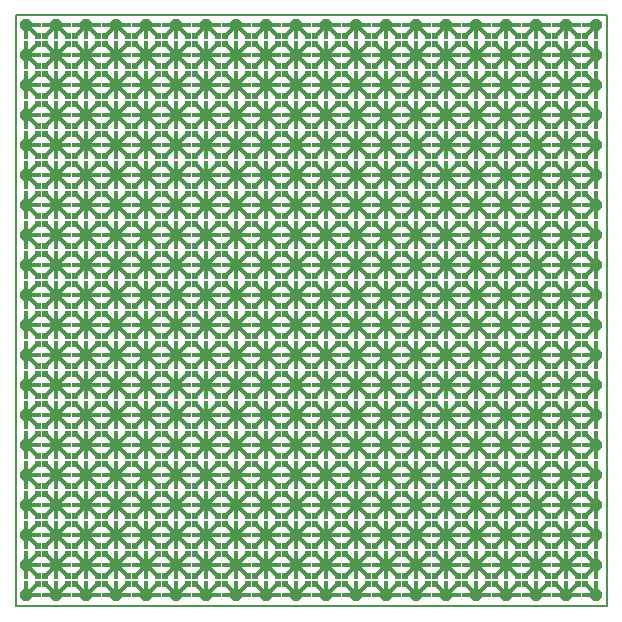
<source format=gtl>
G75*
%MOIN*%
%OFA0B0*%
%FSLAX24Y24*%
%IPPOS*%
%LPD*%
%AMOC8*
5,1,8,0,0,1.08239X$1,22.5*
%
%ADD10C,0.0079*%
%ADD11R,0.0472X0.0162*%
%ADD12R,0.0162X0.0472*%
%ADD13R,0.0195X0.0194*%
%ADD14R,0.0194X0.0195*%
%ADD15OC8,0.0396*%
D10*
X000158Y000139D02*
X000158Y019824D01*
X019843Y019824D01*
X019843Y000139D01*
X000158Y000139D01*
D11*
X000741Y000514D03*
G36*
X000896Y000790D02*
X000563Y000457D01*
X000448Y000572D01*
X000781Y000905D01*
X000896Y000790D01*
G37*
G36*
X001229Y000904D02*
X001562Y000571D01*
X001447Y000456D01*
X001114Y000789D01*
X001229Y000904D01*
G37*
X001269Y000513D03*
G36*
X001896Y000790D02*
X001563Y000457D01*
X001448Y000572D01*
X001781Y000905D01*
X001896Y000790D01*
G37*
X001741Y000514D03*
X002269Y000513D03*
G36*
X002229Y000904D02*
X002562Y000571D01*
X002447Y000456D01*
X002114Y000789D01*
X002229Y000904D01*
G37*
G36*
X002114Y001238D02*
X002447Y001571D01*
X002562Y001456D01*
X002229Y001123D01*
X002114Y001238D01*
G37*
X002269Y001513D03*
G36*
X002229Y001904D02*
X002562Y001571D01*
X002447Y001456D01*
X002114Y001789D01*
X002229Y001904D01*
G37*
G36*
X002114Y002238D02*
X002447Y002571D01*
X002562Y002456D01*
X002229Y002123D01*
X002114Y002238D01*
G37*
X002269Y002513D03*
G36*
X002229Y002904D02*
X002562Y002571D01*
X002447Y002456D01*
X002114Y002789D01*
X002229Y002904D01*
G37*
G36*
X002114Y003238D02*
X002447Y003571D01*
X002562Y003456D01*
X002229Y003123D01*
X002114Y003238D01*
G37*
X002269Y003513D03*
G36*
X002229Y003904D02*
X002562Y003571D01*
X002447Y003456D01*
X002114Y003789D01*
X002229Y003904D01*
G37*
G36*
X002114Y004238D02*
X002447Y004571D01*
X002562Y004456D01*
X002229Y004123D01*
X002114Y004238D01*
G37*
X002269Y004513D03*
G36*
X002229Y004904D02*
X002562Y004571D01*
X002447Y004456D01*
X002114Y004789D01*
X002229Y004904D01*
G37*
G36*
X002114Y005238D02*
X002447Y005571D01*
X002562Y005456D01*
X002229Y005123D01*
X002114Y005238D01*
G37*
X002269Y005513D03*
G36*
X002229Y005904D02*
X002562Y005571D01*
X002447Y005456D01*
X002114Y005789D01*
X002229Y005904D01*
G37*
G36*
X002114Y006238D02*
X002447Y006571D01*
X002562Y006456D01*
X002229Y006123D01*
X002114Y006238D01*
G37*
X002269Y006513D03*
G36*
X002229Y006904D02*
X002562Y006571D01*
X002447Y006456D01*
X002114Y006789D01*
X002229Y006904D01*
G37*
G36*
X002114Y007238D02*
X002447Y007571D01*
X002562Y007456D01*
X002229Y007123D01*
X002114Y007238D01*
G37*
X002269Y007513D03*
G36*
X002229Y007904D02*
X002562Y007571D01*
X002447Y007456D01*
X002114Y007789D01*
X002229Y007904D01*
G37*
G36*
X002114Y008238D02*
X002447Y008571D01*
X002562Y008456D01*
X002229Y008123D01*
X002114Y008238D01*
G37*
X002269Y008513D03*
G36*
X002229Y008904D02*
X002562Y008571D01*
X002447Y008456D01*
X002114Y008789D01*
X002229Y008904D01*
G37*
G36*
X002114Y009238D02*
X002447Y009571D01*
X002562Y009456D01*
X002229Y009123D01*
X002114Y009238D01*
G37*
X002269Y009513D03*
G36*
X002229Y009904D02*
X002562Y009571D01*
X002447Y009456D01*
X002114Y009789D01*
X002229Y009904D01*
G37*
G36*
X002114Y010238D02*
X002447Y010571D01*
X002562Y010456D01*
X002229Y010123D01*
X002114Y010238D01*
G37*
X002269Y010513D03*
G36*
X002229Y010904D02*
X002562Y010571D01*
X002447Y010456D01*
X002114Y010789D01*
X002229Y010904D01*
G37*
G36*
X002114Y011238D02*
X002447Y011571D01*
X002562Y011456D01*
X002229Y011123D01*
X002114Y011238D01*
G37*
X002269Y011513D03*
G36*
X002229Y011904D02*
X002562Y011571D01*
X002447Y011456D01*
X002114Y011789D01*
X002229Y011904D01*
G37*
G36*
X002114Y012238D02*
X002447Y012571D01*
X002562Y012456D01*
X002229Y012123D01*
X002114Y012238D01*
G37*
X002269Y012513D03*
G36*
X002229Y012904D02*
X002562Y012571D01*
X002447Y012456D01*
X002114Y012789D01*
X002229Y012904D01*
G37*
G36*
X002114Y013238D02*
X002447Y013571D01*
X002562Y013456D01*
X002229Y013123D01*
X002114Y013238D01*
G37*
X002269Y013513D03*
G36*
X002229Y013904D02*
X002562Y013571D01*
X002447Y013456D01*
X002114Y013789D01*
X002229Y013904D01*
G37*
G36*
X002114Y014238D02*
X002447Y014571D01*
X002562Y014456D01*
X002229Y014123D01*
X002114Y014238D01*
G37*
X002269Y014513D03*
G36*
X002229Y014904D02*
X002562Y014571D01*
X002447Y014456D01*
X002114Y014789D01*
X002229Y014904D01*
G37*
G36*
X002114Y015238D02*
X002447Y015571D01*
X002562Y015456D01*
X002229Y015123D01*
X002114Y015238D01*
G37*
X002269Y015513D03*
G36*
X002229Y015904D02*
X002562Y015571D01*
X002447Y015456D01*
X002114Y015789D01*
X002229Y015904D01*
G37*
G36*
X002114Y016238D02*
X002447Y016571D01*
X002562Y016456D01*
X002229Y016123D01*
X002114Y016238D01*
G37*
X002269Y016513D03*
G36*
X002229Y016904D02*
X002562Y016571D01*
X002447Y016456D01*
X002114Y016789D01*
X002229Y016904D01*
G37*
G36*
X002114Y017238D02*
X002447Y017571D01*
X002562Y017456D01*
X002229Y017123D01*
X002114Y017238D01*
G37*
X002269Y017513D03*
G36*
X002229Y017904D02*
X002562Y017571D01*
X002447Y017456D01*
X002114Y017789D01*
X002229Y017904D01*
G37*
G36*
X002114Y018238D02*
X002447Y018571D01*
X002562Y018456D01*
X002229Y018123D01*
X002114Y018238D01*
G37*
X002269Y018513D03*
G36*
X002229Y018904D02*
X002562Y018571D01*
X002447Y018456D01*
X002114Y018789D01*
X002229Y018904D01*
G37*
G36*
X002114Y019238D02*
X002447Y019571D01*
X002562Y019456D01*
X002229Y019123D01*
X002114Y019238D01*
G37*
X002269Y019513D03*
G36*
X002781Y019123D02*
X002448Y019456D01*
X002563Y019571D01*
X002896Y019238D01*
X002781Y019123D01*
G37*
X002741Y019514D03*
X003269Y019513D03*
G36*
X003114Y019238D02*
X003447Y019571D01*
X003562Y019456D01*
X003229Y019123D01*
X003114Y019238D01*
G37*
G36*
X003781Y019123D02*
X003448Y019456D01*
X003563Y019571D01*
X003896Y019238D01*
X003781Y019123D01*
G37*
X003741Y019514D03*
X004269Y019513D03*
G36*
X004114Y019238D02*
X004447Y019571D01*
X004562Y019456D01*
X004229Y019123D01*
X004114Y019238D01*
G37*
G36*
X004781Y019123D02*
X004448Y019456D01*
X004563Y019571D01*
X004896Y019238D01*
X004781Y019123D01*
G37*
X004741Y019514D03*
X005269Y019513D03*
G36*
X005114Y019238D02*
X005447Y019571D01*
X005562Y019456D01*
X005229Y019123D01*
X005114Y019238D01*
G37*
G36*
X005781Y019123D02*
X005448Y019456D01*
X005563Y019571D01*
X005896Y019238D01*
X005781Y019123D01*
G37*
X005741Y019514D03*
X006269Y019513D03*
G36*
X006114Y019238D02*
X006447Y019571D01*
X006562Y019456D01*
X006229Y019123D01*
X006114Y019238D01*
G37*
G36*
X006781Y019123D02*
X006448Y019456D01*
X006563Y019571D01*
X006896Y019238D01*
X006781Y019123D01*
G37*
X006741Y019514D03*
X007269Y019513D03*
G36*
X007114Y019238D02*
X007447Y019571D01*
X007562Y019456D01*
X007229Y019123D01*
X007114Y019238D01*
G37*
G36*
X007781Y019123D02*
X007448Y019456D01*
X007563Y019571D01*
X007896Y019238D01*
X007781Y019123D01*
G37*
X007741Y019514D03*
X008269Y019513D03*
G36*
X008114Y019238D02*
X008447Y019571D01*
X008562Y019456D01*
X008229Y019123D01*
X008114Y019238D01*
G37*
G36*
X008781Y019123D02*
X008448Y019456D01*
X008563Y019571D01*
X008896Y019238D01*
X008781Y019123D01*
G37*
X008741Y019514D03*
X009269Y019513D03*
G36*
X009114Y019238D02*
X009447Y019571D01*
X009562Y019456D01*
X009229Y019123D01*
X009114Y019238D01*
G37*
G36*
X009781Y019123D02*
X009448Y019456D01*
X009563Y019571D01*
X009896Y019238D01*
X009781Y019123D01*
G37*
X009741Y019514D03*
X010269Y019513D03*
G36*
X010114Y019238D02*
X010447Y019571D01*
X010562Y019456D01*
X010229Y019123D01*
X010114Y019238D01*
G37*
G36*
X010781Y019123D02*
X010448Y019456D01*
X010563Y019571D01*
X010896Y019238D01*
X010781Y019123D01*
G37*
X010741Y019514D03*
X011269Y019513D03*
G36*
X011114Y019238D02*
X011447Y019571D01*
X011562Y019456D01*
X011229Y019123D01*
X011114Y019238D01*
G37*
G36*
X011781Y019123D02*
X011448Y019456D01*
X011563Y019571D01*
X011896Y019238D01*
X011781Y019123D01*
G37*
X011741Y019514D03*
X012269Y019513D03*
G36*
X012114Y019238D02*
X012447Y019571D01*
X012562Y019456D01*
X012229Y019123D01*
X012114Y019238D01*
G37*
G36*
X012781Y019123D02*
X012448Y019456D01*
X012563Y019571D01*
X012896Y019238D01*
X012781Y019123D01*
G37*
X012741Y019514D03*
X013269Y019513D03*
G36*
X013114Y019238D02*
X013447Y019571D01*
X013562Y019456D01*
X013229Y019123D01*
X013114Y019238D01*
G37*
G36*
X013781Y019123D02*
X013448Y019456D01*
X013563Y019571D01*
X013896Y019238D01*
X013781Y019123D01*
G37*
X013741Y019514D03*
X014269Y019513D03*
G36*
X014114Y019238D02*
X014447Y019571D01*
X014562Y019456D01*
X014229Y019123D01*
X014114Y019238D01*
G37*
G36*
X014781Y019123D02*
X014448Y019456D01*
X014563Y019571D01*
X014896Y019238D01*
X014781Y019123D01*
G37*
X014741Y019514D03*
X015269Y019513D03*
G36*
X015114Y019238D02*
X015447Y019571D01*
X015562Y019456D01*
X015229Y019123D01*
X015114Y019238D01*
G37*
G36*
X015781Y019123D02*
X015448Y019456D01*
X015563Y019571D01*
X015896Y019238D01*
X015781Y019123D01*
G37*
X015741Y019514D03*
X016269Y019513D03*
G36*
X016114Y019238D02*
X016447Y019571D01*
X016562Y019456D01*
X016229Y019123D01*
X016114Y019238D01*
G37*
G36*
X016781Y019123D02*
X016448Y019456D01*
X016563Y019571D01*
X016896Y019238D01*
X016781Y019123D01*
G37*
X016741Y019514D03*
X017269Y019513D03*
G36*
X017114Y019238D02*
X017447Y019571D01*
X017562Y019456D01*
X017229Y019123D01*
X017114Y019238D01*
G37*
G36*
X017781Y019123D02*
X017448Y019456D01*
X017563Y019571D01*
X017896Y019238D01*
X017781Y019123D01*
G37*
X017741Y019514D03*
X018269Y019513D03*
G36*
X018114Y019238D02*
X018447Y019571D01*
X018562Y019456D01*
X018229Y019123D01*
X018114Y019238D01*
G37*
G36*
X018781Y019123D02*
X018448Y019456D01*
X018563Y019571D01*
X018896Y019238D01*
X018781Y019123D01*
G37*
X018741Y019514D03*
X019269Y019513D03*
G36*
X019114Y019238D02*
X019447Y019571D01*
X019562Y019456D01*
X019229Y019123D01*
X019114Y019238D01*
G37*
G36*
X019229Y018904D02*
X019562Y018571D01*
X019447Y018456D01*
X019114Y018789D01*
X019229Y018904D01*
G37*
X019269Y018513D03*
G36*
X019114Y018238D02*
X019447Y018571D01*
X019562Y018456D01*
X019229Y018123D01*
X019114Y018238D01*
G37*
G36*
X018781Y018123D02*
X018448Y018456D01*
X018563Y018571D01*
X018896Y018238D01*
X018781Y018123D01*
G37*
X018741Y018514D03*
G36*
X018896Y018790D02*
X018563Y018457D01*
X018448Y018572D01*
X018781Y018905D01*
X018896Y018790D01*
G37*
G36*
X018229Y018904D02*
X018562Y018571D01*
X018447Y018456D01*
X018114Y018789D01*
X018229Y018904D01*
G37*
X018269Y018513D03*
G36*
X018114Y018238D02*
X018447Y018571D01*
X018562Y018456D01*
X018229Y018123D01*
X018114Y018238D01*
G37*
G36*
X017781Y018123D02*
X017448Y018456D01*
X017563Y018571D01*
X017896Y018238D01*
X017781Y018123D01*
G37*
X017741Y018514D03*
G36*
X017896Y018790D02*
X017563Y018457D01*
X017448Y018572D01*
X017781Y018905D01*
X017896Y018790D01*
G37*
G36*
X017229Y018904D02*
X017562Y018571D01*
X017447Y018456D01*
X017114Y018789D01*
X017229Y018904D01*
G37*
X017269Y018513D03*
G36*
X017114Y018238D02*
X017447Y018571D01*
X017562Y018456D01*
X017229Y018123D01*
X017114Y018238D01*
G37*
G36*
X016781Y018123D02*
X016448Y018456D01*
X016563Y018571D01*
X016896Y018238D01*
X016781Y018123D01*
G37*
X016741Y018514D03*
G36*
X016896Y018790D02*
X016563Y018457D01*
X016448Y018572D01*
X016781Y018905D01*
X016896Y018790D01*
G37*
G36*
X016229Y018904D02*
X016562Y018571D01*
X016447Y018456D01*
X016114Y018789D01*
X016229Y018904D01*
G37*
X016269Y018513D03*
G36*
X016114Y018238D02*
X016447Y018571D01*
X016562Y018456D01*
X016229Y018123D01*
X016114Y018238D01*
G37*
G36*
X015781Y018123D02*
X015448Y018456D01*
X015563Y018571D01*
X015896Y018238D01*
X015781Y018123D01*
G37*
X015741Y018514D03*
G36*
X015896Y018790D02*
X015563Y018457D01*
X015448Y018572D01*
X015781Y018905D01*
X015896Y018790D01*
G37*
G36*
X015229Y018904D02*
X015562Y018571D01*
X015447Y018456D01*
X015114Y018789D01*
X015229Y018904D01*
G37*
X015269Y018513D03*
G36*
X015114Y018238D02*
X015447Y018571D01*
X015562Y018456D01*
X015229Y018123D01*
X015114Y018238D01*
G37*
G36*
X014781Y018123D02*
X014448Y018456D01*
X014563Y018571D01*
X014896Y018238D01*
X014781Y018123D01*
G37*
X014741Y018514D03*
G36*
X014896Y018790D02*
X014563Y018457D01*
X014448Y018572D01*
X014781Y018905D01*
X014896Y018790D01*
G37*
G36*
X014229Y018904D02*
X014562Y018571D01*
X014447Y018456D01*
X014114Y018789D01*
X014229Y018904D01*
G37*
X014269Y018513D03*
G36*
X014114Y018238D02*
X014447Y018571D01*
X014562Y018456D01*
X014229Y018123D01*
X014114Y018238D01*
G37*
G36*
X013781Y018123D02*
X013448Y018456D01*
X013563Y018571D01*
X013896Y018238D01*
X013781Y018123D01*
G37*
X013741Y018514D03*
G36*
X013896Y018790D02*
X013563Y018457D01*
X013448Y018572D01*
X013781Y018905D01*
X013896Y018790D01*
G37*
G36*
X013229Y018904D02*
X013562Y018571D01*
X013447Y018456D01*
X013114Y018789D01*
X013229Y018904D01*
G37*
X013269Y018513D03*
G36*
X013114Y018238D02*
X013447Y018571D01*
X013562Y018456D01*
X013229Y018123D01*
X013114Y018238D01*
G37*
G36*
X012781Y018123D02*
X012448Y018456D01*
X012563Y018571D01*
X012896Y018238D01*
X012781Y018123D01*
G37*
X012741Y018514D03*
G36*
X012896Y018790D02*
X012563Y018457D01*
X012448Y018572D01*
X012781Y018905D01*
X012896Y018790D01*
G37*
G36*
X012229Y018904D02*
X012562Y018571D01*
X012447Y018456D01*
X012114Y018789D01*
X012229Y018904D01*
G37*
X012269Y018513D03*
G36*
X012114Y018238D02*
X012447Y018571D01*
X012562Y018456D01*
X012229Y018123D01*
X012114Y018238D01*
G37*
G36*
X011781Y018123D02*
X011448Y018456D01*
X011563Y018571D01*
X011896Y018238D01*
X011781Y018123D01*
G37*
X011741Y018514D03*
G36*
X011896Y018790D02*
X011563Y018457D01*
X011448Y018572D01*
X011781Y018905D01*
X011896Y018790D01*
G37*
G36*
X011229Y018904D02*
X011562Y018571D01*
X011447Y018456D01*
X011114Y018789D01*
X011229Y018904D01*
G37*
X011269Y018513D03*
G36*
X011114Y018238D02*
X011447Y018571D01*
X011562Y018456D01*
X011229Y018123D01*
X011114Y018238D01*
G37*
G36*
X010781Y018123D02*
X010448Y018456D01*
X010563Y018571D01*
X010896Y018238D01*
X010781Y018123D01*
G37*
X010741Y018514D03*
G36*
X010896Y018790D02*
X010563Y018457D01*
X010448Y018572D01*
X010781Y018905D01*
X010896Y018790D01*
G37*
G36*
X010229Y018904D02*
X010562Y018571D01*
X010447Y018456D01*
X010114Y018789D01*
X010229Y018904D01*
G37*
X010269Y018513D03*
G36*
X010114Y018238D02*
X010447Y018571D01*
X010562Y018456D01*
X010229Y018123D01*
X010114Y018238D01*
G37*
G36*
X009781Y018123D02*
X009448Y018456D01*
X009563Y018571D01*
X009896Y018238D01*
X009781Y018123D01*
G37*
X009741Y018514D03*
G36*
X009896Y018790D02*
X009563Y018457D01*
X009448Y018572D01*
X009781Y018905D01*
X009896Y018790D01*
G37*
G36*
X009229Y018904D02*
X009562Y018571D01*
X009447Y018456D01*
X009114Y018789D01*
X009229Y018904D01*
G37*
X009269Y018513D03*
G36*
X009114Y018238D02*
X009447Y018571D01*
X009562Y018456D01*
X009229Y018123D01*
X009114Y018238D01*
G37*
G36*
X008781Y018123D02*
X008448Y018456D01*
X008563Y018571D01*
X008896Y018238D01*
X008781Y018123D01*
G37*
X008741Y018514D03*
G36*
X008896Y018790D02*
X008563Y018457D01*
X008448Y018572D01*
X008781Y018905D01*
X008896Y018790D01*
G37*
G36*
X008229Y018904D02*
X008562Y018571D01*
X008447Y018456D01*
X008114Y018789D01*
X008229Y018904D01*
G37*
X008269Y018513D03*
G36*
X008114Y018238D02*
X008447Y018571D01*
X008562Y018456D01*
X008229Y018123D01*
X008114Y018238D01*
G37*
G36*
X007781Y018123D02*
X007448Y018456D01*
X007563Y018571D01*
X007896Y018238D01*
X007781Y018123D01*
G37*
X007741Y018514D03*
G36*
X007896Y018790D02*
X007563Y018457D01*
X007448Y018572D01*
X007781Y018905D01*
X007896Y018790D01*
G37*
G36*
X007229Y018904D02*
X007562Y018571D01*
X007447Y018456D01*
X007114Y018789D01*
X007229Y018904D01*
G37*
X007269Y018513D03*
G36*
X007114Y018238D02*
X007447Y018571D01*
X007562Y018456D01*
X007229Y018123D01*
X007114Y018238D01*
G37*
G36*
X006781Y018123D02*
X006448Y018456D01*
X006563Y018571D01*
X006896Y018238D01*
X006781Y018123D01*
G37*
X006741Y018514D03*
G36*
X006896Y018790D02*
X006563Y018457D01*
X006448Y018572D01*
X006781Y018905D01*
X006896Y018790D01*
G37*
G36*
X006229Y018904D02*
X006562Y018571D01*
X006447Y018456D01*
X006114Y018789D01*
X006229Y018904D01*
G37*
X006269Y018513D03*
G36*
X006114Y018238D02*
X006447Y018571D01*
X006562Y018456D01*
X006229Y018123D01*
X006114Y018238D01*
G37*
G36*
X005781Y018123D02*
X005448Y018456D01*
X005563Y018571D01*
X005896Y018238D01*
X005781Y018123D01*
G37*
X005741Y018514D03*
G36*
X005896Y018790D02*
X005563Y018457D01*
X005448Y018572D01*
X005781Y018905D01*
X005896Y018790D01*
G37*
G36*
X005229Y018904D02*
X005562Y018571D01*
X005447Y018456D01*
X005114Y018789D01*
X005229Y018904D01*
G37*
X005269Y018513D03*
G36*
X005114Y018238D02*
X005447Y018571D01*
X005562Y018456D01*
X005229Y018123D01*
X005114Y018238D01*
G37*
G36*
X004781Y018123D02*
X004448Y018456D01*
X004563Y018571D01*
X004896Y018238D01*
X004781Y018123D01*
G37*
X004741Y018514D03*
G36*
X004896Y018790D02*
X004563Y018457D01*
X004448Y018572D01*
X004781Y018905D01*
X004896Y018790D01*
G37*
G36*
X004229Y018904D02*
X004562Y018571D01*
X004447Y018456D01*
X004114Y018789D01*
X004229Y018904D01*
G37*
X004269Y018513D03*
G36*
X004114Y018238D02*
X004447Y018571D01*
X004562Y018456D01*
X004229Y018123D01*
X004114Y018238D01*
G37*
G36*
X003781Y018123D02*
X003448Y018456D01*
X003563Y018571D01*
X003896Y018238D01*
X003781Y018123D01*
G37*
X003741Y018514D03*
G36*
X003896Y018790D02*
X003563Y018457D01*
X003448Y018572D01*
X003781Y018905D01*
X003896Y018790D01*
G37*
G36*
X003229Y018904D02*
X003562Y018571D01*
X003447Y018456D01*
X003114Y018789D01*
X003229Y018904D01*
G37*
X003269Y018513D03*
G36*
X003114Y018238D02*
X003447Y018571D01*
X003562Y018456D01*
X003229Y018123D01*
X003114Y018238D01*
G37*
G36*
X002781Y018123D02*
X002448Y018456D01*
X002563Y018571D01*
X002896Y018238D01*
X002781Y018123D01*
G37*
X002741Y018514D03*
G36*
X002896Y018790D02*
X002563Y018457D01*
X002448Y018572D01*
X002781Y018905D01*
X002896Y018790D01*
G37*
G36*
X002896Y017790D02*
X002563Y017457D01*
X002448Y017572D01*
X002781Y017905D01*
X002896Y017790D01*
G37*
X002741Y017514D03*
G36*
X002781Y017123D02*
X002448Y017456D01*
X002563Y017571D01*
X002896Y017238D01*
X002781Y017123D01*
G37*
G36*
X002896Y016790D02*
X002563Y016457D01*
X002448Y016572D01*
X002781Y016905D01*
X002896Y016790D01*
G37*
X002741Y016514D03*
G36*
X002781Y016123D02*
X002448Y016456D01*
X002563Y016571D01*
X002896Y016238D01*
X002781Y016123D01*
G37*
G36*
X002896Y015790D02*
X002563Y015457D01*
X002448Y015572D01*
X002781Y015905D01*
X002896Y015790D01*
G37*
X002741Y015514D03*
G36*
X002781Y015123D02*
X002448Y015456D01*
X002563Y015571D01*
X002896Y015238D01*
X002781Y015123D01*
G37*
G36*
X002896Y014790D02*
X002563Y014457D01*
X002448Y014572D01*
X002781Y014905D01*
X002896Y014790D01*
G37*
X002741Y014514D03*
G36*
X002781Y014123D02*
X002448Y014456D01*
X002563Y014571D01*
X002896Y014238D01*
X002781Y014123D01*
G37*
G36*
X002896Y013790D02*
X002563Y013457D01*
X002448Y013572D01*
X002781Y013905D01*
X002896Y013790D01*
G37*
X002741Y013514D03*
G36*
X002781Y013123D02*
X002448Y013456D01*
X002563Y013571D01*
X002896Y013238D01*
X002781Y013123D01*
G37*
G36*
X002896Y012790D02*
X002563Y012457D01*
X002448Y012572D01*
X002781Y012905D01*
X002896Y012790D01*
G37*
X002741Y012514D03*
G36*
X002781Y012123D02*
X002448Y012456D01*
X002563Y012571D01*
X002896Y012238D01*
X002781Y012123D01*
G37*
G36*
X002896Y011790D02*
X002563Y011457D01*
X002448Y011572D01*
X002781Y011905D01*
X002896Y011790D01*
G37*
X002741Y011514D03*
G36*
X002781Y011123D02*
X002448Y011456D01*
X002563Y011571D01*
X002896Y011238D01*
X002781Y011123D01*
G37*
G36*
X002896Y010790D02*
X002563Y010457D01*
X002448Y010572D01*
X002781Y010905D01*
X002896Y010790D01*
G37*
X002741Y010514D03*
G36*
X002781Y010123D02*
X002448Y010456D01*
X002563Y010571D01*
X002896Y010238D01*
X002781Y010123D01*
G37*
G36*
X002896Y009790D02*
X002563Y009457D01*
X002448Y009572D01*
X002781Y009905D01*
X002896Y009790D01*
G37*
X002741Y009514D03*
G36*
X002781Y009123D02*
X002448Y009456D01*
X002563Y009571D01*
X002896Y009238D01*
X002781Y009123D01*
G37*
G36*
X002896Y008790D02*
X002563Y008457D01*
X002448Y008572D01*
X002781Y008905D01*
X002896Y008790D01*
G37*
X002741Y008514D03*
G36*
X002781Y008123D02*
X002448Y008456D01*
X002563Y008571D01*
X002896Y008238D01*
X002781Y008123D01*
G37*
G36*
X002896Y007790D02*
X002563Y007457D01*
X002448Y007572D01*
X002781Y007905D01*
X002896Y007790D01*
G37*
X002741Y007514D03*
G36*
X002781Y007123D02*
X002448Y007456D01*
X002563Y007571D01*
X002896Y007238D01*
X002781Y007123D01*
G37*
G36*
X002896Y006790D02*
X002563Y006457D01*
X002448Y006572D01*
X002781Y006905D01*
X002896Y006790D01*
G37*
X002741Y006514D03*
G36*
X002781Y006123D02*
X002448Y006456D01*
X002563Y006571D01*
X002896Y006238D01*
X002781Y006123D01*
G37*
G36*
X002896Y005790D02*
X002563Y005457D01*
X002448Y005572D01*
X002781Y005905D01*
X002896Y005790D01*
G37*
X002741Y005514D03*
G36*
X002781Y005123D02*
X002448Y005456D01*
X002563Y005571D01*
X002896Y005238D01*
X002781Y005123D01*
G37*
G36*
X002896Y004790D02*
X002563Y004457D01*
X002448Y004572D01*
X002781Y004905D01*
X002896Y004790D01*
G37*
X002741Y004514D03*
G36*
X002781Y004123D02*
X002448Y004456D01*
X002563Y004571D01*
X002896Y004238D01*
X002781Y004123D01*
G37*
G36*
X002896Y003790D02*
X002563Y003457D01*
X002448Y003572D01*
X002781Y003905D01*
X002896Y003790D01*
G37*
X002741Y003514D03*
G36*
X002781Y003123D02*
X002448Y003456D01*
X002563Y003571D01*
X002896Y003238D01*
X002781Y003123D01*
G37*
G36*
X002896Y002790D02*
X002563Y002457D01*
X002448Y002572D01*
X002781Y002905D01*
X002896Y002790D01*
G37*
X002741Y002514D03*
G36*
X002781Y002123D02*
X002448Y002456D01*
X002563Y002571D01*
X002896Y002238D01*
X002781Y002123D01*
G37*
G36*
X002896Y001790D02*
X002563Y001457D01*
X002448Y001572D01*
X002781Y001905D01*
X002896Y001790D01*
G37*
X002741Y001514D03*
G36*
X002781Y001123D02*
X002448Y001456D01*
X002563Y001571D01*
X002896Y001238D01*
X002781Y001123D01*
G37*
G36*
X002896Y000790D02*
X002563Y000457D01*
X002448Y000572D01*
X002781Y000905D01*
X002896Y000790D01*
G37*
X002741Y000514D03*
X003269Y000513D03*
G36*
X003229Y000904D02*
X003562Y000571D01*
X003447Y000456D01*
X003114Y000789D01*
X003229Y000904D01*
G37*
G36*
X003114Y001238D02*
X003447Y001571D01*
X003562Y001456D01*
X003229Y001123D01*
X003114Y001238D01*
G37*
X003269Y001513D03*
G36*
X003229Y001904D02*
X003562Y001571D01*
X003447Y001456D01*
X003114Y001789D01*
X003229Y001904D01*
G37*
G36*
X003114Y002238D02*
X003447Y002571D01*
X003562Y002456D01*
X003229Y002123D01*
X003114Y002238D01*
G37*
X003269Y002513D03*
G36*
X003229Y002904D02*
X003562Y002571D01*
X003447Y002456D01*
X003114Y002789D01*
X003229Y002904D01*
G37*
G36*
X003114Y003238D02*
X003447Y003571D01*
X003562Y003456D01*
X003229Y003123D01*
X003114Y003238D01*
G37*
X003269Y003513D03*
G36*
X003229Y003904D02*
X003562Y003571D01*
X003447Y003456D01*
X003114Y003789D01*
X003229Y003904D01*
G37*
G36*
X003114Y004238D02*
X003447Y004571D01*
X003562Y004456D01*
X003229Y004123D01*
X003114Y004238D01*
G37*
X003269Y004513D03*
G36*
X003229Y004904D02*
X003562Y004571D01*
X003447Y004456D01*
X003114Y004789D01*
X003229Y004904D01*
G37*
G36*
X003114Y005238D02*
X003447Y005571D01*
X003562Y005456D01*
X003229Y005123D01*
X003114Y005238D01*
G37*
X003269Y005513D03*
G36*
X003229Y005904D02*
X003562Y005571D01*
X003447Y005456D01*
X003114Y005789D01*
X003229Y005904D01*
G37*
G36*
X003114Y006238D02*
X003447Y006571D01*
X003562Y006456D01*
X003229Y006123D01*
X003114Y006238D01*
G37*
X003269Y006513D03*
G36*
X003229Y006904D02*
X003562Y006571D01*
X003447Y006456D01*
X003114Y006789D01*
X003229Y006904D01*
G37*
G36*
X003114Y007238D02*
X003447Y007571D01*
X003562Y007456D01*
X003229Y007123D01*
X003114Y007238D01*
G37*
X003269Y007513D03*
G36*
X003229Y007904D02*
X003562Y007571D01*
X003447Y007456D01*
X003114Y007789D01*
X003229Y007904D01*
G37*
G36*
X003114Y008238D02*
X003447Y008571D01*
X003562Y008456D01*
X003229Y008123D01*
X003114Y008238D01*
G37*
X003269Y008513D03*
G36*
X003229Y008904D02*
X003562Y008571D01*
X003447Y008456D01*
X003114Y008789D01*
X003229Y008904D01*
G37*
G36*
X003114Y009238D02*
X003447Y009571D01*
X003562Y009456D01*
X003229Y009123D01*
X003114Y009238D01*
G37*
X003269Y009513D03*
G36*
X003229Y009904D02*
X003562Y009571D01*
X003447Y009456D01*
X003114Y009789D01*
X003229Y009904D01*
G37*
G36*
X003114Y010238D02*
X003447Y010571D01*
X003562Y010456D01*
X003229Y010123D01*
X003114Y010238D01*
G37*
X003269Y010513D03*
G36*
X003229Y010904D02*
X003562Y010571D01*
X003447Y010456D01*
X003114Y010789D01*
X003229Y010904D01*
G37*
G36*
X003114Y011238D02*
X003447Y011571D01*
X003562Y011456D01*
X003229Y011123D01*
X003114Y011238D01*
G37*
X003269Y011513D03*
G36*
X003229Y011904D02*
X003562Y011571D01*
X003447Y011456D01*
X003114Y011789D01*
X003229Y011904D01*
G37*
G36*
X003114Y012238D02*
X003447Y012571D01*
X003562Y012456D01*
X003229Y012123D01*
X003114Y012238D01*
G37*
X003269Y012513D03*
G36*
X003229Y012904D02*
X003562Y012571D01*
X003447Y012456D01*
X003114Y012789D01*
X003229Y012904D01*
G37*
G36*
X003114Y013238D02*
X003447Y013571D01*
X003562Y013456D01*
X003229Y013123D01*
X003114Y013238D01*
G37*
X003269Y013513D03*
G36*
X003229Y013904D02*
X003562Y013571D01*
X003447Y013456D01*
X003114Y013789D01*
X003229Y013904D01*
G37*
G36*
X003114Y014238D02*
X003447Y014571D01*
X003562Y014456D01*
X003229Y014123D01*
X003114Y014238D01*
G37*
X003269Y014513D03*
G36*
X003229Y014904D02*
X003562Y014571D01*
X003447Y014456D01*
X003114Y014789D01*
X003229Y014904D01*
G37*
G36*
X003114Y015238D02*
X003447Y015571D01*
X003562Y015456D01*
X003229Y015123D01*
X003114Y015238D01*
G37*
X003269Y015513D03*
G36*
X003229Y015904D02*
X003562Y015571D01*
X003447Y015456D01*
X003114Y015789D01*
X003229Y015904D01*
G37*
G36*
X003114Y016238D02*
X003447Y016571D01*
X003562Y016456D01*
X003229Y016123D01*
X003114Y016238D01*
G37*
X003269Y016513D03*
G36*
X003229Y016904D02*
X003562Y016571D01*
X003447Y016456D01*
X003114Y016789D01*
X003229Y016904D01*
G37*
G36*
X003114Y017238D02*
X003447Y017571D01*
X003562Y017456D01*
X003229Y017123D01*
X003114Y017238D01*
G37*
X003269Y017513D03*
G36*
X003229Y017904D02*
X003562Y017571D01*
X003447Y017456D01*
X003114Y017789D01*
X003229Y017904D01*
G37*
G36*
X003896Y017790D02*
X003563Y017457D01*
X003448Y017572D01*
X003781Y017905D01*
X003896Y017790D01*
G37*
X003741Y017514D03*
G36*
X003781Y017123D02*
X003448Y017456D01*
X003563Y017571D01*
X003896Y017238D01*
X003781Y017123D01*
G37*
G36*
X003896Y016790D02*
X003563Y016457D01*
X003448Y016572D01*
X003781Y016905D01*
X003896Y016790D01*
G37*
X003741Y016514D03*
G36*
X003781Y016123D02*
X003448Y016456D01*
X003563Y016571D01*
X003896Y016238D01*
X003781Y016123D01*
G37*
G36*
X003896Y015790D02*
X003563Y015457D01*
X003448Y015572D01*
X003781Y015905D01*
X003896Y015790D01*
G37*
X003741Y015514D03*
G36*
X003781Y015123D02*
X003448Y015456D01*
X003563Y015571D01*
X003896Y015238D01*
X003781Y015123D01*
G37*
G36*
X003896Y014790D02*
X003563Y014457D01*
X003448Y014572D01*
X003781Y014905D01*
X003896Y014790D01*
G37*
X003741Y014514D03*
G36*
X003781Y014123D02*
X003448Y014456D01*
X003563Y014571D01*
X003896Y014238D01*
X003781Y014123D01*
G37*
G36*
X003896Y013790D02*
X003563Y013457D01*
X003448Y013572D01*
X003781Y013905D01*
X003896Y013790D01*
G37*
X003741Y013514D03*
G36*
X003781Y013123D02*
X003448Y013456D01*
X003563Y013571D01*
X003896Y013238D01*
X003781Y013123D01*
G37*
G36*
X003896Y012790D02*
X003563Y012457D01*
X003448Y012572D01*
X003781Y012905D01*
X003896Y012790D01*
G37*
X003741Y012514D03*
G36*
X003781Y012123D02*
X003448Y012456D01*
X003563Y012571D01*
X003896Y012238D01*
X003781Y012123D01*
G37*
G36*
X003896Y011790D02*
X003563Y011457D01*
X003448Y011572D01*
X003781Y011905D01*
X003896Y011790D01*
G37*
X003741Y011514D03*
G36*
X003781Y011123D02*
X003448Y011456D01*
X003563Y011571D01*
X003896Y011238D01*
X003781Y011123D01*
G37*
G36*
X003896Y010790D02*
X003563Y010457D01*
X003448Y010572D01*
X003781Y010905D01*
X003896Y010790D01*
G37*
X003741Y010514D03*
G36*
X003781Y010123D02*
X003448Y010456D01*
X003563Y010571D01*
X003896Y010238D01*
X003781Y010123D01*
G37*
G36*
X003896Y009790D02*
X003563Y009457D01*
X003448Y009572D01*
X003781Y009905D01*
X003896Y009790D01*
G37*
X003741Y009514D03*
G36*
X003781Y009123D02*
X003448Y009456D01*
X003563Y009571D01*
X003896Y009238D01*
X003781Y009123D01*
G37*
G36*
X003896Y008790D02*
X003563Y008457D01*
X003448Y008572D01*
X003781Y008905D01*
X003896Y008790D01*
G37*
X003741Y008514D03*
G36*
X003781Y008123D02*
X003448Y008456D01*
X003563Y008571D01*
X003896Y008238D01*
X003781Y008123D01*
G37*
G36*
X003896Y007790D02*
X003563Y007457D01*
X003448Y007572D01*
X003781Y007905D01*
X003896Y007790D01*
G37*
X003741Y007514D03*
G36*
X003781Y007123D02*
X003448Y007456D01*
X003563Y007571D01*
X003896Y007238D01*
X003781Y007123D01*
G37*
G36*
X003896Y006790D02*
X003563Y006457D01*
X003448Y006572D01*
X003781Y006905D01*
X003896Y006790D01*
G37*
X003741Y006514D03*
G36*
X003781Y006123D02*
X003448Y006456D01*
X003563Y006571D01*
X003896Y006238D01*
X003781Y006123D01*
G37*
G36*
X003896Y005790D02*
X003563Y005457D01*
X003448Y005572D01*
X003781Y005905D01*
X003896Y005790D01*
G37*
X003741Y005514D03*
G36*
X003781Y005123D02*
X003448Y005456D01*
X003563Y005571D01*
X003896Y005238D01*
X003781Y005123D01*
G37*
G36*
X003896Y004790D02*
X003563Y004457D01*
X003448Y004572D01*
X003781Y004905D01*
X003896Y004790D01*
G37*
X003741Y004514D03*
G36*
X003781Y004123D02*
X003448Y004456D01*
X003563Y004571D01*
X003896Y004238D01*
X003781Y004123D01*
G37*
G36*
X003896Y003790D02*
X003563Y003457D01*
X003448Y003572D01*
X003781Y003905D01*
X003896Y003790D01*
G37*
X003741Y003514D03*
G36*
X003781Y003123D02*
X003448Y003456D01*
X003563Y003571D01*
X003896Y003238D01*
X003781Y003123D01*
G37*
G36*
X003896Y002790D02*
X003563Y002457D01*
X003448Y002572D01*
X003781Y002905D01*
X003896Y002790D01*
G37*
X003741Y002514D03*
G36*
X003781Y002123D02*
X003448Y002456D01*
X003563Y002571D01*
X003896Y002238D01*
X003781Y002123D01*
G37*
G36*
X003896Y001790D02*
X003563Y001457D01*
X003448Y001572D01*
X003781Y001905D01*
X003896Y001790D01*
G37*
X003741Y001514D03*
G36*
X003781Y001123D02*
X003448Y001456D01*
X003563Y001571D01*
X003896Y001238D01*
X003781Y001123D01*
G37*
G36*
X003896Y000790D02*
X003563Y000457D01*
X003448Y000572D01*
X003781Y000905D01*
X003896Y000790D01*
G37*
X003741Y000514D03*
X004269Y000513D03*
G36*
X004229Y000904D02*
X004562Y000571D01*
X004447Y000456D01*
X004114Y000789D01*
X004229Y000904D01*
G37*
G36*
X004114Y001238D02*
X004447Y001571D01*
X004562Y001456D01*
X004229Y001123D01*
X004114Y001238D01*
G37*
X004269Y001513D03*
G36*
X004229Y001904D02*
X004562Y001571D01*
X004447Y001456D01*
X004114Y001789D01*
X004229Y001904D01*
G37*
G36*
X004114Y002238D02*
X004447Y002571D01*
X004562Y002456D01*
X004229Y002123D01*
X004114Y002238D01*
G37*
X004269Y002513D03*
G36*
X004229Y002904D02*
X004562Y002571D01*
X004447Y002456D01*
X004114Y002789D01*
X004229Y002904D01*
G37*
G36*
X004114Y003238D02*
X004447Y003571D01*
X004562Y003456D01*
X004229Y003123D01*
X004114Y003238D01*
G37*
X004269Y003513D03*
G36*
X004229Y003904D02*
X004562Y003571D01*
X004447Y003456D01*
X004114Y003789D01*
X004229Y003904D01*
G37*
G36*
X004114Y004238D02*
X004447Y004571D01*
X004562Y004456D01*
X004229Y004123D01*
X004114Y004238D01*
G37*
X004269Y004513D03*
G36*
X004229Y004904D02*
X004562Y004571D01*
X004447Y004456D01*
X004114Y004789D01*
X004229Y004904D01*
G37*
G36*
X004114Y005238D02*
X004447Y005571D01*
X004562Y005456D01*
X004229Y005123D01*
X004114Y005238D01*
G37*
X004269Y005513D03*
G36*
X004229Y005904D02*
X004562Y005571D01*
X004447Y005456D01*
X004114Y005789D01*
X004229Y005904D01*
G37*
G36*
X004114Y006238D02*
X004447Y006571D01*
X004562Y006456D01*
X004229Y006123D01*
X004114Y006238D01*
G37*
X004269Y006513D03*
G36*
X004229Y006904D02*
X004562Y006571D01*
X004447Y006456D01*
X004114Y006789D01*
X004229Y006904D01*
G37*
G36*
X004114Y007238D02*
X004447Y007571D01*
X004562Y007456D01*
X004229Y007123D01*
X004114Y007238D01*
G37*
X004269Y007513D03*
G36*
X004229Y007904D02*
X004562Y007571D01*
X004447Y007456D01*
X004114Y007789D01*
X004229Y007904D01*
G37*
G36*
X004114Y008238D02*
X004447Y008571D01*
X004562Y008456D01*
X004229Y008123D01*
X004114Y008238D01*
G37*
X004269Y008513D03*
G36*
X004229Y008904D02*
X004562Y008571D01*
X004447Y008456D01*
X004114Y008789D01*
X004229Y008904D01*
G37*
G36*
X004114Y009238D02*
X004447Y009571D01*
X004562Y009456D01*
X004229Y009123D01*
X004114Y009238D01*
G37*
X004269Y009513D03*
G36*
X004229Y009904D02*
X004562Y009571D01*
X004447Y009456D01*
X004114Y009789D01*
X004229Y009904D01*
G37*
G36*
X004114Y010238D02*
X004447Y010571D01*
X004562Y010456D01*
X004229Y010123D01*
X004114Y010238D01*
G37*
X004269Y010513D03*
G36*
X004229Y010904D02*
X004562Y010571D01*
X004447Y010456D01*
X004114Y010789D01*
X004229Y010904D01*
G37*
G36*
X004114Y011238D02*
X004447Y011571D01*
X004562Y011456D01*
X004229Y011123D01*
X004114Y011238D01*
G37*
X004269Y011513D03*
G36*
X004229Y011904D02*
X004562Y011571D01*
X004447Y011456D01*
X004114Y011789D01*
X004229Y011904D01*
G37*
G36*
X004114Y012238D02*
X004447Y012571D01*
X004562Y012456D01*
X004229Y012123D01*
X004114Y012238D01*
G37*
X004269Y012513D03*
G36*
X004229Y012904D02*
X004562Y012571D01*
X004447Y012456D01*
X004114Y012789D01*
X004229Y012904D01*
G37*
G36*
X004114Y013238D02*
X004447Y013571D01*
X004562Y013456D01*
X004229Y013123D01*
X004114Y013238D01*
G37*
X004269Y013513D03*
G36*
X004229Y013904D02*
X004562Y013571D01*
X004447Y013456D01*
X004114Y013789D01*
X004229Y013904D01*
G37*
G36*
X004114Y014238D02*
X004447Y014571D01*
X004562Y014456D01*
X004229Y014123D01*
X004114Y014238D01*
G37*
X004269Y014513D03*
G36*
X004229Y014904D02*
X004562Y014571D01*
X004447Y014456D01*
X004114Y014789D01*
X004229Y014904D01*
G37*
G36*
X004114Y015238D02*
X004447Y015571D01*
X004562Y015456D01*
X004229Y015123D01*
X004114Y015238D01*
G37*
X004269Y015513D03*
G36*
X004229Y015904D02*
X004562Y015571D01*
X004447Y015456D01*
X004114Y015789D01*
X004229Y015904D01*
G37*
G36*
X004114Y016238D02*
X004447Y016571D01*
X004562Y016456D01*
X004229Y016123D01*
X004114Y016238D01*
G37*
X004269Y016513D03*
G36*
X004229Y016904D02*
X004562Y016571D01*
X004447Y016456D01*
X004114Y016789D01*
X004229Y016904D01*
G37*
G36*
X004114Y017238D02*
X004447Y017571D01*
X004562Y017456D01*
X004229Y017123D01*
X004114Y017238D01*
G37*
X004269Y017513D03*
G36*
X004229Y017904D02*
X004562Y017571D01*
X004447Y017456D01*
X004114Y017789D01*
X004229Y017904D01*
G37*
G36*
X004896Y017790D02*
X004563Y017457D01*
X004448Y017572D01*
X004781Y017905D01*
X004896Y017790D01*
G37*
X004741Y017514D03*
G36*
X004781Y017123D02*
X004448Y017456D01*
X004563Y017571D01*
X004896Y017238D01*
X004781Y017123D01*
G37*
G36*
X004896Y016790D02*
X004563Y016457D01*
X004448Y016572D01*
X004781Y016905D01*
X004896Y016790D01*
G37*
X004741Y016514D03*
G36*
X004781Y016123D02*
X004448Y016456D01*
X004563Y016571D01*
X004896Y016238D01*
X004781Y016123D01*
G37*
G36*
X004896Y015790D02*
X004563Y015457D01*
X004448Y015572D01*
X004781Y015905D01*
X004896Y015790D01*
G37*
X004741Y015514D03*
G36*
X004781Y015123D02*
X004448Y015456D01*
X004563Y015571D01*
X004896Y015238D01*
X004781Y015123D01*
G37*
G36*
X004896Y014790D02*
X004563Y014457D01*
X004448Y014572D01*
X004781Y014905D01*
X004896Y014790D01*
G37*
X004741Y014514D03*
G36*
X004781Y014123D02*
X004448Y014456D01*
X004563Y014571D01*
X004896Y014238D01*
X004781Y014123D01*
G37*
G36*
X004896Y013790D02*
X004563Y013457D01*
X004448Y013572D01*
X004781Y013905D01*
X004896Y013790D01*
G37*
X004741Y013514D03*
G36*
X004781Y013123D02*
X004448Y013456D01*
X004563Y013571D01*
X004896Y013238D01*
X004781Y013123D01*
G37*
G36*
X004896Y012790D02*
X004563Y012457D01*
X004448Y012572D01*
X004781Y012905D01*
X004896Y012790D01*
G37*
X004741Y012514D03*
G36*
X004781Y012123D02*
X004448Y012456D01*
X004563Y012571D01*
X004896Y012238D01*
X004781Y012123D01*
G37*
G36*
X004896Y011790D02*
X004563Y011457D01*
X004448Y011572D01*
X004781Y011905D01*
X004896Y011790D01*
G37*
X004741Y011514D03*
G36*
X004781Y011123D02*
X004448Y011456D01*
X004563Y011571D01*
X004896Y011238D01*
X004781Y011123D01*
G37*
G36*
X004896Y010790D02*
X004563Y010457D01*
X004448Y010572D01*
X004781Y010905D01*
X004896Y010790D01*
G37*
X004741Y010514D03*
G36*
X004781Y010123D02*
X004448Y010456D01*
X004563Y010571D01*
X004896Y010238D01*
X004781Y010123D01*
G37*
G36*
X004896Y009790D02*
X004563Y009457D01*
X004448Y009572D01*
X004781Y009905D01*
X004896Y009790D01*
G37*
X004741Y009514D03*
G36*
X004781Y009123D02*
X004448Y009456D01*
X004563Y009571D01*
X004896Y009238D01*
X004781Y009123D01*
G37*
G36*
X004896Y008790D02*
X004563Y008457D01*
X004448Y008572D01*
X004781Y008905D01*
X004896Y008790D01*
G37*
X004741Y008514D03*
G36*
X004781Y008123D02*
X004448Y008456D01*
X004563Y008571D01*
X004896Y008238D01*
X004781Y008123D01*
G37*
G36*
X004896Y007790D02*
X004563Y007457D01*
X004448Y007572D01*
X004781Y007905D01*
X004896Y007790D01*
G37*
X004741Y007514D03*
G36*
X004781Y007123D02*
X004448Y007456D01*
X004563Y007571D01*
X004896Y007238D01*
X004781Y007123D01*
G37*
G36*
X004896Y006790D02*
X004563Y006457D01*
X004448Y006572D01*
X004781Y006905D01*
X004896Y006790D01*
G37*
X004741Y006514D03*
G36*
X004781Y006123D02*
X004448Y006456D01*
X004563Y006571D01*
X004896Y006238D01*
X004781Y006123D01*
G37*
G36*
X004896Y005790D02*
X004563Y005457D01*
X004448Y005572D01*
X004781Y005905D01*
X004896Y005790D01*
G37*
X004741Y005514D03*
G36*
X004781Y005123D02*
X004448Y005456D01*
X004563Y005571D01*
X004896Y005238D01*
X004781Y005123D01*
G37*
G36*
X004896Y004790D02*
X004563Y004457D01*
X004448Y004572D01*
X004781Y004905D01*
X004896Y004790D01*
G37*
X004741Y004514D03*
G36*
X004781Y004123D02*
X004448Y004456D01*
X004563Y004571D01*
X004896Y004238D01*
X004781Y004123D01*
G37*
G36*
X004896Y003790D02*
X004563Y003457D01*
X004448Y003572D01*
X004781Y003905D01*
X004896Y003790D01*
G37*
X004741Y003514D03*
G36*
X004781Y003123D02*
X004448Y003456D01*
X004563Y003571D01*
X004896Y003238D01*
X004781Y003123D01*
G37*
G36*
X004896Y002790D02*
X004563Y002457D01*
X004448Y002572D01*
X004781Y002905D01*
X004896Y002790D01*
G37*
X004741Y002514D03*
G36*
X004781Y002123D02*
X004448Y002456D01*
X004563Y002571D01*
X004896Y002238D01*
X004781Y002123D01*
G37*
G36*
X004896Y001790D02*
X004563Y001457D01*
X004448Y001572D01*
X004781Y001905D01*
X004896Y001790D01*
G37*
X004741Y001514D03*
G36*
X004781Y001123D02*
X004448Y001456D01*
X004563Y001571D01*
X004896Y001238D01*
X004781Y001123D01*
G37*
G36*
X004896Y000790D02*
X004563Y000457D01*
X004448Y000572D01*
X004781Y000905D01*
X004896Y000790D01*
G37*
X004741Y000514D03*
X005269Y000513D03*
G36*
X005229Y000904D02*
X005562Y000571D01*
X005447Y000456D01*
X005114Y000789D01*
X005229Y000904D01*
G37*
G36*
X005114Y001238D02*
X005447Y001571D01*
X005562Y001456D01*
X005229Y001123D01*
X005114Y001238D01*
G37*
X005269Y001513D03*
G36*
X005229Y001904D02*
X005562Y001571D01*
X005447Y001456D01*
X005114Y001789D01*
X005229Y001904D01*
G37*
G36*
X005114Y002238D02*
X005447Y002571D01*
X005562Y002456D01*
X005229Y002123D01*
X005114Y002238D01*
G37*
X005269Y002513D03*
G36*
X005229Y002904D02*
X005562Y002571D01*
X005447Y002456D01*
X005114Y002789D01*
X005229Y002904D01*
G37*
G36*
X005114Y003238D02*
X005447Y003571D01*
X005562Y003456D01*
X005229Y003123D01*
X005114Y003238D01*
G37*
X005269Y003513D03*
G36*
X005229Y003904D02*
X005562Y003571D01*
X005447Y003456D01*
X005114Y003789D01*
X005229Y003904D01*
G37*
G36*
X005114Y004238D02*
X005447Y004571D01*
X005562Y004456D01*
X005229Y004123D01*
X005114Y004238D01*
G37*
X005269Y004513D03*
G36*
X005229Y004904D02*
X005562Y004571D01*
X005447Y004456D01*
X005114Y004789D01*
X005229Y004904D01*
G37*
G36*
X005114Y005238D02*
X005447Y005571D01*
X005562Y005456D01*
X005229Y005123D01*
X005114Y005238D01*
G37*
X005269Y005513D03*
G36*
X005229Y005904D02*
X005562Y005571D01*
X005447Y005456D01*
X005114Y005789D01*
X005229Y005904D01*
G37*
G36*
X005114Y006238D02*
X005447Y006571D01*
X005562Y006456D01*
X005229Y006123D01*
X005114Y006238D01*
G37*
X005269Y006513D03*
G36*
X005229Y006904D02*
X005562Y006571D01*
X005447Y006456D01*
X005114Y006789D01*
X005229Y006904D01*
G37*
G36*
X005114Y007238D02*
X005447Y007571D01*
X005562Y007456D01*
X005229Y007123D01*
X005114Y007238D01*
G37*
X005269Y007513D03*
G36*
X005229Y007904D02*
X005562Y007571D01*
X005447Y007456D01*
X005114Y007789D01*
X005229Y007904D01*
G37*
G36*
X005114Y008238D02*
X005447Y008571D01*
X005562Y008456D01*
X005229Y008123D01*
X005114Y008238D01*
G37*
X005269Y008513D03*
G36*
X005229Y008904D02*
X005562Y008571D01*
X005447Y008456D01*
X005114Y008789D01*
X005229Y008904D01*
G37*
G36*
X005114Y009238D02*
X005447Y009571D01*
X005562Y009456D01*
X005229Y009123D01*
X005114Y009238D01*
G37*
X005269Y009513D03*
G36*
X005229Y009904D02*
X005562Y009571D01*
X005447Y009456D01*
X005114Y009789D01*
X005229Y009904D01*
G37*
G36*
X005114Y010238D02*
X005447Y010571D01*
X005562Y010456D01*
X005229Y010123D01*
X005114Y010238D01*
G37*
X005269Y010513D03*
G36*
X005229Y010904D02*
X005562Y010571D01*
X005447Y010456D01*
X005114Y010789D01*
X005229Y010904D01*
G37*
G36*
X005114Y011238D02*
X005447Y011571D01*
X005562Y011456D01*
X005229Y011123D01*
X005114Y011238D01*
G37*
X005269Y011513D03*
G36*
X005229Y011904D02*
X005562Y011571D01*
X005447Y011456D01*
X005114Y011789D01*
X005229Y011904D01*
G37*
G36*
X005114Y012238D02*
X005447Y012571D01*
X005562Y012456D01*
X005229Y012123D01*
X005114Y012238D01*
G37*
X005269Y012513D03*
G36*
X005229Y012904D02*
X005562Y012571D01*
X005447Y012456D01*
X005114Y012789D01*
X005229Y012904D01*
G37*
G36*
X005114Y013238D02*
X005447Y013571D01*
X005562Y013456D01*
X005229Y013123D01*
X005114Y013238D01*
G37*
X005269Y013513D03*
G36*
X005229Y013904D02*
X005562Y013571D01*
X005447Y013456D01*
X005114Y013789D01*
X005229Y013904D01*
G37*
G36*
X005114Y014238D02*
X005447Y014571D01*
X005562Y014456D01*
X005229Y014123D01*
X005114Y014238D01*
G37*
X005269Y014513D03*
G36*
X005229Y014904D02*
X005562Y014571D01*
X005447Y014456D01*
X005114Y014789D01*
X005229Y014904D01*
G37*
G36*
X005114Y015238D02*
X005447Y015571D01*
X005562Y015456D01*
X005229Y015123D01*
X005114Y015238D01*
G37*
X005269Y015513D03*
G36*
X005229Y015904D02*
X005562Y015571D01*
X005447Y015456D01*
X005114Y015789D01*
X005229Y015904D01*
G37*
G36*
X005114Y016238D02*
X005447Y016571D01*
X005562Y016456D01*
X005229Y016123D01*
X005114Y016238D01*
G37*
X005269Y016513D03*
G36*
X005229Y016904D02*
X005562Y016571D01*
X005447Y016456D01*
X005114Y016789D01*
X005229Y016904D01*
G37*
G36*
X005114Y017238D02*
X005447Y017571D01*
X005562Y017456D01*
X005229Y017123D01*
X005114Y017238D01*
G37*
X005269Y017513D03*
G36*
X005229Y017904D02*
X005562Y017571D01*
X005447Y017456D01*
X005114Y017789D01*
X005229Y017904D01*
G37*
G36*
X005896Y017790D02*
X005563Y017457D01*
X005448Y017572D01*
X005781Y017905D01*
X005896Y017790D01*
G37*
X005741Y017514D03*
G36*
X005781Y017123D02*
X005448Y017456D01*
X005563Y017571D01*
X005896Y017238D01*
X005781Y017123D01*
G37*
G36*
X005896Y016790D02*
X005563Y016457D01*
X005448Y016572D01*
X005781Y016905D01*
X005896Y016790D01*
G37*
X005741Y016514D03*
G36*
X005781Y016123D02*
X005448Y016456D01*
X005563Y016571D01*
X005896Y016238D01*
X005781Y016123D01*
G37*
G36*
X005896Y015790D02*
X005563Y015457D01*
X005448Y015572D01*
X005781Y015905D01*
X005896Y015790D01*
G37*
X005741Y015514D03*
G36*
X005781Y015123D02*
X005448Y015456D01*
X005563Y015571D01*
X005896Y015238D01*
X005781Y015123D01*
G37*
G36*
X005896Y014790D02*
X005563Y014457D01*
X005448Y014572D01*
X005781Y014905D01*
X005896Y014790D01*
G37*
X005741Y014514D03*
G36*
X005781Y014123D02*
X005448Y014456D01*
X005563Y014571D01*
X005896Y014238D01*
X005781Y014123D01*
G37*
G36*
X005896Y013790D02*
X005563Y013457D01*
X005448Y013572D01*
X005781Y013905D01*
X005896Y013790D01*
G37*
X005741Y013514D03*
G36*
X005781Y013123D02*
X005448Y013456D01*
X005563Y013571D01*
X005896Y013238D01*
X005781Y013123D01*
G37*
G36*
X005896Y012790D02*
X005563Y012457D01*
X005448Y012572D01*
X005781Y012905D01*
X005896Y012790D01*
G37*
X005741Y012514D03*
G36*
X005781Y012123D02*
X005448Y012456D01*
X005563Y012571D01*
X005896Y012238D01*
X005781Y012123D01*
G37*
G36*
X005896Y011790D02*
X005563Y011457D01*
X005448Y011572D01*
X005781Y011905D01*
X005896Y011790D01*
G37*
X005741Y011514D03*
G36*
X005781Y011123D02*
X005448Y011456D01*
X005563Y011571D01*
X005896Y011238D01*
X005781Y011123D01*
G37*
G36*
X005896Y010790D02*
X005563Y010457D01*
X005448Y010572D01*
X005781Y010905D01*
X005896Y010790D01*
G37*
X005741Y010514D03*
G36*
X005781Y010123D02*
X005448Y010456D01*
X005563Y010571D01*
X005896Y010238D01*
X005781Y010123D01*
G37*
G36*
X005896Y009790D02*
X005563Y009457D01*
X005448Y009572D01*
X005781Y009905D01*
X005896Y009790D01*
G37*
X005741Y009514D03*
G36*
X005781Y009123D02*
X005448Y009456D01*
X005563Y009571D01*
X005896Y009238D01*
X005781Y009123D01*
G37*
G36*
X005896Y008790D02*
X005563Y008457D01*
X005448Y008572D01*
X005781Y008905D01*
X005896Y008790D01*
G37*
X005741Y008514D03*
G36*
X005781Y008123D02*
X005448Y008456D01*
X005563Y008571D01*
X005896Y008238D01*
X005781Y008123D01*
G37*
G36*
X005896Y007790D02*
X005563Y007457D01*
X005448Y007572D01*
X005781Y007905D01*
X005896Y007790D01*
G37*
X005741Y007514D03*
G36*
X005781Y007123D02*
X005448Y007456D01*
X005563Y007571D01*
X005896Y007238D01*
X005781Y007123D01*
G37*
G36*
X005896Y006790D02*
X005563Y006457D01*
X005448Y006572D01*
X005781Y006905D01*
X005896Y006790D01*
G37*
X005741Y006514D03*
G36*
X005781Y006123D02*
X005448Y006456D01*
X005563Y006571D01*
X005896Y006238D01*
X005781Y006123D01*
G37*
G36*
X005896Y005790D02*
X005563Y005457D01*
X005448Y005572D01*
X005781Y005905D01*
X005896Y005790D01*
G37*
X005741Y005514D03*
G36*
X005781Y005123D02*
X005448Y005456D01*
X005563Y005571D01*
X005896Y005238D01*
X005781Y005123D01*
G37*
G36*
X005896Y004790D02*
X005563Y004457D01*
X005448Y004572D01*
X005781Y004905D01*
X005896Y004790D01*
G37*
X005741Y004514D03*
G36*
X005781Y004123D02*
X005448Y004456D01*
X005563Y004571D01*
X005896Y004238D01*
X005781Y004123D01*
G37*
G36*
X005896Y003790D02*
X005563Y003457D01*
X005448Y003572D01*
X005781Y003905D01*
X005896Y003790D01*
G37*
X005741Y003514D03*
G36*
X005781Y003123D02*
X005448Y003456D01*
X005563Y003571D01*
X005896Y003238D01*
X005781Y003123D01*
G37*
G36*
X005896Y002790D02*
X005563Y002457D01*
X005448Y002572D01*
X005781Y002905D01*
X005896Y002790D01*
G37*
X005741Y002514D03*
G36*
X005781Y002123D02*
X005448Y002456D01*
X005563Y002571D01*
X005896Y002238D01*
X005781Y002123D01*
G37*
G36*
X005896Y001790D02*
X005563Y001457D01*
X005448Y001572D01*
X005781Y001905D01*
X005896Y001790D01*
G37*
X005741Y001514D03*
G36*
X005781Y001123D02*
X005448Y001456D01*
X005563Y001571D01*
X005896Y001238D01*
X005781Y001123D01*
G37*
G36*
X005896Y000790D02*
X005563Y000457D01*
X005448Y000572D01*
X005781Y000905D01*
X005896Y000790D01*
G37*
X005741Y000514D03*
X006269Y000513D03*
G36*
X006229Y000904D02*
X006562Y000571D01*
X006447Y000456D01*
X006114Y000789D01*
X006229Y000904D01*
G37*
G36*
X006114Y001238D02*
X006447Y001571D01*
X006562Y001456D01*
X006229Y001123D01*
X006114Y001238D01*
G37*
X006269Y001513D03*
G36*
X006229Y001904D02*
X006562Y001571D01*
X006447Y001456D01*
X006114Y001789D01*
X006229Y001904D01*
G37*
G36*
X006114Y002238D02*
X006447Y002571D01*
X006562Y002456D01*
X006229Y002123D01*
X006114Y002238D01*
G37*
X006269Y002513D03*
G36*
X006229Y002904D02*
X006562Y002571D01*
X006447Y002456D01*
X006114Y002789D01*
X006229Y002904D01*
G37*
G36*
X006114Y003238D02*
X006447Y003571D01*
X006562Y003456D01*
X006229Y003123D01*
X006114Y003238D01*
G37*
X006269Y003513D03*
G36*
X006229Y003904D02*
X006562Y003571D01*
X006447Y003456D01*
X006114Y003789D01*
X006229Y003904D01*
G37*
G36*
X006114Y004238D02*
X006447Y004571D01*
X006562Y004456D01*
X006229Y004123D01*
X006114Y004238D01*
G37*
X006269Y004513D03*
G36*
X006229Y004904D02*
X006562Y004571D01*
X006447Y004456D01*
X006114Y004789D01*
X006229Y004904D01*
G37*
G36*
X006114Y005238D02*
X006447Y005571D01*
X006562Y005456D01*
X006229Y005123D01*
X006114Y005238D01*
G37*
X006269Y005513D03*
G36*
X006229Y005904D02*
X006562Y005571D01*
X006447Y005456D01*
X006114Y005789D01*
X006229Y005904D01*
G37*
G36*
X006114Y006238D02*
X006447Y006571D01*
X006562Y006456D01*
X006229Y006123D01*
X006114Y006238D01*
G37*
X006269Y006513D03*
G36*
X006229Y006904D02*
X006562Y006571D01*
X006447Y006456D01*
X006114Y006789D01*
X006229Y006904D01*
G37*
G36*
X006114Y007238D02*
X006447Y007571D01*
X006562Y007456D01*
X006229Y007123D01*
X006114Y007238D01*
G37*
X006269Y007513D03*
G36*
X006229Y007904D02*
X006562Y007571D01*
X006447Y007456D01*
X006114Y007789D01*
X006229Y007904D01*
G37*
G36*
X006114Y008238D02*
X006447Y008571D01*
X006562Y008456D01*
X006229Y008123D01*
X006114Y008238D01*
G37*
X006269Y008513D03*
G36*
X006229Y008904D02*
X006562Y008571D01*
X006447Y008456D01*
X006114Y008789D01*
X006229Y008904D01*
G37*
G36*
X006114Y009238D02*
X006447Y009571D01*
X006562Y009456D01*
X006229Y009123D01*
X006114Y009238D01*
G37*
X006269Y009513D03*
G36*
X006229Y009904D02*
X006562Y009571D01*
X006447Y009456D01*
X006114Y009789D01*
X006229Y009904D01*
G37*
G36*
X006114Y010238D02*
X006447Y010571D01*
X006562Y010456D01*
X006229Y010123D01*
X006114Y010238D01*
G37*
X006269Y010513D03*
G36*
X006229Y010904D02*
X006562Y010571D01*
X006447Y010456D01*
X006114Y010789D01*
X006229Y010904D01*
G37*
G36*
X006114Y011238D02*
X006447Y011571D01*
X006562Y011456D01*
X006229Y011123D01*
X006114Y011238D01*
G37*
X006269Y011513D03*
G36*
X006229Y011904D02*
X006562Y011571D01*
X006447Y011456D01*
X006114Y011789D01*
X006229Y011904D01*
G37*
G36*
X006114Y012238D02*
X006447Y012571D01*
X006562Y012456D01*
X006229Y012123D01*
X006114Y012238D01*
G37*
X006269Y012513D03*
G36*
X006229Y012904D02*
X006562Y012571D01*
X006447Y012456D01*
X006114Y012789D01*
X006229Y012904D01*
G37*
G36*
X006114Y013238D02*
X006447Y013571D01*
X006562Y013456D01*
X006229Y013123D01*
X006114Y013238D01*
G37*
X006269Y013513D03*
G36*
X006229Y013904D02*
X006562Y013571D01*
X006447Y013456D01*
X006114Y013789D01*
X006229Y013904D01*
G37*
G36*
X006114Y014238D02*
X006447Y014571D01*
X006562Y014456D01*
X006229Y014123D01*
X006114Y014238D01*
G37*
X006269Y014513D03*
G36*
X006229Y014904D02*
X006562Y014571D01*
X006447Y014456D01*
X006114Y014789D01*
X006229Y014904D01*
G37*
G36*
X006114Y015238D02*
X006447Y015571D01*
X006562Y015456D01*
X006229Y015123D01*
X006114Y015238D01*
G37*
X006269Y015513D03*
G36*
X006229Y015904D02*
X006562Y015571D01*
X006447Y015456D01*
X006114Y015789D01*
X006229Y015904D01*
G37*
G36*
X006114Y016238D02*
X006447Y016571D01*
X006562Y016456D01*
X006229Y016123D01*
X006114Y016238D01*
G37*
X006269Y016513D03*
G36*
X006229Y016904D02*
X006562Y016571D01*
X006447Y016456D01*
X006114Y016789D01*
X006229Y016904D01*
G37*
G36*
X006114Y017238D02*
X006447Y017571D01*
X006562Y017456D01*
X006229Y017123D01*
X006114Y017238D01*
G37*
X006269Y017513D03*
G36*
X006229Y017904D02*
X006562Y017571D01*
X006447Y017456D01*
X006114Y017789D01*
X006229Y017904D01*
G37*
G36*
X006896Y017790D02*
X006563Y017457D01*
X006448Y017572D01*
X006781Y017905D01*
X006896Y017790D01*
G37*
X006741Y017514D03*
G36*
X006781Y017123D02*
X006448Y017456D01*
X006563Y017571D01*
X006896Y017238D01*
X006781Y017123D01*
G37*
G36*
X006896Y016790D02*
X006563Y016457D01*
X006448Y016572D01*
X006781Y016905D01*
X006896Y016790D01*
G37*
X006741Y016514D03*
G36*
X006781Y016123D02*
X006448Y016456D01*
X006563Y016571D01*
X006896Y016238D01*
X006781Y016123D01*
G37*
G36*
X006896Y015790D02*
X006563Y015457D01*
X006448Y015572D01*
X006781Y015905D01*
X006896Y015790D01*
G37*
X006741Y015514D03*
G36*
X006781Y015123D02*
X006448Y015456D01*
X006563Y015571D01*
X006896Y015238D01*
X006781Y015123D01*
G37*
G36*
X006896Y014790D02*
X006563Y014457D01*
X006448Y014572D01*
X006781Y014905D01*
X006896Y014790D01*
G37*
X006741Y014514D03*
G36*
X006781Y014123D02*
X006448Y014456D01*
X006563Y014571D01*
X006896Y014238D01*
X006781Y014123D01*
G37*
G36*
X006896Y013790D02*
X006563Y013457D01*
X006448Y013572D01*
X006781Y013905D01*
X006896Y013790D01*
G37*
X006741Y013514D03*
G36*
X006781Y013123D02*
X006448Y013456D01*
X006563Y013571D01*
X006896Y013238D01*
X006781Y013123D01*
G37*
G36*
X006896Y012790D02*
X006563Y012457D01*
X006448Y012572D01*
X006781Y012905D01*
X006896Y012790D01*
G37*
X006741Y012514D03*
G36*
X006781Y012123D02*
X006448Y012456D01*
X006563Y012571D01*
X006896Y012238D01*
X006781Y012123D01*
G37*
G36*
X006896Y011790D02*
X006563Y011457D01*
X006448Y011572D01*
X006781Y011905D01*
X006896Y011790D01*
G37*
X006741Y011514D03*
G36*
X006781Y011123D02*
X006448Y011456D01*
X006563Y011571D01*
X006896Y011238D01*
X006781Y011123D01*
G37*
G36*
X006896Y010790D02*
X006563Y010457D01*
X006448Y010572D01*
X006781Y010905D01*
X006896Y010790D01*
G37*
X006741Y010514D03*
G36*
X006781Y010123D02*
X006448Y010456D01*
X006563Y010571D01*
X006896Y010238D01*
X006781Y010123D01*
G37*
G36*
X006896Y009790D02*
X006563Y009457D01*
X006448Y009572D01*
X006781Y009905D01*
X006896Y009790D01*
G37*
X006741Y009514D03*
G36*
X006781Y009123D02*
X006448Y009456D01*
X006563Y009571D01*
X006896Y009238D01*
X006781Y009123D01*
G37*
G36*
X006896Y008790D02*
X006563Y008457D01*
X006448Y008572D01*
X006781Y008905D01*
X006896Y008790D01*
G37*
X006741Y008514D03*
G36*
X006781Y008123D02*
X006448Y008456D01*
X006563Y008571D01*
X006896Y008238D01*
X006781Y008123D01*
G37*
G36*
X006896Y007790D02*
X006563Y007457D01*
X006448Y007572D01*
X006781Y007905D01*
X006896Y007790D01*
G37*
X006741Y007514D03*
G36*
X006781Y007123D02*
X006448Y007456D01*
X006563Y007571D01*
X006896Y007238D01*
X006781Y007123D01*
G37*
G36*
X006896Y006790D02*
X006563Y006457D01*
X006448Y006572D01*
X006781Y006905D01*
X006896Y006790D01*
G37*
X006741Y006514D03*
G36*
X006781Y006123D02*
X006448Y006456D01*
X006563Y006571D01*
X006896Y006238D01*
X006781Y006123D01*
G37*
G36*
X006896Y005790D02*
X006563Y005457D01*
X006448Y005572D01*
X006781Y005905D01*
X006896Y005790D01*
G37*
X006741Y005514D03*
G36*
X006781Y005123D02*
X006448Y005456D01*
X006563Y005571D01*
X006896Y005238D01*
X006781Y005123D01*
G37*
G36*
X006896Y004790D02*
X006563Y004457D01*
X006448Y004572D01*
X006781Y004905D01*
X006896Y004790D01*
G37*
X006741Y004514D03*
G36*
X006781Y004123D02*
X006448Y004456D01*
X006563Y004571D01*
X006896Y004238D01*
X006781Y004123D01*
G37*
G36*
X006896Y003790D02*
X006563Y003457D01*
X006448Y003572D01*
X006781Y003905D01*
X006896Y003790D01*
G37*
X006741Y003514D03*
G36*
X006781Y003123D02*
X006448Y003456D01*
X006563Y003571D01*
X006896Y003238D01*
X006781Y003123D01*
G37*
G36*
X006896Y002790D02*
X006563Y002457D01*
X006448Y002572D01*
X006781Y002905D01*
X006896Y002790D01*
G37*
X006741Y002514D03*
G36*
X006781Y002123D02*
X006448Y002456D01*
X006563Y002571D01*
X006896Y002238D01*
X006781Y002123D01*
G37*
G36*
X006896Y001790D02*
X006563Y001457D01*
X006448Y001572D01*
X006781Y001905D01*
X006896Y001790D01*
G37*
X006741Y001514D03*
G36*
X006781Y001123D02*
X006448Y001456D01*
X006563Y001571D01*
X006896Y001238D01*
X006781Y001123D01*
G37*
G36*
X006896Y000790D02*
X006563Y000457D01*
X006448Y000572D01*
X006781Y000905D01*
X006896Y000790D01*
G37*
X006741Y000514D03*
X007269Y000513D03*
G36*
X007229Y000904D02*
X007562Y000571D01*
X007447Y000456D01*
X007114Y000789D01*
X007229Y000904D01*
G37*
G36*
X007114Y001238D02*
X007447Y001571D01*
X007562Y001456D01*
X007229Y001123D01*
X007114Y001238D01*
G37*
X007269Y001513D03*
G36*
X007229Y001904D02*
X007562Y001571D01*
X007447Y001456D01*
X007114Y001789D01*
X007229Y001904D01*
G37*
G36*
X007114Y002238D02*
X007447Y002571D01*
X007562Y002456D01*
X007229Y002123D01*
X007114Y002238D01*
G37*
X007269Y002513D03*
G36*
X007229Y002904D02*
X007562Y002571D01*
X007447Y002456D01*
X007114Y002789D01*
X007229Y002904D01*
G37*
G36*
X007114Y003238D02*
X007447Y003571D01*
X007562Y003456D01*
X007229Y003123D01*
X007114Y003238D01*
G37*
X007269Y003513D03*
G36*
X007229Y003904D02*
X007562Y003571D01*
X007447Y003456D01*
X007114Y003789D01*
X007229Y003904D01*
G37*
G36*
X007114Y004238D02*
X007447Y004571D01*
X007562Y004456D01*
X007229Y004123D01*
X007114Y004238D01*
G37*
X007269Y004513D03*
G36*
X007229Y004904D02*
X007562Y004571D01*
X007447Y004456D01*
X007114Y004789D01*
X007229Y004904D01*
G37*
G36*
X007114Y005238D02*
X007447Y005571D01*
X007562Y005456D01*
X007229Y005123D01*
X007114Y005238D01*
G37*
X007269Y005513D03*
G36*
X007229Y005904D02*
X007562Y005571D01*
X007447Y005456D01*
X007114Y005789D01*
X007229Y005904D01*
G37*
G36*
X007114Y006238D02*
X007447Y006571D01*
X007562Y006456D01*
X007229Y006123D01*
X007114Y006238D01*
G37*
X007269Y006513D03*
G36*
X007229Y006904D02*
X007562Y006571D01*
X007447Y006456D01*
X007114Y006789D01*
X007229Y006904D01*
G37*
G36*
X007114Y007238D02*
X007447Y007571D01*
X007562Y007456D01*
X007229Y007123D01*
X007114Y007238D01*
G37*
X007269Y007513D03*
G36*
X007229Y007904D02*
X007562Y007571D01*
X007447Y007456D01*
X007114Y007789D01*
X007229Y007904D01*
G37*
G36*
X007114Y008238D02*
X007447Y008571D01*
X007562Y008456D01*
X007229Y008123D01*
X007114Y008238D01*
G37*
X007269Y008513D03*
G36*
X007229Y008904D02*
X007562Y008571D01*
X007447Y008456D01*
X007114Y008789D01*
X007229Y008904D01*
G37*
G36*
X007114Y009238D02*
X007447Y009571D01*
X007562Y009456D01*
X007229Y009123D01*
X007114Y009238D01*
G37*
X007269Y009513D03*
G36*
X007229Y009904D02*
X007562Y009571D01*
X007447Y009456D01*
X007114Y009789D01*
X007229Y009904D01*
G37*
G36*
X007114Y010238D02*
X007447Y010571D01*
X007562Y010456D01*
X007229Y010123D01*
X007114Y010238D01*
G37*
X007269Y010513D03*
G36*
X007229Y010904D02*
X007562Y010571D01*
X007447Y010456D01*
X007114Y010789D01*
X007229Y010904D01*
G37*
G36*
X007114Y011238D02*
X007447Y011571D01*
X007562Y011456D01*
X007229Y011123D01*
X007114Y011238D01*
G37*
X007269Y011513D03*
G36*
X007229Y011904D02*
X007562Y011571D01*
X007447Y011456D01*
X007114Y011789D01*
X007229Y011904D01*
G37*
G36*
X007114Y012238D02*
X007447Y012571D01*
X007562Y012456D01*
X007229Y012123D01*
X007114Y012238D01*
G37*
X007269Y012513D03*
G36*
X007229Y012904D02*
X007562Y012571D01*
X007447Y012456D01*
X007114Y012789D01*
X007229Y012904D01*
G37*
G36*
X007114Y013238D02*
X007447Y013571D01*
X007562Y013456D01*
X007229Y013123D01*
X007114Y013238D01*
G37*
X007269Y013513D03*
G36*
X007229Y013904D02*
X007562Y013571D01*
X007447Y013456D01*
X007114Y013789D01*
X007229Y013904D01*
G37*
G36*
X007114Y014238D02*
X007447Y014571D01*
X007562Y014456D01*
X007229Y014123D01*
X007114Y014238D01*
G37*
X007269Y014513D03*
G36*
X007229Y014904D02*
X007562Y014571D01*
X007447Y014456D01*
X007114Y014789D01*
X007229Y014904D01*
G37*
G36*
X007114Y015238D02*
X007447Y015571D01*
X007562Y015456D01*
X007229Y015123D01*
X007114Y015238D01*
G37*
X007269Y015513D03*
G36*
X007229Y015904D02*
X007562Y015571D01*
X007447Y015456D01*
X007114Y015789D01*
X007229Y015904D01*
G37*
G36*
X007114Y016238D02*
X007447Y016571D01*
X007562Y016456D01*
X007229Y016123D01*
X007114Y016238D01*
G37*
X007269Y016513D03*
G36*
X007229Y016904D02*
X007562Y016571D01*
X007447Y016456D01*
X007114Y016789D01*
X007229Y016904D01*
G37*
G36*
X007114Y017238D02*
X007447Y017571D01*
X007562Y017456D01*
X007229Y017123D01*
X007114Y017238D01*
G37*
X007269Y017513D03*
G36*
X007229Y017904D02*
X007562Y017571D01*
X007447Y017456D01*
X007114Y017789D01*
X007229Y017904D01*
G37*
G36*
X007896Y017790D02*
X007563Y017457D01*
X007448Y017572D01*
X007781Y017905D01*
X007896Y017790D01*
G37*
X007741Y017514D03*
G36*
X007781Y017123D02*
X007448Y017456D01*
X007563Y017571D01*
X007896Y017238D01*
X007781Y017123D01*
G37*
G36*
X007896Y016790D02*
X007563Y016457D01*
X007448Y016572D01*
X007781Y016905D01*
X007896Y016790D01*
G37*
X007741Y016514D03*
G36*
X007781Y016123D02*
X007448Y016456D01*
X007563Y016571D01*
X007896Y016238D01*
X007781Y016123D01*
G37*
G36*
X007896Y015790D02*
X007563Y015457D01*
X007448Y015572D01*
X007781Y015905D01*
X007896Y015790D01*
G37*
X007741Y015514D03*
G36*
X007781Y015123D02*
X007448Y015456D01*
X007563Y015571D01*
X007896Y015238D01*
X007781Y015123D01*
G37*
G36*
X007896Y014790D02*
X007563Y014457D01*
X007448Y014572D01*
X007781Y014905D01*
X007896Y014790D01*
G37*
X007741Y014514D03*
G36*
X007781Y014123D02*
X007448Y014456D01*
X007563Y014571D01*
X007896Y014238D01*
X007781Y014123D01*
G37*
G36*
X007896Y013790D02*
X007563Y013457D01*
X007448Y013572D01*
X007781Y013905D01*
X007896Y013790D01*
G37*
X007741Y013514D03*
G36*
X007781Y013123D02*
X007448Y013456D01*
X007563Y013571D01*
X007896Y013238D01*
X007781Y013123D01*
G37*
G36*
X007896Y012790D02*
X007563Y012457D01*
X007448Y012572D01*
X007781Y012905D01*
X007896Y012790D01*
G37*
X007741Y012514D03*
G36*
X007781Y012123D02*
X007448Y012456D01*
X007563Y012571D01*
X007896Y012238D01*
X007781Y012123D01*
G37*
G36*
X007896Y011790D02*
X007563Y011457D01*
X007448Y011572D01*
X007781Y011905D01*
X007896Y011790D01*
G37*
X007741Y011514D03*
G36*
X007781Y011123D02*
X007448Y011456D01*
X007563Y011571D01*
X007896Y011238D01*
X007781Y011123D01*
G37*
G36*
X007896Y010790D02*
X007563Y010457D01*
X007448Y010572D01*
X007781Y010905D01*
X007896Y010790D01*
G37*
X007741Y010514D03*
G36*
X007781Y010123D02*
X007448Y010456D01*
X007563Y010571D01*
X007896Y010238D01*
X007781Y010123D01*
G37*
G36*
X007896Y009790D02*
X007563Y009457D01*
X007448Y009572D01*
X007781Y009905D01*
X007896Y009790D01*
G37*
X007741Y009514D03*
G36*
X007781Y009123D02*
X007448Y009456D01*
X007563Y009571D01*
X007896Y009238D01*
X007781Y009123D01*
G37*
G36*
X007896Y008790D02*
X007563Y008457D01*
X007448Y008572D01*
X007781Y008905D01*
X007896Y008790D01*
G37*
X007741Y008514D03*
G36*
X007781Y008123D02*
X007448Y008456D01*
X007563Y008571D01*
X007896Y008238D01*
X007781Y008123D01*
G37*
G36*
X007896Y007790D02*
X007563Y007457D01*
X007448Y007572D01*
X007781Y007905D01*
X007896Y007790D01*
G37*
X007741Y007514D03*
G36*
X007781Y007123D02*
X007448Y007456D01*
X007563Y007571D01*
X007896Y007238D01*
X007781Y007123D01*
G37*
G36*
X007896Y006790D02*
X007563Y006457D01*
X007448Y006572D01*
X007781Y006905D01*
X007896Y006790D01*
G37*
X007741Y006514D03*
G36*
X007781Y006123D02*
X007448Y006456D01*
X007563Y006571D01*
X007896Y006238D01*
X007781Y006123D01*
G37*
G36*
X007896Y005790D02*
X007563Y005457D01*
X007448Y005572D01*
X007781Y005905D01*
X007896Y005790D01*
G37*
X007741Y005514D03*
G36*
X007781Y005123D02*
X007448Y005456D01*
X007563Y005571D01*
X007896Y005238D01*
X007781Y005123D01*
G37*
G36*
X007896Y004790D02*
X007563Y004457D01*
X007448Y004572D01*
X007781Y004905D01*
X007896Y004790D01*
G37*
X007741Y004514D03*
G36*
X007781Y004123D02*
X007448Y004456D01*
X007563Y004571D01*
X007896Y004238D01*
X007781Y004123D01*
G37*
G36*
X007896Y003790D02*
X007563Y003457D01*
X007448Y003572D01*
X007781Y003905D01*
X007896Y003790D01*
G37*
X007741Y003514D03*
G36*
X007781Y003123D02*
X007448Y003456D01*
X007563Y003571D01*
X007896Y003238D01*
X007781Y003123D01*
G37*
G36*
X007896Y002790D02*
X007563Y002457D01*
X007448Y002572D01*
X007781Y002905D01*
X007896Y002790D01*
G37*
X007741Y002514D03*
G36*
X007781Y002123D02*
X007448Y002456D01*
X007563Y002571D01*
X007896Y002238D01*
X007781Y002123D01*
G37*
G36*
X007896Y001790D02*
X007563Y001457D01*
X007448Y001572D01*
X007781Y001905D01*
X007896Y001790D01*
G37*
X007741Y001514D03*
G36*
X007781Y001123D02*
X007448Y001456D01*
X007563Y001571D01*
X007896Y001238D01*
X007781Y001123D01*
G37*
G36*
X007896Y000790D02*
X007563Y000457D01*
X007448Y000572D01*
X007781Y000905D01*
X007896Y000790D01*
G37*
X007741Y000514D03*
X008269Y000513D03*
G36*
X008229Y000904D02*
X008562Y000571D01*
X008447Y000456D01*
X008114Y000789D01*
X008229Y000904D01*
G37*
G36*
X008114Y001238D02*
X008447Y001571D01*
X008562Y001456D01*
X008229Y001123D01*
X008114Y001238D01*
G37*
X008269Y001513D03*
G36*
X008229Y001904D02*
X008562Y001571D01*
X008447Y001456D01*
X008114Y001789D01*
X008229Y001904D01*
G37*
G36*
X008114Y002238D02*
X008447Y002571D01*
X008562Y002456D01*
X008229Y002123D01*
X008114Y002238D01*
G37*
X008269Y002513D03*
G36*
X008229Y002904D02*
X008562Y002571D01*
X008447Y002456D01*
X008114Y002789D01*
X008229Y002904D01*
G37*
G36*
X008114Y003238D02*
X008447Y003571D01*
X008562Y003456D01*
X008229Y003123D01*
X008114Y003238D01*
G37*
X008269Y003513D03*
G36*
X008229Y003904D02*
X008562Y003571D01*
X008447Y003456D01*
X008114Y003789D01*
X008229Y003904D01*
G37*
G36*
X008114Y004238D02*
X008447Y004571D01*
X008562Y004456D01*
X008229Y004123D01*
X008114Y004238D01*
G37*
X008269Y004513D03*
G36*
X008229Y004904D02*
X008562Y004571D01*
X008447Y004456D01*
X008114Y004789D01*
X008229Y004904D01*
G37*
G36*
X008114Y005238D02*
X008447Y005571D01*
X008562Y005456D01*
X008229Y005123D01*
X008114Y005238D01*
G37*
X008269Y005513D03*
G36*
X008229Y005904D02*
X008562Y005571D01*
X008447Y005456D01*
X008114Y005789D01*
X008229Y005904D01*
G37*
G36*
X008114Y006238D02*
X008447Y006571D01*
X008562Y006456D01*
X008229Y006123D01*
X008114Y006238D01*
G37*
X008269Y006513D03*
G36*
X008229Y006904D02*
X008562Y006571D01*
X008447Y006456D01*
X008114Y006789D01*
X008229Y006904D01*
G37*
G36*
X008114Y007238D02*
X008447Y007571D01*
X008562Y007456D01*
X008229Y007123D01*
X008114Y007238D01*
G37*
X008269Y007513D03*
G36*
X008229Y007904D02*
X008562Y007571D01*
X008447Y007456D01*
X008114Y007789D01*
X008229Y007904D01*
G37*
G36*
X008114Y008238D02*
X008447Y008571D01*
X008562Y008456D01*
X008229Y008123D01*
X008114Y008238D01*
G37*
X008269Y008513D03*
G36*
X008229Y008904D02*
X008562Y008571D01*
X008447Y008456D01*
X008114Y008789D01*
X008229Y008904D01*
G37*
G36*
X008114Y009238D02*
X008447Y009571D01*
X008562Y009456D01*
X008229Y009123D01*
X008114Y009238D01*
G37*
X008269Y009513D03*
G36*
X008229Y009904D02*
X008562Y009571D01*
X008447Y009456D01*
X008114Y009789D01*
X008229Y009904D01*
G37*
G36*
X008114Y010238D02*
X008447Y010571D01*
X008562Y010456D01*
X008229Y010123D01*
X008114Y010238D01*
G37*
X008269Y010513D03*
G36*
X008229Y010904D02*
X008562Y010571D01*
X008447Y010456D01*
X008114Y010789D01*
X008229Y010904D01*
G37*
G36*
X008114Y011238D02*
X008447Y011571D01*
X008562Y011456D01*
X008229Y011123D01*
X008114Y011238D01*
G37*
X008269Y011513D03*
G36*
X008229Y011904D02*
X008562Y011571D01*
X008447Y011456D01*
X008114Y011789D01*
X008229Y011904D01*
G37*
G36*
X008114Y012238D02*
X008447Y012571D01*
X008562Y012456D01*
X008229Y012123D01*
X008114Y012238D01*
G37*
X008269Y012513D03*
G36*
X008229Y012904D02*
X008562Y012571D01*
X008447Y012456D01*
X008114Y012789D01*
X008229Y012904D01*
G37*
G36*
X008114Y013238D02*
X008447Y013571D01*
X008562Y013456D01*
X008229Y013123D01*
X008114Y013238D01*
G37*
X008269Y013513D03*
G36*
X008229Y013904D02*
X008562Y013571D01*
X008447Y013456D01*
X008114Y013789D01*
X008229Y013904D01*
G37*
G36*
X008114Y014238D02*
X008447Y014571D01*
X008562Y014456D01*
X008229Y014123D01*
X008114Y014238D01*
G37*
X008269Y014513D03*
G36*
X008229Y014904D02*
X008562Y014571D01*
X008447Y014456D01*
X008114Y014789D01*
X008229Y014904D01*
G37*
G36*
X008114Y015238D02*
X008447Y015571D01*
X008562Y015456D01*
X008229Y015123D01*
X008114Y015238D01*
G37*
X008269Y015513D03*
G36*
X008229Y015904D02*
X008562Y015571D01*
X008447Y015456D01*
X008114Y015789D01*
X008229Y015904D01*
G37*
G36*
X008114Y016238D02*
X008447Y016571D01*
X008562Y016456D01*
X008229Y016123D01*
X008114Y016238D01*
G37*
X008269Y016513D03*
G36*
X008229Y016904D02*
X008562Y016571D01*
X008447Y016456D01*
X008114Y016789D01*
X008229Y016904D01*
G37*
G36*
X008114Y017238D02*
X008447Y017571D01*
X008562Y017456D01*
X008229Y017123D01*
X008114Y017238D01*
G37*
X008269Y017513D03*
G36*
X008229Y017904D02*
X008562Y017571D01*
X008447Y017456D01*
X008114Y017789D01*
X008229Y017904D01*
G37*
G36*
X008896Y017790D02*
X008563Y017457D01*
X008448Y017572D01*
X008781Y017905D01*
X008896Y017790D01*
G37*
X008741Y017514D03*
G36*
X008781Y017123D02*
X008448Y017456D01*
X008563Y017571D01*
X008896Y017238D01*
X008781Y017123D01*
G37*
G36*
X008896Y016790D02*
X008563Y016457D01*
X008448Y016572D01*
X008781Y016905D01*
X008896Y016790D01*
G37*
X008741Y016514D03*
G36*
X008781Y016123D02*
X008448Y016456D01*
X008563Y016571D01*
X008896Y016238D01*
X008781Y016123D01*
G37*
G36*
X008896Y015790D02*
X008563Y015457D01*
X008448Y015572D01*
X008781Y015905D01*
X008896Y015790D01*
G37*
X008741Y015514D03*
G36*
X008781Y015123D02*
X008448Y015456D01*
X008563Y015571D01*
X008896Y015238D01*
X008781Y015123D01*
G37*
G36*
X008896Y014790D02*
X008563Y014457D01*
X008448Y014572D01*
X008781Y014905D01*
X008896Y014790D01*
G37*
X008741Y014514D03*
G36*
X008781Y014123D02*
X008448Y014456D01*
X008563Y014571D01*
X008896Y014238D01*
X008781Y014123D01*
G37*
G36*
X008896Y013790D02*
X008563Y013457D01*
X008448Y013572D01*
X008781Y013905D01*
X008896Y013790D01*
G37*
X008741Y013514D03*
G36*
X008781Y013123D02*
X008448Y013456D01*
X008563Y013571D01*
X008896Y013238D01*
X008781Y013123D01*
G37*
G36*
X008896Y012790D02*
X008563Y012457D01*
X008448Y012572D01*
X008781Y012905D01*
X008896Y012790D01*
G37*
X008741Y012514D03*
G36*
X008781Y012123D02*
X008448Y012456D01*
X008563Y012571D01*
X008896Y012238D01*
X008781Y012123D01*
G37*
G36*
X008896Y011790D02*
X008563Y011457D01*
X008448Y011572D01*
X008781Y011905D01*
X008896Y011790D01*
G37*
X008741Y011514D03*
G36*
X008781Y011123D02*
X008448Y011456D01*
X008563Y011571D01*
X008896Y011238D01*
X008781Y011123D01*
G37*
G36*
X008896Y010790D02*
X008563Y010457D01*
X008448Y010572D01*
X008781Y010905D01*
X008896Y010790D01*
G37*
X008741Y010514D03*
G36*
X008781Y010123D02*
X008448Y010456D01*
X008563Y010571D01*
X008896Y010238D01*
X008781Y010123D01*
G37*
G36*
X008896Y009790D02*
X008563Y009457D01*
X008448Y009572D01*
X008781Y009905D01*
X008896Y009790D01*
G37*
X008741Y009514D03*
G36*
X008781Y009123D02*
X008448Y009456D01*
X008563Y009571D01*
X008896Y009238D01*
X008781Y009123D01*
G37*
G36*
X008896Y008790D02*
X008563Y008457D01*
X008448Y008572D01*
X008781Y008905D01*
X008896Y008790D01*
G37*
X008741Y008514D03*
G36*
X008781Y008123D02*
X008448Y008456D01*
X008563Y008571D01*
X008896Y008238D01*
X008781Y008123D01*
G37*
G36*
X008896Y007790D02*
X008563Y007457D01*
X008448Y007572D01*
X008781Y007905D01*
X008896Y007790D01*
G37*
X008741Y007514D03*
G36*
X008781Y007123D02*
X008448Y007456D01*
X008563Y007571D01*
X008896Y007238D01*
X008781Y007123D01*
G37*
G36*
X008896Y006790D02*
X008563Y006457D01*
X008448Y006572D01*
X008781Y006905D01*
X008896Y006790D01*
G37*
X008741Y006514D03*
G36*
X008781Y006123D02*
X008448Y006456D01*
X008563Y006571D01*
X008896Y006238D01*
X008781Y006123D01*
G37*
G36*
X008896Y005790D02*
X008563Y005457D01*
X008448Y005572D01*
X008781Y005905D01*
X008896Y005790D01*
G37*
X008741Y005514D03*
G36*
X008781Y005123D02*
X008448Y005456D01*
X008563Y005571D01*
X008896Y005238D01*
X008781Y005123D01*
G37*
G36*
X008896Y004790D02*
X008563Y004457D01*
X008448Y004572D01*
X008781Y004905D01*
X008896Y004790D01*
G37*
X008741Y004514D03*
G36*
X008781Y004123D02*
X008448Y004456D01*
X008563Y004571D01*
X008896Y004238D01*
X008781Y004123D01*
G37*
G36*
X008896Y003790D02*
X008563Y003457D01*
X008448Y003572D01*
X008781Y003905D01*
X008896Y003790D01*
G37*
X008741Y003514D03*
G36*
X008781Y003123D02*
X008448Y003456D01*
X008563Y003571D01*
X008896Y003238D01*
X008781Y003123D01*
G37*
G36*
X008896Y002790D02*
X008563Y002457D01*
X008448Y002572D01*
X008781Y002905D01*
X008896Y002790D01*
G37*
X008741Y002514D03*
G36*
X008781Y002123D02*
X008448Y002456D01*
X008563Y002571D01*
X008896Y002238D01*
X008781Y002123D01*
G37*
G36*
X008896Y001790D02*
X008563Y001457D01*
X008448Y001572D01*
X008781Y001905D01*
X008896Y001790D01*
G37*
X008741Y001514D03*
G36*
X008781Y001123D02*
X008448Y001456D01*
X008563Y001571D01*
X008896Y001238D01*
X008781Y001123D01*
G37*
G36*
X008896Y000790D02*
X008563Y000457D01*
X008448Y000572D01*
X008781Y000905D01*
X008896Y000790D01*
G37*
X008741Y000514D03*
X009269Y000513D03*
G36*
X009229Y000904D02*
X009562Y000571D01*
X009447Y000456D01*
X009114Y000789D01*
X009229Y000904D01*
G37*
G36*
X009114Y001238D02*
X009447Y001571D01*
X009562Y001456D01*
X009229Y001123D01*
X009114Y001238D01*
G37*
X009269Y001513D03*
G36*
X009229Y001904D02*
X009562Y001571D01*
X009447Y001456D01*
X009114Y001789D01*
X009229Y001904D01*
G37*
G36*
X009114Y002238D02*
X009447Y002571D01*
X009562Y002456D01*
X009229Y002123D01*
X009114Y002238D01*
G37*
X009269Y002513D03*
G36*
X009229Y002904D02*
X009562Y002571D01*
X009447Y002456D01*
X009114Y002789D01*
X009229Y002904D01*
G37*
G36*
X009114Y003238D02*
X009447Y003571D01*
X009562Y003456D01*
X009229Y003123D01*
X009114Y003238D01*
G37*
X009269Y003513D03*
G36*
X009229Y003904D02*
X009562Y003571D01*
X009447Y003456D01*
X009114Y003789D01*
X009229Y003904D01*
G37*
G36*
X009114Y004238D02*
X009447Y004571D01*
X009562Y004456D01*
X009229Y004123D01*
X009114Y004238D01*
G37*
X009269Y004513D03*
G36*
X009229Y004904D02*
X009562Y004571D01*
X009447Y004456D01*
X009114Y004789D01*
X009229Y004904D01*
G37*
G36*
X009114Y005238D02*
X009447Y005571D01*
X009562Y005456D01*
X009229Y005123D01*
X009114Y005238D01*
G37*
X009269Y005513D03*
G36*
X009229Y005904D02*
X009562Y005571D01*
X009447Y005456D01*
X009114Y005789D01*
X009229Y005904D01*
G37*
G36*
X009114Y006238D02*
X009447Y006571D01*
X009562Y006456D01*
X009229Y006123D01*
X009114Y006238D01*
G37*
X009269Y006513D03*
G36*
X009229Y006904D02*
X009562Y006571D01*
X009447Y006456D01*
X009114Y006789D01*
X009229Y006904D01*
G37*
G36*
X009114Y007238D02*
X009447Y007571D01*
X009562Y007456D01*
X009229Y007123D01*
X009114Y007238D01*
G37*
X009269Y007513D03*
G36*
X009229Y007904D02*
X009562Y007571D01*
X009447Y007456D01*
X009114Y007789D01*
X009229Y007904D01*
G37*
G36*
X009114Y008238D02*
X009447Y008571D01*
X009562Y008456D01*
X009229Y008123D01*
X009114Y008238D01*
G37*
X009269Y008513D03*
G36*
X009229Y008904D02*
X009562Y008571D01*
X009447Y008456D01*
X009114Y008789D01*
X009229Y008904D01*
G37*
G36*
X009114Y009238D02*
X009447Y009571D01*
X009562Y009456D01*
X009229Y009123D01*
X009114Y009238D01*
G37*
X009269Y009513D03*
G36*
X009229Y009904D02*
X009562Y009571D01*
X009447Y009456D01*
X009114Y009789D01*
X009229Y009904D01*
G37*
G36*
X009114Y010238D02*
X009447Y010571D01*
X009562Y010456D01*
X009229Y010123D01*
X009114Y010238D01*
G37*
X009269Y010513D03*
G36*
X009229Y010904D02*
X009562Y010571D01*
X009447Y010456D01*
X009114Y010789D01*
X009229Y010904D01*
G37*
G36*
X009114Y011238D02*
X009447Y011571D01*
X009562Y011456D01*
X009229Y011123D01*
X009114Y011238D01*
G37*
X009269Y011513D03*
G36*
X009229Y011904D02*
X009562Y011571D01*
X009447Y011456D01*
X009114Y011789D01*
X009229Y011904D01*
G37*
G36*
X009114Y012238D02*
X009447Y012571D01*
X009562Y012456D01*
X009229Y012123D01*
X009114Y012238D01*
G37*
X009269Y012513D03*
G36*
X009229Y012904D02*
X009562Y012571D01*
X009447Y012456D01*
X009114Y012789D01*
X009229Y012904D01*
G37*
G36*
X009114Y013238D02*
X009447Y013571D01*
X009562Y013456D01*
X009229Y013123D01*
X009114Y013238D01*
G37*
X009269Y013513D03*
G36*
X009229Y013904D02*
X009562Y013571D01*
X009447Y013456D01*
X009114Y013789D01*
X009229Y013904D01*
G37*
G36*
X009114Y014238D02*
X009447Y014571D01*
X009562Y014456D01*
X009229Y014123D01*
X009114Y014238D01*
G37*
X009269Y014513D03*
G36*
X009229Y014904D02*
X009562Y014571D01*
X009447Y014456D01*
X009114Y014789D01*
X009229Y014904D01*
G37*
G36*
X009114Y015238D02*
X009447Y015571D01*
X009562Y015456D01*
X009229Y015123D01*
X009114Y015238D01*
G37*
X009269Y015513D03*
G36*
X009229Y015904D02*
X009562Y015571D01*
X009447Y015456D01*
X009114Y015789D01*
X009229Y015904D01*
G37*
G36*
X009114Y016238D02*
X009447Y016571D01*
X009562Y016456D01*
X009229Y016123D01*
X009114Y016238D01*
G37*
X009269Y016513D03*
G36*
X009229Y016904D02*
X009562Y016571D01*
X009447Y016456D01*
X009114Y016789D01*
X009229Y016904D01*
G37*
G36*
X009114Y017238D02*
X009447Y017571D01*
X009562Y017456D01*
X009229Y017123D01*
X009114Y017238D01*
G37*
X009269Y017513D03*
G36*
X009229Y017904D02*
X009562Y017571D01*
X009447Y017456D01*
X009114Y017789D01*
X009229Y017904D01*
G37*
G36*
X009896Y017790D02*
X009563Y017457D01*
X009448Y017572D01*
X009781Y017905D01*
X009896Y017790D01*
G37*
X009741Y017514D03*
G36*
X009781Y017123D02*
X009448Y017456D01*
X009563Y017571D01*
X009896Y017238D01*
X009781Y017123D01*
G37*
G36*
X009896Y016790D02*
X009563Y016457D01*
X009448Y016572D01*
X009781Y016905D01*
X009896Y016790D01*
G37*
X009741Y016514D03*
G36*
X009781Y016123D02*
X009448Y016456D01*
X009563Y016571D01*
X009896Y016238D01*
X009781Y016123D01*
G37*
G36*
X009896Y015790D02*
X009563Y015457D01*
X009448Y015572D01*
X009781Y015905D01*
X009896Y015790D01*
G37*
X009741Y015514D03*
G36*
X009781Y015123D02*
X009448Y015456D01*
X009563Y015571D01*
X009896Y015238D01*
X009781Y015123D01*
G37*
G36*
X009896Y014790D02*
X009563Y014457D01*
X009448Y014572D01*
X009781Y014905D01*
X009896Y014790D01*
G37*
X009741Y014514D03*
G36*
X009781Y014123D02*
X009448Y014456D01*
X009563Y014571D01*
X009896Y014238D01*
X009781Y014123D01*
G37*
G36*
X009896Y013790D02*
X009563Y013457D01*
X009448Y013572D01*
X009781Y013905D01*
X009896Y013790D01*
G37*
X009741Y013514D03*
G36*
X009781Y013123D02*
X009448Y013456D01*
X009563Y013571D01*
X009896Y013238D01*
X009781Y013123D01*
G37*
G36*
X009896Y012790D02*
X009563Y012457D01*
X009448Y012572D01*
X009781Y012905D01*
X009896Y012790D01*
G37*
X009741Y012514D03*
G36*
X009781Y012123D02*
X009448Y012456D01*
X009563Y012571D01*
X009896Y012238D01*
X009781Y012123D01*
G37*
G36*
X009896Y011790D02*
X009563Y011457D01*
X009448Y011572D01*
X009781Y011905D01*
X009896Y011790D01*
G37*
X009741Y011514D03*
G36*
X009781Y011123D02*
X009448Y011456D01*
X009563Y011571D01*
X009896Y011238D01*
X009781Y011123D01*
G37*
G36*
X009896Y010790D02*
X009563Y010457D01*
X009448Y010572D01*
X009781Y010905D01*
X009896Y010790D01*
G37*
X009741Y010514D03*
G36*
X009781Y010123D02*
X009448Y010456D01*
X009563Y010571D01*
X009896Y010238D01*
X009781Y010123D01*
G37*
G36*
X009896Y009790D02*
X009563Y009457D01*
X009448Y009572D01*
X009781Y009905D01*
X009896Y009790D01*
G37*
X009741Y009514D03*
G36*
X009781Y009123D02*
X009448Y009456D01*
X009563Y009571D01*
X009896Y009238D01*
X009781Y009123D01*
G37*
G36*
X009896Y008790D02*
X009563Y008457D01*
X009448Y008572D01*
X009781Y008905D01*
X009896Y008790D01*
G37*
X009741Y008514D03*
G36*
X009781Y008123D02*
X009448Y008456D01*
X009563Y008571D01*
X009896Y008238D01*
X009781Y008123D01*
G37*
G36*
X009896Y007790D02*
X009563Y007457D01*
X009448Y007572D01*
X009781Y007905D01*
X009896Y007790D01*
G37*
X009741Y007514D03*
G36*
X009781Y007123D02*
X009448Y007456D01*
X009563Y007571D01*
X009896Y007238D01*
X009781Y007123D01*
G37*
G36*
X009896Y006790D02*
X009563Y006457D01*
X009448Y006572D01*
X009781Y006905D01*
X009896Y006790D01*
G37*
X009741Y006514D03*
G36*
X009781Y006123D02*
X009448Y006456D01*
X009563Y006571D01*
X009896Y006238D01*
X009781Y006123D01*
G37*
G36*
X009896Y005790D02*
X009563Y005457D01*
X009448Y005572D01*
X009781Y005905D01*
X009896Y005790D01*
G37*
X009741Y005514D03*
G36*
X009781Y005123D02*
X009448Y005456D01*
X009563Y005571D01*
X009896Y005238D01*
X009781Y005123D01*
G37*
G36*
X009896Y004790D02*
X009563Y004457D01*
X009448Y004572D01*
X009781Y004905D01*
X009896Y004790D01*
G37*
X009741Y004514D03*
G36*
X009781Y004123D02*
X009448Y004456D01*
X009563Y004571D01*
X009896Y004238D01*
X009781Y004123D01*
G37*
G36*
X009896Y003790D02*
X009563Y003457D01*
X009448Y003572D01*
X009781Y003905D01*
X009896Y003790D01*
G37*
X009741Y003514D03*
G36*
X009781Y003123D02*
X009448Y003456D01*
X009563Y003571D01*
X009896Y003238D01*
X009781Y003123D01*
G37*
G36*
X009896Y002790D02*
X009563Y002457D01*
X009448Y002572D01*
X009781Y002905D01*
X009896Y002790D01*
G37*
X009741Y002514D03*
G36*
X009781Y002123D02*
X009448Y002456D01*
X009563Y002571D01*
X009896Y002238D01*
X009781Y002123D01*
G37*
G36*
X009896Y001790D02*
X009563Y001457D01*
X009448Y001572D01*
X009781Y001905D01*
X009896Y001790D01*
G37*
X009741Y001514D03*
G36*
X009781Y001123D02*
X009448Y001456D01*
X009563Y001571D01*
X009896Y001238D01*
X009781Y001123D01*
G37*
G36*
X009896Y000790D02*
X009563Y000457D01*
X009448Y000572D01*
X009781Y000905D01*
X009896Y000790D01*
G37*
X009741Y000514D03*
X010269Y000513D03*
G36*
X010229Y000904D02*
X010562Y000571D01*
X010447Y000456D01*
X010114Y000789D01*
X010229Y000904D01*
G37*
G36*
X010114Y001238D02*
X010447Y001571D01*
X010562Y001456D01*
X010229Y001123D01*
X010114Y001238D01*
G37*
X010269Y001513D03*
G36*
X010229Y001904D02*
X010562Y001571D01*
X010447Y001456D01*
X010114Y001789D01*
X010229Y001904D01*
G37*
G36*
X010114Y002238D02*
X010447Y002571D01*
X010562Y002456D01*
X010229Y002123D01*
X010114Y002238D01*
G37*
X010269Y002513D03*
G36*
X010229Y002904D02*
X010562Y002571D01*
X010447Y002456D01*
X010114Y002789D01*
X010229Y002904D01*
G37*
G36*
X010114Y003238D02*
X010447Y003571D01*
X010562Y003456D01*
X010229Y003123D01*
X010114Y003238D01*
G37*
X010269Y003513D03*
G36*
X010229Y003904D02*
X010562Y003571D01*
X010447Y003456D01*
X010114Y003789D01*
X010229Y003904D01*
G37*
G36*
X010114Y004238D02*
X010447Y004571D01*
X010562Y004456D01*
X010229Y004123D01*
X010114Y004238D01*
G37*
X010269Y004513D03*
G36*
X010229Y004904D02*
X010562Y004571D01*
X010447Y004456D01*
X010114Y004789D01*
X010229Y004904D01*
G37*
G36*
X010114Y005238D02*
X010447Y005571D01*
X010562Y005456D01*
X010229Y005123D01*
X010114Y005238D01*
G37*
X010269Y005513D03*
G36*
X010229Y005904D02*
X010562Y005571D01*
X010447Y005456D01*
X010114Y005789D01*
X010229Y005904D01*
G37*
G36*
X010114Y006238D02*
X010447Y006571D01*
X010562Y006456D01*
X010229Y006123D01*
X010114Y006238D01*
G37*
X010269Y006513D03*
G36*
X010229Y006904D02*
X010562Y006571D01*
X010447Y006456D01*
X010114Y006789D01*
X010229Y006904D01*
G37*
G36*
X010114Y007238D02*
X010447Y007571D01*
X010562Y007456D01*
X010229Y007123D01*
X010114Y007238D01*
G37*
X010269Y007513D03*
G36*
X010229Y007904D02*
X010562Y007571D01*
X010447Y007456D01*
X010114Y007789D01*
X010229Y007904D01*
G37*
G36*
X010114Y008238D02*
X010447Y008571D01*
X010562Y008456D01*
X010229Y008123D01*
X010114Y008238D01*
G37*
X010269Y008513D03*
G36*
X010229Y008904D02*
X010562Y008571D01*
X010447Y008456D01*
X010114Y008789D01*
X010229Y008904D01*
G37*
G36*
X010114Y009238D02*
X010447Y009571D01*
X010562Y009456D01*
X010229Y009123D01*
X010114Y009238D01*
G37*
X010269Y009513D03*
G36*
X010229Y009904D02*
X010562Y009571D01*
X010447Y009456D01*
X010114Y009789D01*
X010229Y009904D01*
G37*
G36*
X010114Y010238D02*
X010447Y010571D01*
X010562Y010456D01*
X010229Y010123D01*
X010114Y010238D01*
G37*
X010269Y010513D03*
G36*
X010229Y010904D02*
X010562Y010571D01*
X010447Y010456D01*
X010114Y010789D01*
X010229Y010904D01*
G37*
G36*
X010114Y011238D02*
X010447Y011571D01*
X010562Y011456D01*
X010229Y011123D01*
X010114Y011238D01*
G37*
X010269Y011513D03*
G36*
X010229Y011904D02*
X010562Y011571D01*
X010447Y011456D01*
X010114Y011789D01*
X010229Y011904D01*
G37*
G36*
X010114Y012238D02*
X010447Y012571D01*
X010562Y012456D01*
X010229Y012123D01*
X010114Y012238D01*
G37*
X010269Y012513D03*
G36*
X010229Y012904D02*
X010562Y012571D01*
X010447Y012456D01*
X010114Y012789D01*
X010229Y012904D01*
G37*
G36*
X010114Y013238D02*
X010447Y013571D01*
X010562Y013456D01*
X010229Y013123D01*
X010114Y013238D01*
G37*
X010269Y013513D03*
G36*
X010229Y013904D02*
X010562Y013571D01*
X010447Y013456D01*
X010114Y013789D01*
X010229Y013904D01*
G37*
G36*
X010114Y014238D02*
X010447Y014571D01*
X010562Y014456D01*
X010229Y014123D01*
X010114Y014238D01*
G37*
X010269Y014513D03*
G36*
X010229Y014904D02*
X010562Y014571D01*
X010447Y014456D01*
X010114Y014789D01*
X010229Y014904D01*
G37*
G36*
X010114Y015238D02*
X010447Y015571D01*
X010562Y015456D01*
X010229Y015123D01*
X010114Y015238D01*
G37*
X010269Y015513D03*
G36*
X010229Y015904D02*
X010562Y015571D01*
X010447Y015456D01*
X010114Y015789D01*
X010229Y015904D01*
G37*
G36*
X010114Y016238D02*
X010447Y016571D01*
X010562Y016456D01*
X010229Y016123D01*
X010114Y016238D01*
G37*
X010269Y016513D03*
G36*
X010229Y016904D02*
X010562Y016571D01*
X010447Y016456D01*
X010114Y016789D01*
X010229Y016904D01*
G37*
G36*
X010114Y017238D02*
X010447Y017571D01*
X010562Y017456D01*
X010229Y017123D01*
X010114Y017238D01*
G37*
X010269Y017513D03*
G36*
X010229Y017904D02*
X010562Y017571D01*
X010447Y017456D01*
X010114Y017789D01*
X010229Y017904D01*
G37*
G36*
X010896Y017790D02*
X010563Y017457D01*
X010448Y017572D01*
X010781Y017905D01*
X010896Y017790D01*
G37*
X010741Y017514D03*
G36*
X010781Y017123D02*
X010448Y017456D01*
X010563Y017571D01*
X010896Y017238D01*
X010781Y017123D01*
G37*
G36*
X010896Y016790D02*
X010563Y016457D01*
X010448Y016572D01*
X010781Y016905D01*
X010896Y016790D01*
G37*
X010741Y016514D03*
G36*
X010781Y016123D02*
X010448Y016456D01*
X010563Y016571D01*
X010896Y016238D01*
X010781Y016123D01*
G37*
G36*
X010896Y015790D02*
X010563Y015457D01*
X010448Y015572D01*
X010781Y015905D01*
X010896Y015790D01*
G37*
X010741Y015514D03*
G36*
X010781Y015123D02*
X010448Y015456D01*
X010563Y015571D01*
X010896Y015238D01*
X010781Y015123D01*
G37*
G36*
X010896Y014790D02*
X010563Y014457D01*
X010448Y014572D01*
X010781Y014905D01*
X010896Y014790D01*
G37*
X010741Y014514D03*
G36*
X010781Y014123D02*
X010448Y014456D01*
X010563Y014571D01*
X010896Y014238D01*
X010781Y014123D01*
G37*
G36*
X010896Y013790D02*
X010563Y013457D01*
X010448Y013572D01*
X010781Y013905D01*
X010896Y013790D01*
G37*
X010741Y013514D03*
G36*
X010781Y013123D02*
X010448Y013456D01*
X010563Y013571D01*
X010896Y013238D01*
X010781Y013123D01*
G37*
G36*
X010896Y012790D02*
X010563Y012457D01*
X010448Y012572D01*
X010781Y012905D01*
X010896Y012790D01*
G37*
X010741Y012514D03*
G36*
X010781Y012123D02*
X010448Y012456D01*
X010563Y012571D01*
X010896Y012238D01*
X010781Y012123D01*
G37*
G36*
X010896Y011790D02*
X010563Y011457D01*
X010448Y011572D01*
X010781Y011905D01*
X010896Y011790D01*
G37*
X010741Y011514D03*
G36*
X010781Y011123D02*
X010448Y011456D01*
X010563Y011571D01*
X010896Y011238D01*
X010781Y011123D01*
G37*
G36*
X010896Y010790D02*
X010563Y010457D01*
X010448Y010572D01*
X010781Y010905D01*
X010896Y010790D01*
G37*
X010741Y010514D03*
G36*
X010781Y010123D02*
X010448Y010456D01*
X010563Y010571D01*
X010896Y010238D01*
X010781Y010123D01*
G37*
G36*
X010896Y009790D02*
X010563Y009457D01*
X010448Y009572D01*
X010781Y009905D01*
X010896Y009790D01*
G37*
X010741Y009514D03*
G36*
X010781Y009123D02*
X010448Y009456D01*
X010563Y009571D01*
X010896Y009238D01*
X010781Y009123D01*
G37*
G36*
X010896Y008790D02*
X010563Y008457D01*
X010448Y008572D01*
X010781Y008905D01*
X010896Y008790D01*
G37*
X010741Y008514D03*
G36*
X010781Y008123D02*
X010448Y008456D01*
X010563Y008571D01*
X010896Y008238D01*
X010781Y008123D01*
G37*
G36*
X010896Y007790D02*
X010563Y007457D01*
X010448Y007572D01*
X010781Y007905D01*
X010896Y007790D01*
G37*
X010741Y007514D03*
G36*
X010781Y007123D02*
X010448Y007456D01*
X010563Y007571D01*
X010896Y007238D01*
X010781Y007123D01*
G37*
G36*
X010896Y006790D02*
X010563Y006457D01*
X010448Y006572D01*
X010781Y006905D01*
X010896Y006790D01*
G37*
X010741Y006514D03*
G36*
X010781Y006123D02*
X010448Y006456D01*
X010563Y006571D01*
X010896Y006238D01*
X010781Y006123D01*
G37*
G36*
X010896Y005790D02*
X010563Y005457D01*
X010448Y005572D01*
X010781Y005905D01*
X010896Y005790D01*
G37*
X010741Y005514D03*
G36*
X010781Y005123D02*
X010448Y005456D01*
X010563Y005571D01*
X010896Y005238D01*
X010781Y005123D01*
G37*
G36*
X010896Y004790D02*
X010563Y004457D01*
X010448Y004572D01*
X010781Y004905D01*
X010896Y004790D01*
G37*
X010741Y004514D03*
G36*
X010781Y004123D02*
X010448Y004456D01*
X010563Y004571D01*
X010896Y004238D01*
X010781Y004123D01*
G37*
G36*
X010896Y003790D02*
X010563Y003457D01*
X010448Y003572D01*
X010781Y003905D01*
X010896Y003790D01*
G37*
X010741Y003514D03*
G36*
X010781Y003123D02*
X010448Y003456D01*
X010563Y003571D01*
X010896Y003238D01*
X010781Y003123D01*
G37*
G36*
X010896Y002790D02*
X010563Y002457D01*
X010448Y002572D01*
X010781Y002905D01*
X010896Y002790D01*
G37*
X010741Y002514D03*
G36*
X010781Y002123D02*
X010448Y002456D01*
X010563Y002571D01*
X010896Y002238D01*
X010781Y002123D01*
G37*
G36*
X010896Y001790D02*
X010563Y001457D01*
X010448Y001572D01*
X010781Y001905D01*
X010896Y001790D01*
G37*
X010741Y001514D03*
G36*
X010781Y001123D02*
X010448Y001456D01*
X010563Y001571D01*
X010896Y001238D01*
X010781Y001123D01*
G37*
G36*
X010896Y000790D02*
X010563Y000457D01*
X010448Y000572D01*
X010781Y000905D01*
X010896Y000790D01*
G37*
X010741Y000514D03*
X011269Y000513D03*
G36*
X011229Y000904D02*
X011562Y000571D01*
X011447Y000456D01*
X011114Y000789D01*
X011229Y000904D01*
G37*
G36*
X011114Y001238D02*
X011447Y001571D01*
X011562Y001456D01*
X011229Y001123D01*
X011114Y001238D01*
G37*
X011269Y001513D03*
G36*
X011229Y001904D02*
X011562Y001571D01*
X011447Y001456D01*
X011114Y001789D01*
X011229Y001904D01*
G37*
G36*
X011114Y002238D02*
X011447Y002571D01*
X011562Y002456D01*
X011229Y002123D01*
X011114Y002238D01*
G37*
X011269Y002513D03*
G36*
X011229Y002904D02*
X011562Y002571D01*
X011447Y002456D01*
X011114Y002789D01*
X011229Y002904D01*
G37*
G36*
X011114Y003238D02*
X011447Y003571D01*
X011562Y003456D01*
X011229Y003123D01*
X011114Y003238D01*
G37*
X011269Y003513D03*
G36*
X011229Y003904D02*
X011562Y003571D01*
X011447Y003456D01*
X011114Y003789D01*
X011229Y003904D01*
G37*
G36*
X011114Y004238D02*
X011447Y004571D01*
X011562Y004456D01*
X011229Y004123D01*
X011114Y004238D01*
G37*
X011269Y004513D03*
G36*
X011229Y004904D02*
X011562Y004571D01*
X011447Y004456D01*
X011114Y004789D01*
X011229Y004904D01*
G37*
G36*
X011114Y005238D02*
X011447Y005571D01*
X011562Y005456D01*
X011229Y005123D01*
X011114Y005238D01*
G37*
X011269Y005513D03*
G36*
X011229Y005904D02*
X011562Y005571D01*
X011447Y005456D01*
X011114Y005789D01*
X011229Y005904D01*
G37*
G36*
X011114Y006238D02*
X011447Y006571D01*
X011562Y006456D01*
X011229Y006123D01*
X011114Y006238D01*
G37*
X011269Y006513D03*
G36*
X011229Y006904D02*
X011562Y006571D01*
X011447Y006456D01*
X011114Y006789D01*
X011229Y006904D01*
G37*
G36*
X011114Y007238D02*
X011447Y007571D01*
X011562Y007456D01*
X011229Y007123D01*
X011114Y007238D01*
G37*
X011269Y007513D03*
G36*
X011229Y007904D02*
X011562Y007571D01*
X011447Y007456D01*
X011114Y007789D01*
X011229Y007904D01*
G37*
G36*
X011114Y008238D02*
X011447Y008571D01*
X011562Y008456D01*
X011229Y008123D01*
X011114Y008238D01*
G37*
X011269Y008513D03*
G36*
X011229Y008904D02*
X011562Y008571D01*
X011447Y008456D01*
X011114Y008789D01*
X011229Y008904D01*
G37*
G36*
X011114Y009238D02*
X011447Y009571D01*
X011562Y009456D01*
X011229Y009123D01*
X011114Y009238D01*
G37*
X011269Y009513D03*
G36*
X011229Y009904D02*
X011562Y009571D01*
X011447Y009456D01*
X011114Y009789D01*
X011229Y009904D01*
G37*
G36*
X011114Y010238D02*
X011447Y010571D01*
X011562Y010456D01*
X011229Y010123D01*
X011114Y010238D01*
G37*
X011269Y010513D03*
G36*
X011229Y010904D02*
X011562Y010571D01*
X011447Y010456D01*
X011114Y010789D01*
X011229Y010904D01*
G37*
G36*
X011114Y011238D02*
X011447Y011571D01*
X011562Y011456D01*
X011229Y011123D01*
X011114Y011238D01*
G37*
X011269Y011513D03*
G36*
X011229Y011904D02*
X011562Y011571D01*
X011447Y011456D01*
X011114Y011789D01*
X011229Y011904D01*
G37*
G36*
X011114Y012238D02*
X011447Y012571D01*
X011562Y012456D01*
X011229Y012123D01*
X011114Y012238D01*
G37*
X011269Y012513D03*
G36*
X011229Y012904D02*
X011562Y012571D01*
X011447Y012456D01*
X011114Y012789D01*
X011229Y012904D01*
G37*
G36*
X011114Y013238D02*
X011447Y013571D01*
X011562Y013456D01*
X011229Y013123D01*
X011114Y013238D01*
G37*
X011269Y013513D03*
G36*
X011229Y013904D02*
X011562Y013571D01*
X011447Y013456D01*
X011114Y013789D01*
X011229Y013904D01*
G37*
G36*
X011114Y014238D02*
X011447Y014571D01*
X011562Y014456D01*
X011229Y014123D01*
X011114Y014238D01*
G37*
X011269Y014513D03*
G36*
X011229Y014904D02*
X011562Y014571D01*
X011447Y014456D01*
X011114Y014789D01*
X011229Y014904D01*
G37*
G36*
X011114Y015238D02*
X011447Y015571D01*
X011562Y015456D01*
X011229Y015123D01*
X011114Y015238D01*
G37*
X011269Y015513D03*
G36*
X011229Y015904D02*
X011562Y015571D01*
X011447Y015456D01*
X011114Y015789D01*
X011229Y015904D01*
G37*
G36*
X011114Y016238D02*
X011447Y016571D01*
X011562Y016456D01*
X011229Y016123D01*
X011114Y016238D01*
G37*
X011269Y016513D03*
G36*
X011229Y016904D02*
X011562Y016571D01*
X011447Y016456D01*
X011114Y016789D01*
X011229Y016904D01*
G37*
G36*
X011114Y017238D02*
X011447Y017571D01*
X011562Y017456D01*
X011229Y017123D01*
X011114Y017238D01*
G37*
X011269Y017513D03*
G36*
X011229Y017904D02*
X011562Y017571D01*
X011447Y017456D01*
X011114Y017789D01*
X011229Y017904D01*
G37*
G36*
X011896Y017790D02*
X011563Y017457D01*
X011448Y017572D01*
X011781Y017905D01*
X011896Y017790D01*
G37*
X011741Y017514D03*
G36*
X011781Y017123D02*
X011448Y017456D01*
X011563Y017571D01*
X011896Y017238D01*
X011781Y017123D01*
G37*
G36*
X011896Y016790D02*
X011563Y016457D01*
X011448Y016572D01*
X011781Y016905D01*
X011896Y016790D01*
G37*
X011741Y016514D03*
G36*
X011781Y016123D02*
X011448Y016456D01*
X011563Y016571D01*
X011896Y016238D01*
X011781Y016123D01*
G37*
G36*
X011896Y015790D02*
X011563Y015457D01*
X011448Y015572D01*
X011781Y015905D01*
X011896Y015790D01*
G37*
X011741Y015514D03*
G36*
X011781Y015123D02*
X011448Y015456D01*
X011563Y015571D01*
X011896Y015238D01*
X011781Y015123D01*
G37*
G36*
X011896Y014790D02*
X011563Y014457D01*
X011448Y014572D01*
X011781Y014905D01*
X011896Y014790D01*
G37*
X011741Y014514D03*
G36*
X011781Y014123D02*
X011448Y014456D01*
X011563Y014571D01*
X011896Y014238D01*
X011781Y014123D01*
G37*
G36*
X011896Y013790D02*
X011563Y013457D01*
X011448Y013572D01*
X011781Y013905D01*
X011896Y013790D01*
G37*
X011741Y013514D03*
G36*
X011781Y013123D02*
X011448Y013456D01*
X011563Y013571D01*
X011896Y013238D01*
X011781Y013123D01*
G37*
G36*
X011896Y012790D02*
X011563Y012457D01*
X011448Y012572D01*
X011781Y012905D01*
X011896Y012790D01*
G37*
X011741Y012514D03*
G36*
X011781Y012123D02*
X011448Y012456D01*
X011563Y012571D01*
X011896Y012238D01*
X011781Y012123D01*
G37*
G36*
X011896Y011790D02*
X011563Y011457D01*
X011448Y011572D01*
X011781Y011905D01*
X011896Y011790D01*
G37*
X011741Y011514D03*
G36*
X011781Y011123D02*
X011448Y011456D01*
X011563Y011571D01*
X011896Y011238D01*
X011781Y011123D01*
G37*
G36*
X011896Y010790D02*
X011563Y010457D01*
X011448Y010572D01*
X011781Y010905D01*
X011896Y010790D01*
G37*
X011741Y010514D03*
G36*
X011781Y010123D02*
X011448Y010456D01*
X011563Y010571D01*
X011896Y010238D01*
X011781Y010123D01*
G37*
G36*
X011896Y009790D02*
X011563Y009457D01*
X011448Y009572D01*
X011781Y009905D01*
X011896Y009790D01*
G37*
X011741Y009514D03*
G36*
X011781Y009123D02*
X011448Y009456D01*
X011563Y009571D01*
X011896Y009238D01*
X011781Y009123D01*
G37*
G36*
X011896Y008790D02*
X011563Y008457D01*
X011448Y008572D01*
X011781Y008905D01*
X011896Y008790D01*
G37*
X011741Y008514D03*
G36*
X011781Y008123D02*
X011448Y008456D01*
X011563Y008571D01*
X011896Y008238D01*
X011781Y008123D01*
G37*
G36*
X011896Y007790D02*
X011563Y007457D01*
X011448Y007572D01*
X011781Y007905D01*
X011896Y007790D01*
G37*
X011741Y007514D03*
G36*
X011781Y007123D02*
X011448Y007456D01*
X011563Y007571D01*
X011896Y007238D01*
X011781Y007123D01*
G37*
G36*
X011896Y006790D02*
X011563Y006457D01*
X011448Y006572D01*
X011781Y006905D01*
X011896Y006790D01*
G37*
X011741Y006514D03*
G36*
X011781Y006123D02*
X011448Y006456D01*
X011563Y006571D01*
X011896Y006238D01*
X011781Y006123D01*
G37*
G36*
X011896Y005790D02*
X011563Y005457D01*
X011448Y005572D01*
X011781Y005905D01*
X011896Y005790D01*
G37*
X011741Y005514D03*
G36*
X011781Y005123D02*
X011448Y005456D01*
X011563Y005571D01*
X011896Y005238D01*
X011781Y005123D01*
G37*
G36*
X011896Y004790D02*
X011563Y004457D01*
X011448Y004572D01*
X011781Y004905D01*
X011896Y004790D01*
G37*
X011741Y004514D03*
G36*
X011781Y004123D02*
X011448Y004456D01*
X011563Y004571D01*
X011896Y004238D01*
X011781Y004123D01*
G37*
G36*
X011896Y003790D02*
X011563Y003457D01*
X011448Y003572D01*
X011781Y003905D01*
X011896Y003790D01*
G37*
X011741Y003514D03*
G36*
X011781Y003123D02*
X011448Y003456D01*
X011563Y003571D01*
X011896Y003238D01*
X011781Y003123D01*
G37*
G36*
X011896Y002790D02*
X011563Y002457D01*
X011448Y002572D01*
X011781Y002905D01*
X011896Y002790D01*
G37*
X011741Y002514D03*
G36*
X011781Y002123D02*
X011448Y002456D01*
X011563Y002571D01*
X011896Y002238D01*
X011781Y002123D01*
G37*
G36*
X011896Y001790D02*
X011563Y001457D01*
X011448Y001572D01*
X011781Y001905D01*
X011896Y001790D01*
G37*
X011741Y001514D03*
G36*
X011781Y001123D02*
X011448Y001456D01*
X011563Y001571D01*
X011896Y001238D01*
X011781Y001123D01*
G37*
G36*
X011896Y000790D02*
X011563Y000457D01*
X011448Y000572D01*
X011781Y000905D01*
X011896Y000790D01*
G37*
X011741Y000514D03*
X012269Y000513D03*
G36*
X012229Y000904D02*
X012562Y000571D01*
X012447Y000456D01*
X012114Y000789D01*
X012229Y000904D01*
G37*
G36*
X012114Y001238D02*
X012447Y001571D01*
X012562Y001456D01*
X012229Y001123D01*
X012114Y001238D01*
G37*
X012269Y001513D03*
G36*
X012229Y001904D02*
X012562Y001571D01*
X012447Y001456D01*
X012114Y001789D01*
X012229Y001904D01*
G37*
G36*
X012114Y002238D02*
X012447Y002571D01*
X012562Y002456D01*
X012229Y002123D01*
X012114Y002238D01*
G37*
X012269Y002513D03*
G36*
X012229Y002904D02*
X012562Y002571D01*
X012447Y002456D01*
X012114Y002789D01*
X012229Y002904D01*
G37*
G36*
X012114Y003238D02*
X012447Y003571D01*
X012562Y003456D01*
X012229Y003123D01*
X012114Y003238D01*
G37*
X012269Y003513D03*
G36*
X012229Y003904D02*
X012562Y003571D01*
X012447Y003456D01*
X012114Y003789D01*
X012229Y003904D01*
G37*
G36*
X012114Y004238D02*
X012447Y004571D01*
X012562Y004456D01*
X012229Y004123D01*
X012114Y004238D01*
G37*
X012269Y004513D03*
G36*
X012229Y004904D02*
X012562Y004571D01*
X012447Y004456D01*
X012114Y004789D01*
X012229Y004904D01*
G37*
G36*
X012114Y005238D02*
X012447Y005571D01*
X012562Y005456D01*
X012229Y005123D01*
X012114Y005238D01*
G37*
X012269Y005513D03*
G36*
X012229Y005904D02*
X012562Y005571D01*
X012447Y005456D01*
X012114Y005789D01*
X012229Y005904D01*
G37*
G36*
X012114Y006238D02*
X012447Y006571D01*
X012562Y006456D01*
X012229Y006123D01*
X012114Y006238D01*
G37*
X012269Y006513D03*
G36*
X012229Y006904D02*
X012562Y006571D01*
X012447Y006456D01*
X012114Y006789D01*
X012229Y006904D01*
G37*
G36*
X012114Y007238D02*
X012447Y007571D01*
X012562Y007456D01*
X012229Y007123D01*
X012114Y007238D01*
G37*
X012269Y007513D03*
G36*
X012229Y007904D02*
X012562Y007571D01*
X012447Y007456D01*
X012114Y007789D01*
X012229Y007904D01*
G37*
G36*
X012114Y008238D02*
X012447Y008571D01*
X012562Y008456D01*
X012229Y008123D01*
X012114Y008238D01*
G37*
X012269Y008513D03*
G36*
X012229Y008904D02*
X012562Y008571D01*
X012447Y008456D01*
X012114Y008789D01*
X012229Y008904D01*
G37*
G36*
X012114Y009238D02*
X012447Y009571D01*
X012562Y009456D01*
X012229Y009123D01*
X012114Y009238D01*
G37*
X012269Y009513D03*
G36*
X012229Y009904D02*
X012562Y009571D01*
X012447Y009456D01*
X012114Y009789D01*
X012229Y009904D01*
G37*
G36*
X012114Y010238D02*
X012447Y010571D01*
X012562Y010456D01*
X012229Y010123D01*
X012114Y010238D01*
G37*
X012269Y010513D03*
G36*
X012229Y010904D02*
X012562Y010571D01*
X012447Y010456D01*
X012114Y010789D01*
X012229Y010904D01*
G37*
G36*
X012114Y011238D02*
X012447Y011571D01*
X012562Y011456D01*
X012229Y011123D01*
X012114Y011238D01*
G37*
X012269Y011513D03*
G36*
X012229Y011904D02*
X012562Y011571D01*
X012447Y011456D01*
X012114Y011789D01*
X012229Y011904D01*
G37*
G36*
X012114Y012238D02*
X012447Y012571D01*
X012562Y012456D01*
X012229Y012123D01*
X012114Y012238D01*
G37*
X012269Y012513D03*
G36*
X012229Y012904D02*
X012562Y012571D01*
X012447Y012456D01*
X012114Y012789D01*
X012229Y012904D01*
G37*
G36*
X012114Y013238D02*
X012447Y013571D01*
X012562Y013456D01*
X012229Y013123D01*
X012114Y013238D01*
G37*
X012269Y013513D03*
G36*
X012229Y013904D02*
X012562Y013571D01*
X012447Y013456D01*
X012114Y013789D01*
X012229Y013904D01*
G37*
G36*
X012114Y014238D02*
X012447Y014571D01*
X012562Y014456D01*
X012229Y014123D01*
X012114Y014238D01*
G37*
X012269Y014513D03*
G36*
X012229Y014904D02*
X012562Y014571D01*
X012447Y014456D01*
X012114Y014789D01*
X012229Y014904D01*
G37*
G36*
X012114Y015238D02*
X012447Y015571D01*
X012562Y015456D01*
X012229Y015123D01*
X012114Y015238D01*
G37*
X012269Y015513D03*
G36*
X012229Y015904D02*
X012562Y015571D01*
X012447Y015456D01*
X012114Y015789D01*
X012229Y015904D01*
G37*
G36*
X012114Y016238D02*
X012447Y016571D01*
X012562Y016456D01*
X012229Y016123D01*
X012114Y016238D01*
G37*
X012269Y016513D03*
G36*
X012229Y016904D02*
X012562Y016571D01*
X012447Y016456D01*
X012114Y016789D01*
X012229Y016904D01*
G37*
G36*
X012114Y017238D02*
X012447Y017571D01*
X012562Y017456D01*
X012229Y017123D01*
X012114Y017238D01*
G37*
X012269Y017513D03*
G36*
X012229Y017904D02*
X012562Y017571D01*
X012447Y017456D01*
X012114Y017789D01*
X012229Y017904D01*
G37*
G36*
X012896Y017790D02*
X012563Y017457D01*
X012448Y017572D01*
X012781Y017905D01*
X012896Y017790D01*
G37*
X012741Y017514D03*
G36*
X012781Y017123D02*
X012448Y017456D01*
X012563Y017571D01*
X012896Y017238D01*
X012781Y017123D01*
G37*
G36*
X012896Y016790D02*
X012563Y016457D01*
X012448Y016572D01*
X012781Y016905D01*
X012896Y016790D01*
G37*
X012741Y016514D03*
G36*
X012781Y016123D02*
X012448Y016456D01*
X012563Y016571D01*
X012896Y016238D01*
X012781Y016123D01*
G37*
G36*
X012896Y015790D02*
X012563Y015457D01*
X012448Y015572D01*
X012781Y015905D01*
X012896Y015790D01*
G37*
X012741Y015514D03*
G36*
X012781Y015123D02*
X012448Y015456D01*
X012563Y015571D01*
X012896Y015238D01*
X012781Y015123D01*
G37*
G36*
X012896Y014790D02*
X012563Y014457D01*
X012448Y014572D01*
X012781Y014905D01*
X012896Y014790D01*
G37*
X012741Y014514D03*
G36*
X012781Y014123D02*
X012448Y014456D01*
X012563Y014571D01*
X012896Y014238D01*
X012781Y014123D01*
G37*
G36*
X012896Y013790D02*
X012563Y013457D01*
X012448Y013572D01*
X012781Y013905D01*
X012896Y013790D01*
G37*
X012741Y013514D03*
G36*
X012781Y013123D02*
X012448Y013456D01*
X012563Y013571D01*
X012896Y013238D01*
X012781Y013123D01*
G37*
G36*
X012896Y012790D02*
X012563Y012457D01*
X012448Y012572D01*
X012781Y012905D01*
X012896Y012790D01*
G37*
X012741Y012514D03*
G36*
X012781Y012123D02*
X012448Y012456D01*
X012563Y012571D01*
X012896Y012238D01*
X012781Y012123D01*
G37*
G36*
X012896Y011790D02*
X012563Y011457D01*
X012448Y011572D01*
X012781Y011905D01*
X012896Y011790D01*
G37*
X012741Y011514D03*
G36*
X012781Y011123D02*
X012448Y011456D01*
X012563Y011571D01*
X012896Y011238D01*
X012781Y011123D01*
G37*
G36*
X012896Y010790D02*
X012563Y010457D01*
X012448Y010572D01*
X012781Y010905D01*
X012896Y010790D01*
G37*
X012741Y010514D03*
G36*
X012781Y010123D02*
X012448Y010456D01*
X012563Y010571D01*
X012896Y010238D01*
X012781Y010123D01*
G37*
G36*
X012896Y009790D02*
X012563Y009457D01*
X012448Y009572D01*
X012781Y009905D01*
X012896Y009790D01*
G37*
X012741Y009514D03*
G36*
X012781Y009123D02*
X012448Y009456D01*
X012563Y009571D01*
X012896Y009238D01*
X012781Y009123D01*
G37*
G36*
X012896Y008790D02*
X012563Y008457D01*
X012448Y008572D01*
X012781Y008905D01*
X012896Y008790D01*
G37*
X012741Y008514D03*
G36*
X012781Y008123D02*
X012448Y008456D01*
X012563Y008571D01*
X012896Y008238D01*
X012781Y008123D01*
G37*
G36*
X012896Y007790D02*
X012563Y007457D01*
X012448Y007572D01*
X012781Y007905D01*
X012896Y007790D01*
G37*
X012741Y007514D03*
G36*
X012781Y007123D02*
X012448Y007456D01*
X012563Y007571D01*
X012896Y007238D01*
X012781Y007123D01*
G37*
G36*
X012896Y006790D02*
X012563Y006457D01*
X012448Y006572D01*
X012781Y006905D01*
X012896Y006790D01*
G37*
X012741Y006514D03*
G36*
X012781Y006123D02*
X012448Y006456D01*
X012563Y006571D01*
X012896Y006238D01*
X012781Y006123D01*
G37*
G36*
X012896Y005790D02*
X012563Y005457D01*
X012448Y005572D01*
X012781Y005905D01*
X012896Y005790D01*
G37*
X012741Y005514D03*
G36*
X012781Y005123D02*
X012448Y005456D01*
X012563Y005571D01*
X012896Y005238D01*
X012781Y005123D01*
G37*
G36*
X012896Y004790D02*
X012563Y004457D01*
X012448Y004572D01*
X012781Y004905D01*
X012896Y004790D01*
G37*
X012741Y004514D03*
G36*
X012781Y004123D02*
X012448Y004456D01*
X012563Y004571D01*
X012896Y004238D01*
X012781Y004123D01*
G37*
G36*
X012896Y003790D02*
X012563Y003457D01*
X012448Y003572D01*
X012781Y003905D01*
X012896Y003790D01*
G37*
X012741Y003514D03*
G36*
X012781Y003123D02*
X012448Y003456D01*
X012563Y003571D01*
X012896Y003238D01*
X012781Y003123D01*
G37*
G36*
X012896Y002790D02*
X012563Y002457D01*
X012448Y002572D01*
X012781Y002905D01*
X012896Y002790D01*
G37*
X012741Y002514D03*
G36*
X012781Y002123D02*
X012448Y002456D01*
X012563Y002571D01*
X012896Y002238D01*
X012781Y002123D01*
G37*
G36*
X012896Y001790D02*
X012563Y001457D01*
X012448Y001572D01*
X012781Y001905D01*
X012896Y001790D01*
G37*
X012741Y001514D03*
G36*
X012781Y001123D02*
X012448Y001456D01*
X012563Y001571D01*
X012896Y001238D01*
X012781Y001123D01*
G37*
G36*
X012896Y000790D02*
X012563Y000457D01*
X012448Y000572D01*
X012781Y000905D01*
X012896Y000790D01*
G37*
X012741Y000514D03*
X013269Y000513D03*
G36*
X013229Y000904D02*
X013562Y000571D01*
X013447Y000456D01*
X013114Y000789D01*
X013229Y000904D01*
G37*
G36*
X013114Y001238D02*
X013447Y001571D01*
X013562Y001456D01*
X013229Y001123D01*
X013114Y001238D01*
G37*
X013269Y001513D03*
G36*
X013229Y001904D02*
X013562Y001571D01*
X013447Y001456D01*
X013114Y001789D01*
X013229Y001904D01*
G37*
G36*
X013114Y002238D02*
X013447Y002571D01*
X013562Y002456D01*
X013229Y002123D01*
X013114Y002238D01*
G37*
X013269Y002513D03*
G36*
X013229Y002904D02*
X013562Y002571D01*
X013447Y002456D01*
X013114Y002789D01*
X013229Y002904D01*
G37*
G36*
X013114Y003238D02*
X013447Y003571D01*
X013562Y003456D01*
X013229Y003123D01*
X013114Y003238D01*
G37*
X013269Y003513D03*
G36*
X013229Y003904D02*
X013562Y003571D01*
X013447Y003456D01*
X013114Y003789D01*
X013229Y003904D01*
G37*
G36*
X013114Y004238D02*
X013447Y004571D01*
X013562Y004456D01*
X013229Y004123D01*
X013114Y004238D01*
G37*
X013269Y004513D03*
G36*
X013229Y004904D02*
X013562Y004571D01*
X013447Y004456D01*
X013114Y004789D01*
X013229Y004904D01*
G37*
G36*
X013114Y005238D02*
X013447Y005571D01*
X013562Y005456D01*
X013229Y005123D01*
X013114Y005238D01*
G37*
X013269Y005513D03*
G36*
X013229Y005904D02*
X013562Y005571D01*
X013447Y005456D01*
X013114Y005789D01*
X013229Y005904D01*
G37*
G36*
X013114Y006238D02*
X013447Y006571D01*
X013562Y006456D01*
X013229Y006123D01*
X013114Y006238D01*
G37*
X013269Y006513D03*
G36*
X013229Y006904D02*
X013562Y006571D01*
X013447Y006456D01*
X013114Y006789D01*
X013229Y006904D01*
G37*
G36*
X013114Y007238D02*
X013447Y007571D01*
X013562Y007456D01*
X013229Y007123D01*
X013114Y007238D01*
G37*
X013269Y007513D03*
G36*
X013229Y007904D02*
X013562Y007571D01*
X013447Y007456D01*
X013114Y007789D01*
X013229Y007904D01*
G37*
G36*
X013114Y008238D02*
X013447Y008571D01*
X013562Y008456D01*
X013229Y008123D01*
X013114Y008238D01*
G37*
X013269Y008513D03*
G36*
X013229Y008904D02*
X013562Y008571D01*
X013447Y008456D01*
X013114Y008789D01*
X013229Y008904D01*
G37*
G36*
X013114Y009238D02*
X013447Y009571D01*
X013562Y009456D01*
X013229Y009123D01*
X013114Y009238D01*
G37*
X013269Y009513D03*
G36*
X013229Y009904D02*
X013562Y009571D01*
X013447Y009456D01*
X013114Y009789D01*
X013229Y009904D01*
G37*
G36*
X013114Y010238D02*
X013447Y010571D01*
X013562Y010456D01*
X013229Y010123D01*
X013114Y010238D01*
G37*
X013269Y010513D03*
G36*
X013229Y010904D02*
X013562Y010571D01*
X013447Y010456D01*
X013114Y010789D01*
X013229Y010904D01*
G37*
G36*
X013114Y011238D02*
X013447Y011571D01*
X013562Y011456D01*
X013229Y011123D01*
X013114Y011238D01*
G37*
X013269Y011513D03*
G36*
X013229Y011904D02*
X013562Y011571D01*
X013447Y011456D01*
X013114Y011789D01*
X013229Y011904D01*
G37*
G36*
X013114Y012238D02*
X013447Y012571D01*
X013562Y012456D01*
X013229Y012123D01*
X013114Y012238D01*
G37*
X013269Y012513D03*
G36*
X013229Y012904D02*
X013562Y012571D01*
X013447Y012456D01*
X013114Y012789D01*
X013229Y012904D01*
G37*
G36*
X013114Y013238D02*
X013447Y013571D01*
X013562Y013456D01*
X013229Y013123D01*
X013114Y013238D01*
G37*
X013269Y013513D03*
G36*
X013229Y013904D02*
X013562Y013571D01*
X013447Y013456D01*
X013114Y013789D01*
X013229Y013904D01*
G37*
G36*
X013114Y014238D02*
X013447Y014571D01*
X013562Y014456D01*
X013229Y014123D01*
X013114Y014238D01*
G37*
X013269Y014513D03*
G36*
X013229Y014904D02*
X013562Y014571D01*
X013447Y014456D01*
X013114Y014789D01*
X013229Y014904D01*
G37*
G36*
X013114Y015238D02*
X013447Y015571D01*
X013562Y015456D01*
X013229Y015123D01*
X013114Y015238D01*
G37*
X013269Y015513D03*
G36*
X013229Y015904D02*
X013562Y015571D01*
X013447Y015456D01*
X013114Y015789D01*
X013229Y015904D01*
G37*
G36*
X013114Y016238D02*
X013447Y016571D01*
X013562Y016456D01*
X013229Y016123D01*
X013114Y016238D01*
G37*
X013269Y016513D03*
G36*
X013229Y016904D02*
X013562Y016571D01*
X013447Y016456D01*
X013114Y016789D01*
X013229Y016904D01*
G37*
G36*
X013114Y017238D02*
X013447Y017571D01*
X013562Y017456D01*
X013229Y017123D01*
X013114Y017238D01*
G37*
X013269Y017513D03*
G36*
X013229Y017904D02*
X013562Y017571D01*
X013447Y017456D01*
X013114Y017789D01*
X013229Y017904D01*
G37*
G36*
X013896Y017790D02*
X013563Y017457D01*
X013448Y017572D01*
X013781Y017905D01*
X013896Y017790D01*
G37*
X013741Y017514D03*
G36*
X013781Y017123D02*
X013448Y017456D01*
X013563Y017571D01*
X013896Y017238D01*
X013781Y017123D01*
G37*
G36*
X013896Y016790D02*
X013563Y016457D01*
X013448Y016572D01*
X013781Y016905D01*
X013896Y016790D01*
G37*
X013741Y016514D03*
G36*
X013781Y016123D02*
X013448Y016456D01*
X013563Y016571D01*
X013896Y016238D01*
X013781Y016123D01*
G37*
G36*
X013896Y015790D02*
X013563Y015457D01*
X013448Y015572D01*
X013781Y015905D01*
X013896Y015790D01*
G37*
X013741Y015514D03*
G36*
X013781Y015123D02*
X013448Y015456D01*
X013563Y015571D01*
X013896Y015238D01*
X013781Y015123D01*
G37*
G36*
X013896Y014790D02*
X013563Y014457D01*
X013448Y014572D01*
X013781Y014905D01*
X013896Y014790D01*
G37*
X013741Y014514D03*
G36*
X013781Y014123D02*
X013448Y014456D01*
X013563Y014571D01*
X013896Y014238D01*
X013781Y014123D01*
G37*
G36*
X013896Y013790D02*
X013563Y013457D01*
X013448Y013572D01*
X013781Y013905D01*
X013896Y013790D01*
G37*
X013741Y013514D03*
G36*
X013781Y013123D02*
X013448Y013456D01*
X013563Y013571D01*
X013896Y013238D01*
X013781Y013123D01*
G37*
G36*
X013896Y012790D02*
X013563Y012457D01*
X013448Y012572D01*
X013781Y012905D01*
X013896Y012790D01*
G37*
X013741Y012514D03*
G36*
X013781Y012123D02*
X013448Y012456D01*
X013563Y012571D01*
X013896Y012238D01*
X013781Y012123D01*
G37*
G36*
X013896Y011790D02*
X013563Y011457D01*
X013448Y011572D01*
X013781Y011905D01*
X013896Y011790D01*
G37*
X013741Y011514D03*
G36*
X013781Y011123D02*
X013448Y011456D01*
X013563Y011571D01*
X013896Y011238D01*
X013781Y011123D01*
G37*
G36*
X013896Y010790D02*
X013563Y010457D01*
X013448Y010572D01*
X013781Y010905D01*
X013896Y010790D01*
G37*
X013741Y010514D03*
G36*
X013781Y010123D02*
X013448Y010456D01*
X013563Y010571D01*
X013896Y010238D01*
X013781Y010123D01*
G37*
G36*
X013896Y009790D02*
X013563Y009457D01*
X013448Y009572D01*
X013781Y009905D01*
X013896Y009790D01*
G37*
X013741Y009514D03*
G36*
X013781Y009123D02*
X013448Y009456D01*
X013563Y009571D01*
X013896Y009238D01*
X013781Y009123D01*
G37*
G36*
X013896Y008790D02*
X013563Y008457D01*
X013448Y008572D01*
X013781Y008905D01*
X013896Y008790D01*
G37*
X013741Y008514D03*
G36*
X013781Y008123D02*
X013448Y008456D01*
X013563Y008571D01*
X013896Y008238D01*
X013781Y008123D01*
G37*
G36*
X013896Y007790D02*
X013563Y007457D01*
X013448Y007572D01*
X013781Y007905D01*
X013896Y007790D01*
G37*
X013741Y007514D03*
G36*
X013781Y007123D02*
X013448Y007456D01*
X013563Y007571D01*
X013896Y007238D01*
X013781Y007123D01*
G37*
G36*
X013896Y006790D02*
X013563Y006457D01*
X013448Y006572D01*
X013781Y006905D01*
X013896Y006790D01*
G37*
X013741Y006514D03*
G36*
X013781Y006123D02*
X013448Y006456D01*
X013563Y006571D01*
X013896Y006238D01*
X013781Y006123D01*
G37*
G36*
X013896Y005790D02*
X013563Y005457D01*
X013448Y005572D01*
X013781Y005905D01*
X013896Y005790D01*
G37*
X013741Y005514D03*
G36*
X013781Y005123D02*
X013448Y005456D01*
X013563Y005571D01*
X013896Y005238D01*
X013781Y005123D01*
G37*
G36*
X013896Y004790D02*
X013563Y004457D01*
X013448Y004572D01*
X013781Y004905D01*
X013896Y004790D01*
G37*
X013741Y004514D03*
G36*
X013781Y004123D02*
X013448Y004456D01*
X013563Y004571D01*
X013896Y004238D01*
X013781Y004123D01*
G37*
G36*
X013896Y003790D02*
X013563Y003457D01*
X013448Y003572D01*
X013781Y003905D01*
X013896Y003790D01*
G37*
X013741Y003514D03*
G36*
X013781Y003123D02*
X013448Y003456D01*
X013563Y003571D01*
X013896Y003238D01*
X013781Y003123D01*
G37*
G36*
X013896Y002790D02*
X013563Y002457D01*
X013448Y002572D01*
X013781Y002905D01*
X013896Y002790D01*
G37*
X013741Y002514D03*
G36*
X013781Y002123D02*
X013448Y002456D01*
X013563Y002571D01*
X013896Y002238D01*
X013781Y002123D01*
G37*
G36*
X013896Y001790D02*
X013563Y001457D01*
X013448Y001572D01*
X013781Y001905D01*
X013896Y001790D01*
G37*
X013741Y001514D03*
G36*
X013781Y001123D02*
X013448Y001456D01*
X013563Y001571D01*
X013896Y001238D01*
X013781Y001123D01*
G37*
G36*
X013896Y000790D02*
X013563Y000457D01*
X013448Y000572D01*
X013781Y000905D01*
X013896Y000790D01*
G37*
X013741Y000514D03*
X014269Y000513D03*
G36*
X014229Y000904D02*
X014562Y000571D01*
X014447Y000456D01*
X014114Y000789D01*
X014229Y000904D01*
G37*
G36*
X014114Y001238D02*
X014447Y001571D01*
X014562Y001456D01*
X014229Y001123D01*
X014114Y001238D01*
G37*
X014269Y001513D03*
G36*
X014229Y001904D02*
X014562Y001571D01*
X014447Y001456D01*
X014114Y001789D01*
X014229Y001904D01*
G37*
G36*
X014114Y002238D02*
X014447Y002571D01*
X014562Y002456D01*
X014229Y002123D01*
X014114Y002238D01*
G37*
X014269Y002513D03*
G36*
X014229Y002904D02*
X014562Y002571D01*
X014447Y002456D01*
X014114Y002789D01*
X014229Y002904D01*
G37*
G36*
X014114Y003238D02*
X014447Y003571D01*
X014562Y003456D01*
X014229Y003123D01*
X014114Y003238D01*
G37*
X014269Y003513D03*
G36*
X014229Y003904D02*
X014562Y003571D01*
X014447Y003456D01*
X014114Y003789D01*
X014229Y003904D01*
G37*
G36*
X014114Y004238D02*
X014447Y004571D01*
X014562Y004456D01*
X014229Y004123D01*
X014114Y004238D01*
G37*
X014269Y004513D03*
G36*
X014229Y004904D02*
X014562Y004571D01*
X014447Y004456D01*
X014114Y004789D01*
X014229Y004904D01*
G37*
G36*
X014114Y005238D02*
X014447Y005571D01*
X014562Y005456D01*
X014229Y005123D01*
X014114Y005238D01*
G37*
X014269Y005513D03*
G36*
X014229Y005904D02*
X014562Y005571D01*
X014447Y005456D01*
X014114Y005789D01*
X014229Y005904D01*
G37*
G36*
X014114Y006238D02*
X014447Y006571D01*
X014562Y006456D01*
X014229Y006123D01*
X014114Y006238D01*
G37*
X014269Y006513D03*
G36*
X014229Y006904D02*
X014562Y006571D01*
X014447Y006456D01*
X014114Y006789D01*
X014229Y006904D01*
G37*
G36*
X014114Y007238D02*
X014447Y007571D01*
X014562Y007456D01*
X014229Y007123D01*
X014114Y007238D01*
G37*
X014269Y007513D03*
G36*
X014229Y007904D02*
X014562Y007571D01*
X014447Y007456D01*
X014114Y007789D01*
X014229Y007904D01*
G37*
G36*
X014114Y008238D02*
X014447Y008571D01*
X014562Y008456D01*
X014229Y008123D01*
X014114Y008238D01*
G37*
X014269Y008513D03*
G36*
X014229Y008904D02*
X014562Y008571D01*
X014447Y008456D01*
X014114Y008789D01*
X014229Y008904D01*
G37*
G36*
X014114Y009238D02*
X014447Y009571D01*
X014562Y009456D01*
X014229Y009123D01*
X014114Y009238D01*
G37*
X014269Y009513D03*
G36*
X014229Y009904D02*
X014562Y009571D01*
X014447Y009456D01*
X014114Y009789D01*
X014229Y009904D01*
G37*
G36*
X014114Y010238D02*
X014447Y010571D01*
X014562Y010456D01*
X014229Y010123D01*
X014114Y010238D01*
G37*
X014269Y010513D03*
G36*
X014229Y010904D02*
X014562Y010571D01*
X014447Y010456D01*
X014114Y010789D01*
X014229Y010904D01*
G37*
G36*
X014114Y011238D02*
X014447Y011571D01*
X014562Y011456D01*
X014229Y011123D01*
X014114Y011238D01*
G37*
X014269Y011513D03*
G36*
X014229Y011904D02*
X014562Y011571D01*
X014447Y011456D01*
X014114Y011789D01*
X014229Y011904D01*
G37*
G36*
X014114Y012238D02*
X014447Y012571D01*
X014562Y012456D01*
X014229Y012123D01*
X014114Y012238D01*
G37*
X014269Y012513D03*
G36*
X014229Y012904D02*
X014562Y012571D01*
X014447Y012456D01*
X014114Y012789D01*
X014229Y012904D01*
G37*
G36*
X014114Y013238D02*
X014447Y013571D01*
X014562Y013456D01*
X014229Y013123D01*
X014114Y013238D01*
G37*
X014269Y013513D03*
G36*
X014229Y013904D02*
X014562Y013571D01*
X014447Y013456D01*
X014114Y013789D01*
X014229Y013904D01*
G37*
G36*
X014114Y014238D02*
X014447Y014571D01*
X014562Y014456D01*
X014229Y014123D01*
X014114Y014238D01*
G37*
X014269Y014513D03*
G36*
X014229Y014904D02*
X014562Y014571D01*
X014447Y014456D01*
X014114Y014789D01*
X014229Y014904D01*
G37*
G36*
X014114Y015238D02*
X014447Y015571D01*
X014562Y015456D01*
X014229Y015123D01*
X014114Y015238D01*
G37*
X014269Y015513D03*
G36*
X014229Y015904D02*
X014562Y015571D01*
X014447Y015456D01*
X014114Y015789D01*
X014229Y015904D01*
G37*
G36*
X014114Y016238D02*
X014447Y016571D01*
X014562Y016456D01*
X014229Y016123D01*
X014114Y016238D01*
G37*
X014269Y016513D03*
G36*
X014229Y016904D02*
X014562Y016571D01*
X014447Y016456D01*
X014114Y016789D01*
X014229Y016904D01*
G37*
G36*
X014114Y017238D02*
X014447Y017571D01*
X014562Y017456D01*
X014229Y017123D01*
X014114Y017238D01*
G37*
X014269Y017513D03*
G36*
X014229Y017904D02*
X014562Y017571D01*
X014447Y017456D01*
X014114Y017789D01*
X014229Y017904D01*
G37*
G36*
X014896Y017790D02*
X014563Y017457D01*
X014448Y017572D01*
X014781Y017905D01*
X014896Y017790D01*
G37*
X014741Y017514D03*
G36*
X014781Y017123D02*
X014448Y017456D01*
X014563Y017571D01*
X014896Y017238D01*
X014781Y017123D01*
G37*
G36*
X014896Y016790D02*
X014563Y016457D01*
X014448Y016572D01*
X014781Y016905D01*
X014896Y016790D01*
G37*
X014741Y016514D03*
G36*
X014781Y016123D02*
X014448Y016456D01*
X014563Y016571D01*
X014896Y016238D01*
X014781Y016123D01*
G37*
G36*
X014896Y015790D02*
X014563Y015457D01*
X014448Y015572D01*
X014781Y015905D01*
X014896Y015790D01*
G37*
X014741Y015514D03*
G36*
X014781Y015123D02*
X014448Y015456D01*
X014563Y015571D01*
X014896Y015238D01*
X014781Y015123D01*
G37*
G36*
X014896Y014790D02*
X014563Y014457D01*
X014448Y014572D01*
X014781Y014905D01*
X014896Y014790D01*
G37*
X014741Y014514D03*
G36*
X014781Y014123D02*
X014448Y014456D01*
X014563Y014571D01*
X014896Y014238D01*
X014781Y014123D01*
G37*
G36*
X014896Y013790D02*
X014563Y013457D01*
X014448Y013572D01*
X014781Y013905D01*
X014896Y013790D01*
G37*
X014741Y013514D03*
G36*
X014781Y013123D02*
X014448Y013456D01*
X014563Y013571D01*
X014896Y013238D01*
X014781Y013123D01*
G37*
G36*
X014896Y012790D02*
X014563Y012457D01*
X014448Y012572D01*
X014781Y012905D01*
X014896Y012790D01*
G37*
X014741Y012514D03*
G36*
X014781Y012123D02*
X014448Y012456D01*
X014563Y012571D01*
X014896Y012238D01*
X014781Y012123D01*
G37*
G36*
X014896Y011790D02*
X014563Y011457D01*
X014448Y011572D01*
X014781Y011905D01*
X014896Y011790D01*
G37*
X014741Y011514D03*
G36*
X014781Y011123D02*
X014448Y011456D01*
X014563Y011571D01*
X014896Y011238D01*
X014781Y011123D01*
G37*
G36*
X014896Y010790D02*
X014563Y010457D01*
X014448Y010572D01*
X014781Y010905D01*
X014896Y010790D01*
G37*
X014741Y010514D03*
G36*
X014781Y010123D02*
X014448Y010456D01*
X014563Y010571D01*
X014896Y010238D01*
X014781Y010123D01*
G37*
G36*
X014896Y009790D02*
X014563Y009457D01*
X014448Y009572D01*
X014781Y009905D01*
X014896Y009790D01*
G37*
X014741Y009514D03*
G36*
X014781Y009123D02*
X014448Y009456D01*
X014563Y009571D01*
X014896Y009238D01*
X014781Y009123D01*
G37*
G36*
X014896Y008790D02*
X014563Y008457D01*
X014448Y008572D01*
X014781Y008905D01*
X014896Y008790D01*
G37*
X014741Y008514D03*
G36*
X014781Y008123D02*
X014448Y008456D01*
X014563Y008571D01*
X014896Y008238D01*
X014781Y008123D01*
G37*
G36*
X014896Y007790D02*
X014563Y007457D01*
X014448Y007572D01*
X014781Y007905D01*
X014896Y007790D01*
G37*
X014741Y007514D03*
G36*
X014781Y007123D02*
X014448Y007456D01*
X014563Y007571D01*
X014896Y007238D01*
X014781Y007123D01*
G37*
G36*
X014896Y006790D02*
X014563Y006457D01*
X014448Y006572D01*
X014781Y006905D01*
X014896Y006790D01*
G37*
X014741Y006514D03*
G36*
X014781Y006123D02*
X014448Y006456D01*
X014563Y006571D01*
X014896Y006238D01*
X014781Y006123D01*
G37*
G36*
X014896Y005790D02*
X014563Y005457D01*
X014448Y005572D01*
X014781Y005905D01*
X014896Y005790D01*
G37*
X014741Y005514D03*
G36*
X014781Y005123D02*
X014448Y005456D01*
X014563Y005571D01*
X014896Y005238D01*
X014781Y005123D01*
G37*
G36*
X014896Y004790D02*
X014563Y004457D01*
X014448Y004572D01*
X014781Y004905D01*
X014896Y004790D01*
G37*
X014741Y004514D03*
G36*
X014781Y004123D02*
X014448Y004456D01*
X014563Y004571D01*
X014896Y004238D01*
X014781Y004123D01*
G37*
G36*
X014896Y003790D02*
X014563Y003457D01*
X014448Y003572D01*
X014781Y003905D01*
X014896Y003790D01*
G37*
X014741Y003514D03*
G36*
X014781Y003123D02*
X014448Y003456D01*
X014563Y003571D01*
X014896Y003238D01*
X014781Y003123D01*
G37*
G36*
X014896Y002790D02*
X014563Y002457D01*
X014448Y002572D01*
X014781Y002905D01*
X014896Y002790D01*
G37*
X014741Y002514D03*
G36*
X014781Y002123D02*
X014448Y002456D01*
X014563Y002571D01*
X014896Y002238D01*
X014781Y002123D01*
G37*
G36*
X014896Y001790D02*
X014563Y001457D01*
X014448Y001572D01*
X014781Y001905D01*
X014896Y001790D01*
G37*
X014741Y001514D03*
G36*
X014781Y001123D02*
X014448Y001456D01*
X014563Y001571D01*
X014896Y001238D01*
X014781Y001123D01*
G37*
G36*
X014896Y000790D02*
X014563Y000457D01*
X014448Y000572D01*
X014781Y000905D01*
X014896Y000790D01*
G37*
X014741Y000514D03*
X015269Y000513D03*
G36*
X015229Y000904D02*
X015562Y000571D01*
X015447Y000456D01*
X015114Y000789D01*
X015229Y000904D01*
G37*
G36*
X015114Y001238D02*
X015447Y001571D01*
X015562Y001456D01*
X015229Y001123D01*
X015114Y001238D01*
G37*
X015269Y001513D03*
G36*
X015229Y001904D02*
X015562Y001571D01*
X015447Y001456D01*
X015114Y001789D01*
X015229Y001904D01*
G37*
G36*
X015114Y002238D02*
X015447Y002571D01*
X015562Y002456D01*
X015229Y002123D01*
X015114Y002238D01*
G37*
X015269Y002513D03*
G36*
X015229Y002904D02*
X015562Y002571D01*
X015447Y002456D01*
X015114Y002789D01*
X015229Y002904D01*
G37*
G36*
X015114Y003238D02*
X015447Y003571D01*
X015562Y003456D01*
X015229Y003123D01*
X015114Y003238D01*
G37*
X015269Y003513D03*
G36*
X015229Y003904D02*
X015562Y003571D01*
X015447Y003456D01*
X015114Y003789D01*
X015229Y003904D01*
G37*
G36*
X015114Y004238D02*
X015447Y004571D01*
X015562Y004456D01*
X015229Y004123D01*
X015114Y004238D01*
G37*
X015269Y004513D03*
G36*
X015229Y004904D02*
X015562Y004571D01*
X015447Y004456D01*
X015114Y004789D01*
X015229Y004904D01*
G37*
G36*
X015114Y005238D02*
X015447Y005571D01*
X015562Y005456D01*
X015229Y005123D01*
X015114Y005238D01*
G37*
X015269Y005513D03*
G36*
X015229Y005904D02*
X015562Y005571D01*
X015447Y005456D01*
X015114Y005789D01*
X015229Y005904D01*
G37*
G36*
X015114Y006238D02*
X015447Y006571D01*
X015562Y006456D01*
X015229Y006123D01*
X015114Y006238D01*
G37*
X015269Y006513D03*
G36*
X015229Y006904D02*
X015562Y006571D01*
X015447Y006456D01*
X015114Y006789D01*
X015229Y006904D01*
G37*
G36*
X015114Y007238D02*
X015447Y007571D01*
X015562Y007456D01*
X015229Y007123D01*
X015114Y007238D01*
G37*
X015269Y007513D03*
G36*
X015229Y007904D02*
X015562Y007571D01*
X015447Y007456D01*
X015114Y007789D01*
X015229Y007904D01*
G37*
G36*
X015114Y008238D02*
X015447Y008571D01*
X015562Y008456D01*
X015229Y008123D01*
X015114Y008238D01*
G37*
X015269Y008513D03*
G36*
X015229Y008904D02*
X015562Y008571D01*
X015447Y008456D01*
X015114Y008789D01*
X015229Y008904D01*
G37*
G36*
X015114Y009238D02*
X015447Y009571D01*
X015562Y009456D01*
X015229Y009123D01*
X015114Y009238D01*
G37*
X015269Y009513D03*
G36*
X015229Y009904D02*
X015562Y009571D01*
X015447Y009456D01*
X015114Y009789D01*
X015229Y009904D01*
G37*
G36*
X015114Y010238D02*
X015447Y010571D01*
X015562Y010456D01*
X015229Y010123D01*
X015114Y010238D01*
G37*
X015269Y010513D03*
G36*
X015229Y010904D02*
X015562Y010571D01*
X015447Y010456D01*
X015114Y010789D01*
X015229Y010904D01*
G37*
G36*
X015114Y011238D02*
X015447Y011571D01*
X015562Y011456D01*
X015229Y011123D01*
X015114Y011238D01*
G37*
X015269Y011513D03*
G36*
X015229Y011904D02*
X015562Y011571D01*
X015447Y011456D01*
X015114Y011789D01*
X015229Y011904D01*
G37*
G36*
X015114Y012238D02*
X015447Y012571D01*
X015562Y012456D01*
X015229Y012123D01*
X015114Y012238D01*
G37*
X015269Y012513D03*
G36*
X015229Y012904D02*
X015562Y012571D01*
X015447Y012456D01*
X015114Y012789D01*
X015229Y012904D01*
G37*
G36*
X015114Y013238D02*
X015447Y013571D01*
X015562Y013456D01*
X015229Y013123D01*
X015114Y013238D01*
G37*
X015269Y013513D03*
G36*
X015229Y013904D02*
X015562Y013571D01*
X015447Y013456D01*
X015114Y013789D01*
X015229Y013904D01*
G37*
G36*
X015114Y014238D02*
X015447Y014571D01*
X015562Y014456D01*
X015229Y014123D01*
X015114Y014238D01*
G37*
X015269Y014513D03*
G36*
X015229Y014904D02*
X015562Y014571D01*
X015447Y014456D01*
X015114Y014789D01*
X015229Y014904D01*
G37*
G36*
X015114Y015238D02*
X015447Y015571D01*
X015562Y015456D01*
X015229Y015123D01*
X015114Y015238D01*
G37*
X015269Y015513D03*
G36*
X015229Y015904D02*
X015562Y015571D01*
X015447Y015456D01*
X015114Y015789D01*
X015229Y015904D01*
G37*
G36*
X015114Y016238D02*
X015447Y016571D01*
X015562Y016456D01*
X015229Y016123D01*
X015114Y016238D01*
G37*
X015269Y016513D03*
G36*
X015229Y016904D02*
X015562Y016571D01*
X015447Y016456D01*
X015114Y016789D01*
X015229Y016904D01*
G37*
G36*
X015114Y017238D02*
X015447Y017571D01*
X015562Y017456D01*
X015229Y017123D01*
X015114Y017238D01*
G37*
X015269Y017513D03*
G36*
X015229Y017904D02*
X015562Y017571D01*
X015447Y017456D01*
X015114Y017789D01*
X015229Y017904D01*
G37*
G36*
X015896Y017790D02*
X015563Y017457D01*
X015448Y017572D01*
X015781Y017905D01*
X015896Y017790D01*
G37*
X015741Y017514D03*
G36*
X015781Y017123D02*
X015448Y017456D01*
X015563Y017571D01*
X015896Y017238D01*
X015781Y017123D01*
G37*
G36*
X015896Y016790D02*
X015563Y016457D01*
X015448Y016572D01*
X015781Y016905D01*
X015896Y016790D01*
G37*
X015741Y016514D03*
G36*
X015781Y016123D02*
X015448Y016456D01*
X015563Y016571D01*
X015896Y016238D01*
X015781Y016123D01*
G37*
G36*
X015896Y015790D02*
X015563Y015457D01*
X015448Y015572D01*
X015781Y015905D01*
X015896Y015790D01*
G37*
X015741Y015514D03*
G36*
X015781Y015123D02*
X015448Y015456D01*
X015563Y015571D01*
X015896Y015238D01*
X015781Y015123D01*
G37*
G36*
X015896Y014790D02*
X015563Y014457D01*
X015448Y014572D01*
X015781Y014905D01*
X015896Y014790D01*
G37*
X015741Y014514D03*
G36*
X015781Y014123D02*
X015448Y014456D01*
X015563Y014571D01*
X015896Y014238D01*
X015781Y014123D01*
G37*
G36*
X015896Y013790D02*
X015563Y013457D01*
X015448Y013572D01*
X015781Y013905D01*
X015896Y013790D01*
G37*
X015741Y013514D03*
G36*
X015781Y013123D02*
X015448Y013456D01*
X015563Y013571D01*
X015896Y013238D01*
X015781Y013123D01*
G37*
G36*
X015896Y012790D02*
X015563Y012457D01*
X015448Y012572D01*
X015781Y012905D01*
X015896Y012790D01*
G37*
X015741Y012514D03*
G36*
X015781Y012123D02*
X015448Y012456D01*
X015563Y012571D01*
X015896Y012238D01*
X015781Y012123D01*
G37*
G36*
X015896Y011790D02*
X015563Y011457D01*
X015448Y011572D01*
X015781Y011905D01*
X015896Y011790D01*
G37*
X015741Y011514D03*
G36*
X015781Y011123D02*
X015448Y011456D01*
X015563Y011571D01*
X015896Y011238D01*
X015781Y011123D01*
G37*
G36*
X015896Y010790D02*
X015563Y010457D01*
X015448Y010572D01*
X015781Y010905D01*
X015896Y010790D01*
G37*
X015741Y010514D03*
G36*
X015781Y010123D02*
X015448Y010456D01*
X015563Y010571D01*
X015896Y010238D01*
X015781Y010123D01*
G37*
G36*
X015896Y009790D02*
X015563Y009457D01*
X015448Y009572D01*
X015781Y009905D01*
X015896Y009790D01*
G37*
X015741Y009514D03*
G36*
X015781Y009123D02*
X015448Y009456D01*
X015563Y009571D01*
X015896Y009238D01*
X015781Y009123D01*
G37*
G36*
X015896Y008790D02*
X015563Y008457D01*
X015448Y008572D01*
X015781Y008905D01*
X015896Y008790D01*
G37*
X015741Y008514D03*
G36*
X015781Y008123D02*
X015448Y008456D01*
X015563Y008571D01*
X015896Y008238D01*
X015781Y008123D01*
G37*
G36*
X015896Y007790D02*
X015563Y007457D01*
X015448Y007572D01*
X015781Y007905D01*
X015896Y007790D01*
G37*
X015741Y007514D03*
G36*
X015781Y007123D02*
X015448Y007456D01*
X015563Y007571D01*
X015896Y007238D01*
X015781Y007123D01*
G37*
G36*
X015896Y006790D02*
X015563Y006457D01*
X015448Y006572D01*
X015781Y006905D01*
X015896Y006790D01*
G37*
X015741Y006514D03*
G36*
X015781Y006123D02*
X015448Y006456D01*
X015563Y006571D01*
X015896Y006238D01*
X015781Y006123D01*
G37*
G36*
X015896Y005790D02*
X015563Y005457D01*
X015448Y005572D01*
X015781Y005905D01*
X015896Y005790D01*
G37*
X015741Y005514D03*
G36*
X015781Y005123D02*
X015448Y005456D01*
X015563Y005571D01*
X015896Y005238D01*
X015781Y005123D01*
G37*
G36*
X015896Y004790D02*
X015563Y004457D01*
X015448Y004572D01*
X015781Y004905D01*
X015896Y004790D01*
G37*
X015741Y004514D03*
G36*
X015781Y004123D02*
X015448Y004456D01*
X015563Y004571D01*
X015896Y004238D01*
X015781Y004123D01*
G37*
G36*
X015896Y003790D02*
X015563Y003457D01*
X015448Y003572D01*
X015781Y003905D01*
X015896Y003790D01*
G37*
X015741Y003514D03*
G36*
X015781Y003123D02*
X015448Y003456D01*
X015563Y003571D01*
X015896Y003238D01*
X015781Y003123D01*
G37*
G36*
X015896Y002790D02*
X015563Y002457D01*
X015448Y002572D01*
X015781Y002905D01*
X015896Y002790D01*
G37*
X015741Y002514D03*
G36*
X015781Y002123D02*
X015448Y002456D01*
X015563Y002571D01*
X015896Y002238D01*
X015781Y002123D01*
G37*
G36*
X015896Y001790D02*
X015563Y001457D01*
X015448Y001572D01*
X015781Y001905D01*
X015896Y001790D01*
G37*
X015741Y001514D03*
G36*
X015781Y001123D02*
X015448Y001456D01*
X015563Y001571D01*
X015896Y001238D01*
X015781Y001123D01*
G37*
G36*
X015896Y000790D02*
X015563Y000457D01*
X015448Y000572D01*
X015781Y000905D01*
X015896Y000790D01*
G37*
X015741Y000514D03*
X016269Y000513D03*
G36*
X016229Y000904D02*
X016562Y000571D01*
X016447Y000456D01*
X016114Y000789D01*
X016229Y000904D01*
G37*
G36*
X016114Y001238D02*
X016447Y001571D01*
X016562Y001456D01*
X016229Y001123D01*
X016114Y001238D01*
G37*
X016269Y001513D03*
G36*
X016229Y001904D02*
X016562Y001571D01*
X016447Y001456D01*
X016114Y001789D01*
X016229Y001904D01*
G37*
G36*
X016114Y002238D02*
X016447Y002571D01*
X016562Y002456D01*
X016229Y002123D01*
X016114Y002238D01*
G37*
X016269Y002513D03*
G36*
X016229Y002904D02*
X016562Y002571D01*
X016447Y002456D01*
X016114Y002789D01*
X016229Y002904D01*
G37*
G36*
X016114Y003238D02*
X016447Y003571D01*
X016562Y003456D01*
X016229Y003123D01*
X016114Y003238D01*
G37*
X016269Y003513D03*
G36*
X016229Y003904D02*
X016562Y003571D01*
X016447Y003456D01*
X016114Y003789D01*
X016229Y003904D01*
G37*
G36*
X016114Y004238D02*
X016447Y004571D01*
X016562Y004456D01*
X016229Y004123D01*
X016114Y004238D01*
G37*
X016269Y004513D03*
G36*
X016229Y004904D02*
X016562Y004571D01*
X016447Y004456D01*
X016114Y004789D01*
X016229Y004904D01*
G37*
G36*
X016114Y005238D02*
X016447Y005571D01*
X016562Y005456D01*
X016229Y005123D01*
X016114Y005238D01*
G37*
X016269Y005513D03*
G36*
X016229Y005904D02*
X016562Y005571D01*
X016447Y005456D01*
X016114Y005789D01*
X016229Y005904D01*
G37*
G36*
X016114Y006238D02*
X016447Y006571D01*
X016562Y006456D01*
X016229Y006123D01*
X016114Y006238D01*
G37*
X016269Y006513D03*
G36*
X016229Y006904D02*
X016562Y006571D01*
X016447Y006456D01*
X016114Y006789D01*
X016229Y006904D01*
G37*
G36*
X016114Y007238D02*
X016447Y007571D01*
X016562Y007456D01*
X016229Y007123D01*
X016114Y007238D01*
G37*
X016269Y007513D03*
G36*
X016229Y007904D02*
X016562Y007571D01*
X016447Y007456D01*
X016114Y007789D01*
X016229Y007904D01*
G37*
G36*
X016114Y008238D02*
X016447Y008571D01*
X016562Y008456D01*
X016229Y008123D01*
X016114Y008238D01*
G37*
X016269Y008513D03*
G36*
X016229Y008904D02*
X016562Y008571D01*
X016447Y008456D01*
X016114Y008789D01*
X016229Y008904D01*
G37*
G36*
X016114Y009238D02*
X016447Y009571D01*
X016562Y009456D01*
X016229Y009123D01*
X016114Y009238D01*
G37*
X016269Y009513D03*
G36*
X016229Y009904D02*
X016562Y009571D01*
X016447Y009456D01*
X016114Y009789D01*
X016229Y009904D01*
G37*
G36*
X016114Y010238D02*
X016447Y010571D01*
X016562Y010456D01*
X016229Y010123D01*
X016114Y010238D01*
G37*
X016269Y010513D03*
G36*
X016229Y010904D02*
X016562Y010571D01*
X016447Y010456D01*
X016114Y010789D01*
X016229Y010904D01*
G37*
G36*
X016114Y011238D02*
X016447Y011571D01*
X016562Y011456D01*
X016229Y011123D01*
X016114Y011238D01*
G37*
X016269Y011513D03*
G36*
X016229Y011904D02*
X016562Y011571D01*
X016447Y011456D01*
X016114Y011789D01*
X016229Y011904D01*
G37*
G36*
X016114Y012238D02*
X016447Y012571D01*
X016562Y012456D01*
X016229Y012123D01*
X016114Y012238D01*
G37*
X016269Y012513D03*
G36*
X016229Y012904D02*
X016562Y012571D01*
X016447Y012456D01*
X016114Y012789D01*
X016229Y012904D01*
G37*
G36*
X016114Y013238D02*
X016447Y013571D01*
X016562Y013456D01*
X016229Y013123D01*
X016114Y013238D01*
G37*
X016269Y013513D03*
G36*
X016229Y013904D02*
X016562Y013571D01*
X016447Y013456D01*
X016114Y013789D01*
X016229Y013904D01*
G37*
G36*
X016114Y014238D02*
X016447Y014571D01*
X016562Y014456D01*
X016229Y014123D01*
X016114Y014238D01*
G37*
X016269Y014513D03*
G36*
X016229Y014904D02*
X016562Y014571D01*
X016447Y014456D01*
X016114Y014789D01*
X016229Y014904D01*
G37*
G36*
X016114Y015238D02*
X016447Y015571D01*
X016562Y015456D01*
X016229Y015123D01*
X016114Y015238D01*
G37*
X016269Y015513D03*
G36*
X016229Y015904D02*
X016562Y015571D01*
X016447Y015456D01*
X016114Y015789D01*
X016229Y015904D01*
G37*
G36*
X016114Y016238D02*
X016447Y016571D01*
X016562Y016456D01*
X016229Y016123D01*
X016114Y016238D01*
G37*
X016269Y016513D03*
G36*
X016229Y016904D02*
X016562Y016571D01*
X016447Y016456D01*
X016114Y016789D01*
X016229Y016904D01*
G37*
G36*
X016114Y017238D02*
X016447Y017571D01*
X016562Y017456D01*
X016229Y017123D01*
X016114Y017238D01*
G37*
X016269Y017513D03*
G36*
X016229Y017904D02*
X016562Y017571D01*
X016447Y017456D01*
X016114Y017789D01*
X016229Y017904D01*
G37*
G36*
X016896Y017790D02*
X016563Y017457D01*
X016448Y017572D01*
X016781Y017905D01*
X016896Y017790D01*
G37*
X016741Y017514D03*
G36*
X016781Y017123D02*
X016448Y017456D01*
X016563Y017571D01*
X016896Y017238D01*
X016781Y017123D01*
G37*
G36*
X016896Y016790D02*
X016563Y016457D01*
X016448Y016572D01*
X016781Y016905D01*
X016896Y016790D01*
G37*
X016741Y016514D03*
G36*
X016781Y016123D02*
X016448Y016456D01*
X016563Y016571D01*
X016896Y016238D01*
X016781Y016123D01*
G37*
G36*
X016896Y015790D02*
X016563Y015457D01*
X016448Y015572D01*
X016781Y015905D01*
X016896Y015790D01*
G37*
X016741Y015514D03*
G36*
X016781Y015123D02*
X016448Y015456D01*
X016563Y015571D01*
X016896Y015238D01*
X016781Y015123D01*
G37*
G36*
X016896Y014790D02*
X016563Y014457D01*
X016448Y014572D01*
X016781Y014905D01*
X016896Y014790D01*
G37*
X016741Y014514D03*
G36*
X016781Y014123D02*
X016448Y014456D01*
X016563Y014571D01*
X016896Y014238D01*
X016781Y014123D01*
G37*
G36*
X016896Y013790D02*
X016563Y013457D01*
X016448Y013572D01*
X016781Y013905D01*
X016896Y013790D01*
G37*
X016741Y013514D03*
G36*
X016781Y013123D02*
X016448Y013456D01*
X016563Y013571D01*
X016896Y013238D01*
X016781Y013123D01*
G37*
G36*
X016896Y012790D02*
X016563Y012457D01*
X016448Y012572D01*
X016781Y012905D01*
X016896Y012790D01*
G37*
X016741Y012514D03*
G36*
X016781Y012123D02*
X016448Y012456D01*
X016563Y012571D01*
X016896Y012238D01*
X016781Y012123D01*
G37*
G36*
X016896Y011790D02*
X016563Y011457D01*
X016448Y011572D01*
X016781Y011905D01*
X016896Y011790D01*
G37*
X016741Y011514D03*
G36*
X016781Y011123D02*
X016448Y011456D01*
X016563Y011571D01*
X016896Y011238D01*
X016781Y011123D01*
G37*
G36*
X016896Y010790D02*
X016563Y010457D01*
X016448Y010572D01*
X016781Y010905D01*
X016896Y010790D01*
G37*
X016741Y010514D03*
G36*
X016781Y010123D02*
X016448Y010456D01*
X016563Y010571D01*
X016896Y010238D01*
X016781Y010123D01*
G37*
G36*
X016896Y009790D02*
X016563Y009457D01*
X016448Y009572D01*
X016781Y009905D01*
X016896Y009790D01*
G37*
X016741Y009514D03*
G36*
X016781Y009123D02*
X016448Y009456D01*
X016563Y009571D01*
X016896Y009238D01*
X016781Y009123D01*
G37*
G36*
X016896Y008790D02*
X016563Y008457D01*
X016448Y008572D01*
X016781Y008905D01*
X016896Y008790D01*
G37*
X016741Y008514D03*
G36*
X016781Y008123D02*
X016448Y008456D01*
X016563Y008571D01*
X016896Y008238D01*
X016781Y008123D01*
G37*
G36*
X016896Y007790D02*
X016563Y007457D01*
X016448Y007572D01*
X016781Y007905D01*
X016896Y007790D01*
G37*
X016741Y007514D03*
G36*
X016781Y007123D02*
X016448Y007456D01*
X016563Y007571D01*
X016896Y007238D01*
X016781Y007123D01*
G37*
G36*
X016896Y006790D02*
X016563Y006457D01*
X016448Y006572D01*
X016781Y006905D01*
X016896Y006790D01*
G37*
X016741Y006514D03*
G36*
X016781Y006123D02*
X016448Y006456D01*
X016563Y006571D01*
X016896Y006238D01*
X016781Y006123D01*
G37*
G36*
X016896Y005790D02*
X016563Y005457D01*
X016448Y005572D01*
X016781Y005905D01*
X016896Y005790D01*
G37*
X016741Y005514D03*
G36*
X016781Y005123D02*
X016448Y005456D01*
X016563Y005571D01*
X016896Y005238D01*
X016781Y005123D01*
G37*
G36*
X016896Y004790D02*
X016563Y004457D01*
X016448Y004572D01*
X016781Y004905D01*
X016896Y004790D01*
G37*
X016741Y004514D03*
G36*
X016781Y004123D02*
X016448Y004456D01*
X016563Y004571D01*
X016896Y004238D01*
X016781Y004123D01*
G37*
G36*
X016896Y003790D02*
X016563Y003457D01*
X016448Y003572D01*
X016781Y003905D01*
X016896Y003790D01*
G37*
X016741Y003514D03*
G36*
X016781Y003123D02*
X016448Y003456D01*
X016563Y003571D01*
X016896Y003238D01*
X016781Y003123D01*
G37*
G36*
X016896Y002790D02*
X016563Y002457D01*
X016448Y002572D01*
X016781Y002905D01*
X016896Y002790D01*
G37*
X016741Y002514D03*
G36*
X016781Y002123D02*
X016448Y002456D01*
X016563Y002571D01*
X016896Y002238D01*
X016781Y002123D01*
G37*
G36*
X016896Y001790D02*
X016563Y001457D01*
X016448Y001572D01*
X016781Y001905D01*
X016896Y001790D01*
G37*
X016741Y001514D03*
G36*
X016781Y001123D02*
X016448Y001456D01*
X016563Y001571D01*
X016896Y001238D01*
X016781Y001123D01*
G37*
G36*
X016896Y000790D02*
X016563Y000457D01*
X016448Y000572D01*
X016781Y000905D01*
X016896Y000790D01*
G37*
X016741Y000514D03*
X017269Y000513D03*
G36*
X017229Y000904D02*
X017562Y000571D01*
X017447Y000456D01*
X017114Y000789D01*
X017229Y000904D01*
G37*
G36*
X017114Y001238D02*
X017447Y001571D01*
X017562Y001456D01*
X017229Y001123D01*
X017114Y001238D01*
G37*
X017269Y001513D03*
G36*
X017229Y001904D02*
X017562Y001571D01*
X017447Y001456D01*
X017114Y001789D01*
X017229Y001904D01*
G37*
G36*
X017114Y002238D02*
X017447Y002571D01*
X017562Y002456D01*
X017229Y002123D01*
X017114Y002238D01*
G37*
X017269Y002513D03*
G36*
X017229Y002904D02*
X017562Y002571D01*
X017447Y002456D01*
X017114Y002789D01*
X017229Y002904D01*
G37*
G36*
X017114Y003238D02*
X017447Y003571D01*
X017562Y003456D01*
X017229Y003123D01*
X017114Y003238D01*
G37*
X017269Y003513D03*
G36*
X017229Y003904D02*
X017562Y003571D01*
X017447Y003456D01*
X017114Y003789D01*
X017229Y003904D01*
G37*
G36*
X017114Y004238D02*
X017447Y004571D01*
X017562Y004456D01*
X017229Y004123D01*
X017114Y004238D01*
G37*
X017269Y004513D03*
G36*
X017229Y004904D02*
X017562Y004571D01*
X017447Y004456D01*
X017114Y004789D01*
X017229Y004904D01*
G37*
G36*
X017114Y005238D02*
X017447Y005571D01*
X017562Y005456D01*
X017229Y005123D01*
X017114Y005238D01*
G37*
X017269Y005513D03*
G36*
X017229Y005904D02*
X017562Y005571D01*
X017447Y005456D01*
X017114Y005789D01*
X017229Y005904D01*
G37*
G36*
X017114Y006238D02*
X017447Y006571D01*
X017562Y006456D01*
X017229Y006123D01*
X017114Y006238D01*
G37*
X017269Y006513D03*
G36*
X017229Y006904D02*
X017562Y006571D01*
X017447Y006456D01*
X017114Y006789D01*
X017229Y006904D01*
G37*
G36*
X017114Y007238D02*
X017447Y007571D01*
X017562Y007456D01*
X017229Y007123D01*
X017114Y007238D01*
G37*
X017269Y007513D03*
G36*
X017229Y007904D02*
X017562Y007571D01*
X017447Y007456D01*
X017114Y007789D01*
X017229Y007904D01*
G37*
G36*
X017114Y008238D02*
X017447Y008571D01*
X017562Y008456D01*
X017229Y008123D01*
X017114Y008238D01*
G37*
X017269Y008513D03*
G36*
X017229Y008904D02*
X017562Y008571D01*
X017447Y008456D01*
X017114Y008789D01*
X017229Y008904D01*
G37*
G36*
X017114Y009238D02*
X017447Y009571D01*
X017562Y009456D01*
X017229Y009123D01*
X017114Y009238D01*
G37*
X017269Y009513D03*
G36*
X017229Y009904D02*
X017562Y009571D01*
X017447Y009456D01*
X017114Y009789D01*
X017229Y009904D01*
G37*
G36*
X017114Y010238D02*
X017447Y010571D01*
X017562Y010456D01*
X017229Y010123D01*
X017114Y010238D01*
G37*
X017269Y010513D03*
G36*
X017229Y010904D02*
X017562Y010571D01*
X017447Y010456D01*
X017114Y010789D01*
X017229Y010904D01*
G37*
G36*
X017114Y011238D02*
X017447Y011571D01*
X017562Y011456D01*
X017229Y011123D01*
X017114Y011238D01*
G37*
X017269Y011513D03*
G36*
X017229Y011904D02*
X017562Y011571D01*
X017447Y011456D01*
X017114Y011789D01*
X017229Y011904D01*
G37*
G36*
X017114Y012238D02*
X017447Y012571D01*
X017562Y012456D01*
X017229Y012123D01*
X017114Y012238D01*
G37*
X017269Y012513D03*
G36*
X017229Y012904D02*
X017562Y012571D01*
X017447Y012456D01*
X017114Y012789D01*
X017229Y012904D01*
G37*
G36*
X017114Y013238D02*
X017447Y013571D01*
X017562Y013456D01*
X017229Y013123D01*
X017114Y013238D01*
G37*
X017269Y013513D03*
G36*
X017229Y013904D02*
X017562Y013571D01*
X017447Y013456D01*
X017114Y013789D01*
X017229Y013904D01*
G37*
G36*
X017114Y014238D02*
X017447Y014571D01*
X017562Y014456D01*
X017229Y014123D01*
X017114Y014238D01*
G37*
X017269Y014513D03*
G36*
X017229Y014904D02*
X017562Y014571D01*
X017447Y014456D01*
X017114Y014789D01*
X017229Y014904D01*
G37*
G36*
X017114Y015238D02*
X017447Y015571D01*
X017562Y015456D01*
X017229Y015123D01*
X017114Y015238D01*
G37*
X017269Y015513D03*
G36*
X017229Y015904D02*
X017562Y015571D01*
X017447Y015456D01*
X017114Y015789D01*
X017229Y015904D01*
G37*
G36*
X017114Y016238D02*
X017447Y016571D01*
X017562Y016456D01*
X017229Y016123D01*
X017114Y016238D01*
G37*
X017269Y016513D03*
G36*
X017229Y016904D02*
X017562Y016571D01*
X017447Y016456D01*
X017114Y016789D01*
X017229Y016904D01*
G37*
G36*
X017114Y017238D02*
X017447Y017571D01*
X017562Y017456D01*
X017229Y017123D01*
X017114Y017238D01*
G37*
X017269Y017513D03*
G36*
X017229Y017904D02*
X017562Y017571D01*
X017447Y017456D01*
X017114Y017789D01*
X017229Y017904D01*
G37*
G36*
X017896Y017790D02*
X017563Y017457D01*
X017448Y017572D01*
X017781Y017905D01*
X017896Y017790D01*
G37*
X017741Y017514D03*
G36*
X017781Y017123D02*
X017448Y017456D01*
X017563Y017571D01*
X017896Y017238D01*
X017781Y017123D01*
G37*
G36*
X017896Y016790D02*
X017563Y016457D01*
X017448Y016572D01*
X017781Y016905D01*
X017896Y016790D01*
G37*
X017741Y016514D03*
G36*
X017781Y016123D02*
X017448Y016456D01*
X017563Y016571D01*
X017896Y016238D01*
X017781Y016123D01*
G37*
G36*
X017896Y015790D02*
X017563Y015457D01*
X017448Y015572D01*
X017781Y015905D01*
X017896Y015790D01*
G37*
X017741Y015514D03*
G36*
X017781Y015123D02*
X017448Y015456D01*
X017563Y015571D01*
X017896Y015238D01*
X017781Y015123D01*
G37*
G36*
X017896Y014790D02*
X017563Y014457D01*
X017448Y014572D01*
X017781Y014905D01*
X017896Y014790D01*
G37*
X017741Y014514D03*
G36*
X017781Y014123D02*
X017448Y014456D01*
X017563Y014571D01*
X017896Y014238D01*
X017781Y014123D01*
G37*
G36*
X017896Y013790D02*
X017563Y013457D01*
X017448Y013572D01*
X017781Y013905D01*
X017896Y013790D01*
G37*
X017741Y013514D03*
G36*
X017781Y013123D02*
X017448Y013456D01*
X017563Y013571D01*
X017896Y013238D01*
X017781Y013123D01*
G37*
G36*
X017896Y012790D02*
X017563Y012457D01*
X017448Y012572D01*
X017781Y012905D01*
X017896Y012790D01*
G37*
X017741Y012514D03*
G36*
X017781Y012123D02*
X017448Y012456D01*
X017563Y012571D01*
X017896Y012238D01*
X017781Y012123D01*
G37*
G36*
X017896Y011790D02*
X017563Y011457D01*
X017448Y011572D01*
X017781Y011905D01*
X017896Y011790D01*
G37*
X017741Y011514D03*
G36*
X017781Y011123D02*
X017448Y011456D01*
X017563Y011571D01*
X017896Y011238D01*
X017781Y011123D01*
G37*
G36*
X017896Y010790D02*
X017563Y010457D01*
X017448Y010572D01*
X017781Y010905D01*
X017896Y010790D01*
G37*
X017741Y010514D03*
G36*
X017781Y010123D02*
X017448Y010456D01*
X017563Y010571D01*
X017896Y010238D01*
X017781Y010123D01*
G37*
G36*
X017896Y009790D02*
X017563Y009457D01*
X017448Y009572D01*
X017781Y009905D01*
X017896Y009790D01*
G37*
X017741Y009514D03*
G36*
X017781Y009123D02*
X017448Y009456D01*
X017563Y009571D01*
X017896Y009238D01*
X017781Y009123D01*
G37*
G36*
X017896Y008790D02*
X017563Y008457D01*
X017448Y008572D01*
X017781Y008905D01*
X017896Y008790D01*
G37*
X017741Y008514D03*
G36*
X017781Y008123D02*
X017448Y008456D01*
X017563Y008571D01*
X017896Y008238D01*
X017781Y008123D01*
G37*
G36*
X017896Y007790D02*
X017563Y007457D01*
X017448Y007572D01*
X017781Y007905D01*
X017896Y007790D01*
G37*
X017741Y007514D03*
G36*
X017781Y007123D02*
X017448Y007456D01*
X017563Y007571D01*
X017896Y007238D01*
X017781Y007123D01*
G37*
G36*
X017896Y006790D02*
X017563Y006457D01*
X017448Y006572D01*
X017781Y006905D01*
X017896Y006790D01*
G37*
X017741Y006514D03*
G36*
X017781Y006123D02*
X017448Y006456D01*
X017563Y006571D01*
X017896Y006238D01*
X017781Y006123D01*
G37*
G36*
X017896Y005790D02*
X017563Y005457D01*
X017448Y005572D01*
X017781Y005905D01*
X017896Y005790D01*
G37*
X017741Y005514D03*
G36*
X017781Y005123D02*
X017448Y005456D01*
X017563Y005571D01*
X017896Y005238D01*
X017781Y005123D01*
G37*
G36*
X017896Y004790D02*
X017563Y004457D01*
X017448Y004572D01*
X017781Y004905D01*
X017896Y004790D01*
G37*
X017741Y004514D03*
G36*
X017781Y004123D02*
X017448Y004456D01*
X017563Y004571D01*
X017896Y004238D01*
X017781Y004123D01*
G37*
G36*
X017896Y003790D02*
X017563Y003457D01*
X017448Y003572D01*
X017781Y003905D01*
X017896Y003790D01*
G37*
X017741Y003514D03*
G36*
X017781Y003123D02*
X017448Y003456D01*
X017563Y003571D01*
X017896Y003238D01*
X017781Y003123D01*
G37*
G36*
X017896Y002790D02*
X017563Y002457D01*
X017448Y002572D01*
X017781Y002905D01*
X017896Y002790D01*
G37*
X017741Y002514D03*
G36*
X017781Y002123D02*
X017448Y002456D01*
X017563Y002571D01*
X017896Y002238D01*
X017781Y002123D01*
G37*
G36*
X017896Y001790D02*
X017563Y001457D01*
X017448Y001572D01*
X017781Y001905D01*
X017896Y001790D01*
G37*
X017741Y001514D03*
G36*
X017781Y001123D02*
X017448Y001456D01*
X017563Y001571D01*
X017896Y001238D01*
X017781Y001123D01*
G37*
G36*
X017896Y000790D02*
X017563Y000457D01*
X017448Y000572D01*
X017781Y000905D01*
X017896Y000790D01*
G37*
X017741Y000514D03*
X018269Y000513D03*
G36*
X018229Y000904D02*
X018562Y000571D01*
X018447Y000456D01*
X018114Y000789D01*
X018229Y000904D01*
G37*
G36*
X018114Y001238D02*
X018447Y001571D01*
X018562Y001456D01*
X018229Y001123D01*
X018114Y001238D01*
G37*
X018269Y001513D03*
G36*
X018229Y001904D02*
X018562Y001571D01*
X018447Y001456D01*
X018114Y001789D01*
X018229Y001904D01*
G37*
G36*
X018114Y002238D02*
X018447Y002571D01*
X018562Y002456D01*
X018229Y002123D01*
X018114Y002238D01*
G37*
X018269Y002513D03*
G36*
X018229Y002904D02*
X018562Y002571D01*
X018447Y002456D01*
X018114Y002789D01*
X018229Y002904D01*
G37*
G36*
X018114Y003238D02*
X018447Y003571D01*
X018562Y003456D01*
X018229Y003123D01*
X018114Y003238D01*
G37*
X018269Y003513D03*
G36*
X018229Y003904D02*
X018562Y003571D01*
X018447Y003456D01*
X018114Y003789D01*
X018229Y003904D01*
G37*
G36*
X018114Y004238D02*
X018447Y004571D01*
X018562Y004456D01*
X018229Y004123D01*
X018114Y004238D01*
G37*
X018269Y004513D03*
G36*
X018229Y004904D02*
X018562Y004571D01*
X018447Y004456D01*
X018114Y004789D01*
X018229Y004904D01*
G37*
G36*
X018114Y005238D02*
X018447Y005571D01*
X018562Y005456D01*
X018229Y005123D01*
X018114Y005238D01*
G37*
X018269Y005513D03*
G36*
X018229Y005904D02*
X018562Y005571D01*
X018447Y005456D01*
X018114Y005789D01*
X018229Y005904D01*
G37*
G36*
X018114Y006238D02*
X018447Y006571D01*
X018562Y006456D01*
X018229Y006123D01*
X018114Y006238D01*
G37*
X018269Y006513D03*
G36*
X018229Y006904D02*
X018562Y006571D01*
X018447Y006456D01*
X018114Y006789D01*
X018229Y006904D01*
G37*
G36*
X018114Y007238D02*
X018447Y007571D01*
X018562Y007456D01*
X018229Y007123D01*
X018114Y007238D01*
G37*
X018269Y007513D03*
G36*
X018229Y007904D02*
X018562Y007571D01*
X018447Y007456D01*
X018114Y007789D01*
X018229Y007904D01*
G37*
G36*
X018114Y008238D02*
X018447Y008571D01*
X018562Y008456D01*
X018229Y008123D01*
X018114Y008238D01*
G37*
X018269Y008513D03*
G36*
X018229Y008904D02*
X018562Y008571D01*
X018447Y008456D01*
X018114Y008789D01*
X018229Y008904D01*
G37*
G36*
X018114Y009238D02*
X018447Y009571D01*
X018562Y009456D01*
X018229Y009123D01*
X018114Y009238D01*
G37*
X018269Y009513D03*
G36*
X018229Y009904D02*
X018562Y009571D01*
X018447Y009456D01*
X018114Y009789D01*
X018229Y009904D01*
G37*
G36*
X018114Y010238D02*
X018447Y010571D01*
X018562Y010456D01*
X018229Y010123D01*
X018114Y010238D01*
G37*
X018269Y010513D03*
G36*
X018229Y010904D02*
X018562Y010571D01*
X018447Y010456D01*
X018114Y010789D01*
X018229Y010904D01*
G37*
G36*
X018114Y011238D02*
X018447Y011571D01*
X018562Y011456D01*
X018229Y011123D01*
X018114Y011238D01*
G37*
X018269Y011513D03*
G36*
X018229Y011904D02*
X018562Y011571D01*
X018447Y011456D01*
X018114Y011789D01*
X018229Y011904D01*
G37*
G36*
X018114Y012238D02*
X018447Y012571D01*
X018562Y012456D01*
X018229Y012123D01*
X018114Y012238D01*
G37*
X018269Y012513D03*
G36*
X018229Y012904D02*
X018562Y012571D01*
X018447Y012456D01*
X018114Y012789D01*
X018229Y012904D01*
G37*
G36*
X018114Y013238D02*
X018447Y013571D01*
X018562Y013456D01*
X018229Y013123D01*
X018114Y013238D01*
G37*
X018269Y013513D03*
G36*
X018229Y013904D02*
X018562Y013571D01*
X018447Y013456D01*
X018114Y013789D01*
X018229Y013904D01*
G37*
G36*
X018114Y014238D02*
X018447Y014571D01*
X018562Y014456D01*
X018229Y014123D01*
X018114Y014238D01*
G37*
X018269Y014513D03*
G36*
X018229Y014904D02*
X018562Y014571D01*
X018447Y014456D01*
X018114Y014789D01*
X018229Y014904D01*
G37*
G36*
X018114Y015238D02*
X018447Y015571D01*
X018562Y015456D01*
X018229Y015123D01*
X018114Y015238D01*
G37*
X018269Y015513D03*
G36*
X018229Y015904D02*
X018562Y015571D01*
X018447Y015456D01*
X018114Y015789D01*
X018229Y015904D01*
G37*
G36*
X018114Y016238D02*
X018447Y016571D01*
X018562Y016456D01*
X018229Y016123D01*
X018114Y016238D01*
G37*
X018269Y016513D03*
G36*
X018229Y016904D02*
X018562Y016571D01*
X018447Y016456D01*
X018114Y016789D01*
X018229Y016904D01*
G37*
G36*
X018114Y017238D02*
X018447Y017571D01*
X018562Y017456D01*
X018229Y017123D01*
X018114Y017238D01*
G37*
X018269Y017513D03*
G36*
X018229Y017904D02*
X018562Y017571D01*
X018447Y017456D01*
X018114Y017789D01*
X018229Y017904D01*
G37*
G36*
X018896Y017790D02*
X018563Y017457D01*
X018448Y017572D01*
X018781Y017905D01*
X018896Y017790D01*
G37*
X018741Y017514D03*
G36*
X018781Y017123D02*
X018448Y017456D01*
X018563Y017571D01*
X018896Y017238D01*
X018781Y017123D01*
G37*
G36*
X018896Y016790D02*
X018563Y016457D01*
X018448Y016572D01*
X018781Y016905D01*
X018896Y016790D01*
G37*
X018741Y016514D03*
G36*
X018781Y016123D02*
X018448Y016456D01*
X018563Y016571D01*
X018896Y016238D01*
X018781Y016123D01*
G37*
G36*
X018896Y015790D02*
X018563Y015457D01*
X018448Y015572D01*
X018781Y015905D01*
X018896Y015790D01*
G37*
X018741Y015514D03*
G36*
X018781Y015123D02*
X018448Y015456D01*
X018563Y015571D01*
X018896Y015238D01*
X018781Y015123D01*
G37*
G36*
X018896Y014790D02*
X018563Y014457D01*
X018448Y014572D01*
X018781Y014905D01*
X018896Y014790D01*
G37*
X018741Y014514D03*
G36*
X018781Y014123D02*
X018448Y014456D01*
X018563Y014571D01*
X018896Y014238D01*
X018781Y014123D01*
G37*
G36*
X018896Y013790D02*
X018563Y013457D01*
X018448Y013572D01*
X018781Y013905D01*
X018896Y013790D01*
G37*
X018741Y013514D03*
G36*
X018781Y013123D02*
X018448Y013456D01*
X018563Y013571D01*
X018896Y013238D01*
X018781Y013123D01*
G37*
G36*
X018896Y012790D02*
X018563Y012457D01*
X018448Y012572D01*
X018781Y012905D01*
X018896Y012790D01*
G37*
X018741Y012514D03*
G36*
X018781Y012123D02*
X018448Y012456D01*
X018563Y012571D01*
X018896Y012238D01*
X018781Y012123D01*
G37*
G36*
X018896Y011790D02*
X018563Y011457D01*
X018448Y011572D01*
X018781Y011905D01*
X018896Y011790D01*
G37*
X018741Y011514D03*
G36*
X018781Y011123D02*
X018448Y011456D01*
X018563Y011571D01*
X018896Y011238D01*
X018781Y011123D01*
G37*
G36*
X018896Y010790D02*
X018563Y010457D01*
X018448Y010572D01*
X018781Y010905D01*
X018896Y010790D01*
G37*
X018741Y010514D03*
G36*
X018781Y010123D02*
X018448Y010456D01*
X018563Y010571D01*
X018896Y010238D01*
X018781Y010123D01*
G37*
G36*
X018896Y009790D02*
X018563Y009457D01*
X018448Y009572D01*
X018781Y009905D01*
X018896Y009790D01*
G37*
X018741Y009514D03*
G36*
X018781Y009123D02*
X018448Y009456D01*
X018563Y009571D01*
X018896Y009238D01*
X018781Y009123D01*
G37*
G36*
X018896Y008790D02*
X018563Y008457D01*
X018448Y008572D01*
X018781Y008905D01*
X018896Y008790D01*
G37*
X018741Y008514D03*
G36*
X018781Y008123D02*
X018448Y008456D01*
X018563Y008571D01*
X018896Y008238D01*
X018781Y008123D01*
G37*
G36*
X018896Y007790D02*
X018563Y007457D01*
X018448Y007572D01*
X018781Y007905D01*
X018896Y007790D01*
G37*
X018741Y007514D03*
G36*
X018781Y007123D02*
X018448Y007456D01*
X018563Y007571D01*
X018896Y007238D01*
X018781Y007123D01*
G37*
G36*
X018896Y006790D02*
X018563Y006457D01*
X018448Y006572D01*
X018781Y006905D01*
X018896Y006790D01*
G37*
X018741Y006514D03*
G36*
X018781Y006123D02*
X018448Y006456D01*
X018563Y006571D01*
X018896Y006238D01*
X018781Y006123D01*
G37*
G36*
X018896Y005790D02*
X018563Y005457D01*
X018448Y005572D01*
X018781Y005905D01*
X018896Y005790D01*
G37*
X018741Y005514D03*
G36*
X018781Y005123D02*
X018448Y005456D01*
X018563Y005571D01*
X018896Y005238D01*
X018781Y005123D01*
G37*
G36*
X018896Y004790D02*
X018563Y004457D01*
X018448Y004572D01*
X018781Y004905D01*
X018896Y004790D01*
G37*
X018741Y004514D03*
G36*
X018781Y004123D02*
X018448Y004456D01*
X018563Y004571D01*
X018896Y004238D01*
X018781Y004123D01*
G37*
G36*
X018896Y003790D02*
X018563Y003457D01*
X018448Y003572D01*
X018781Y003905D01*
X018896Y003790D01*
G37*
X018741Y003514D03*
G36*
X018781Y003123D02*
X018448Y003456D01*
X018563Y003571D01*
X018896Y003238D01*
X018781Y003123D01*
G37*
G36*
X018896Y002790D02*
X018563Y002457D01*
X018448Y002572D01*
X018781Y002905D01*
X018896Y002790D01*
G37*
X018741Y002514D03*
G36*
X018781Y002123D02*
X018448Y002456D01*
X018563Y002571D01*
X018896Y002238D01*
X018781Y002123D01*
G37*
G36*
X018896Y001790D02*
X018563Y001457D01*
X018448Y001572D01*
X018781Y001905D01*
X018896Y001790D01*
G37*
X018741Y001514D03*
G36*
X018781Y001123D02*
X018448Y001456D01*
X018563Y001571D01*
X018896Y001238D01*
X018781Y001123D01*
G37*
G36*
X018896Y000790D02*
X018563Y000457D01*
X018448Y000572D01*
X018781Y000905D01*
X018896Y000790D01*
G37*
X018741Y000514D03*
X019269Y000513D03*
G36*
X019229Y000904D02*
X019562Y000571D01*
X019447Y000456D01*
X019114Y000789D01*
X019229Y000904D01*
G37*
G36*
X019114Y001238D02*
X019447Y001571D01*
X019562Y001456D01*
X019229Y001123D01*
X019114Y001238D01*
G37*
X019269Y001513D03*
G36*
X019229Y001904D02*
X019562Y001571D01*
X019447Y001456D01*
X019114Y001789D01*
X019229Y001904D01*
G37*
G36*
X019114Y002238D02*
X019447Y002571D01*
X019562Y002456D01*
X019229Y002123D01*
X019114Y002238D01*
G37*
X019269Y002513D03*
G36*
X019229Y002904D02*
X019562Y002571D01*
X019447Y002456D01*
X019114Y002789D01*
X019229Y002904D01*
G37*
G36*
X019114Y003238D02*
X019447Y003571D01*
X019562Y003456D01*
X019229Y003123D01*
X019114Y003238D01*
G37*
X019269Y003513D03*
G36*
X019229Y003904D02*
X019562Y003571D01*
X019447Y003456D01*
X019114Y003789D01*
X019229Y003904D01*
G37*
G36*
X019114Y004238D02*
X019447Y004571D01*
X019562Y004456D01*
X019229Y004123D01*
X019114Y004238D01*
G37*
X019269Y004513D03*
G36*
X019229Y004904D02*
X019562Y004571D01*
X019447Y004456D01*
X019114Y004789D01*
X019229Y004904D01*
G37*
G36*
X019114Y005238D02*
X019447Y005571D01*
X019562Y005456D01*
X019229Y005123D01*
X019114Y005238D01*
G37*
X019269Y005513D03*
G36*
X019229Y005904D02*
X019562Y005571D01*
X019447Y005456D01*
X019114Y005789D01*
X019229Y005904D01*
G37*
G36*
X019114Y006238D02*
X019447Y006571D01*
X019562Y006456D01*
X019229Y006123D01*
X019114Y006238D01*
G37*
X019269Y006513D03*
G36*
X019229Y006904D02*
X019562Y006571D01*
X019447Y006456D01*
X019114Y006789D01*
X019229Y006904D01*
G37*
G36*
X019114Y007238D02*
X019447Y007571D01*
X019562Y007456D01*
X019229Y007123D01*
X019114Y007238D01*
G37*
X019269Y007513D03*
G36*
X019229Y007904D02*
X019562Y007571D01*
X019447Y007456D01*
X019114Y007789D01*
X019229Y007904D01*
G37*
G36*
X019114Y008238D02*
X019447Y008571D01*
X019562Y008456D01*
X019229Y008123D01*
X019114Y008238D01*
G37*
X019269Y008513D03*
G36*
X019229Y008904D02*
X019562Y008571D01*
X019447Y008456D01*
X019114Y008789D01*
X019229Y008904D01*
G37*
G36*
X019114Y009238D02*
X019447Y009571D01*
X019562Y009456D01*
X019229Y009123D01*
X019114Y009238D01*
G37*
X019269Y009513D03*
G36*
X019229Y009904D02*
X019562Y009571D01*
X019447Y009456D01*
X019114Y009789D01*
X019229Y009904D01*
G37*
G36*
X019114Y010238D02*
X019447Y010571D01*
X019562Y010456D01*
X019229Y010123D01*
X019114Y010238D01*
G37*
X019269Y010513D03*
G36*
X019229Y010904D02*
X019562Y010571D01*
X019447Y010456D01*
X019114Y010789D01*
X019229Y010904D01*
G37*
G36*
X019114Y011238D02*
X019447Y011571D01*
X019562Y011456D01*
X019229Y011123D01*
X019114Y011238D01*
G37*
X019269Y011513D03*
G36*
X019229Y011904D02*
X019562Y011571D01*
X019447Y011456D01*
X019114Y011789D01*
X019229Y011904D01*
G37*
G36*
X019114Y012238D02*
X019447Y012571D01*
X019562Y012456D01*
X019229Y012123D01*
X019114Y012238D01*
G37*
X019269Y012513D03*
G36*
X019229Y012904D02*
X019562Y012571D01*
X019447Y012456D01*
X019114Y012789D01*
X019229Y012904D01*
G37*
G36*
X019114Y013238D02*
X019447Y013571D01*
X019562Y013456D01*
X019229Y013123D01*
X019114Y013238D01*
G37*
X019269Y013513D03*
G36*
X019229Y013904D02*
X019562Y013571D01*
X019447Y013456D01*
X019114Y013789D01*
X019229Y013904D01*
G37*
G36*
X019114Y014238D02*
X019447Y014571D01*
X019562Y014456D01*
X019229Y014123D01*
X019114Y014238D01*
G37*
X019269Y014513D03*
G36*
X019229Y014904D02*
X019562Y014571D01*
X019447Y014456D01*
X019114Y014789D01*
X019229Y014904D01*
G37*
G36*
X019114Y015238D02*
X019447Y015571D01*
X019562Y015456D01*
X019229Y015123D01*
X019114Y015238D01*
G37*
X019269Y015513D03*
G36*
X019229Y015904D02*
X019562Y015571D01*
X019447Y015456D01*
X019114Y015789D01*
X019229Y015904D01*
G37*
G36*
X019114Y016238D02*
X019447Y016571D01*
X019562Y016456D01*
X019229Y016123D01*
X019114Y016238D01*
G37*
X019269Y016513D03*
G36*
X019229Y016904D02*
X019562Y016571D01*
X019447Y016456D01*
X019114Y016789D01*
X019229Y016904D01*
G37*
G36*
X019114Y017238D02*
X019447Y017571D01*
X019562Y017456D01*
X019229Y017123D01*
X019114Y017238D01*
G37*
X019269Y017513D03*
G36*
X019229Y017904D02*
X019562Y017571D01*
X019447Y017456D01*
X019114Y017789D01*
X019229Y017904D01*
G37*
X001741Y017514D03*
G36*
X001896Y017790D02*
X001563Y017457D01*
X001448Y017572D01*
X001781Y017905D01*
X001896Y017790D01*
G37*
G36*
X001781Y017123D02*
X001448Y017456D01*
X001563Y017571D01*
X001896Y017238D01*
X001781Y017123D01*
G37*
G36*
X001896Y016790D02*
X001563Y016457D01*
X001448Y016572D01*
X001781Y016905D01*
X001896Y016790D01*
G37*
X001741Y016514D03*
G36*
X001781Y016123D02*
X001448Y016456D01*
X001563Y016571D01*
X001896Y016238D01*
X001781Y016123D01*
G37*
G36*
X001896Y015790D02*
X001563Y015457D01*
X001448Y015572D01*
X001781Y015905D01*
X001896Y015790D01*
G37*
X001741Y015514D03*
G36*
X001781Y015123D02*
X001448Y015456D01*
X001563Y015571D01*
X001896Y015238D01*
X001781Y015123D01*
G37*
G36*
X001896Y014790D02*
X001563Y014457D01*
X001448Y014572D01*
X001781Y014905D01*
X001896Y014790D01*
G37*
X001741Y014514D03*
G36*
X001781Y014123D02*
X001448Y014456D01*
X001563Y014571D01*
X001896Y014238D01*
X001781Y014123D01*
G37*
G36*
X001896Y013790D02*
X001563Y013457D01*
X001448Y013572D01*
X001781Y013905D01*
X001896Y013790D01*
G37*
X001741Y013514D03*
G36*
X001781Y013123D02*
X001448Y013456D01*
X001563Y013571D01*
X001896Y013238D01*
X001781Y013123D01*
G37*
G36*
X001896Y012790D02*
X001563Y012457D01*
X001448Y012572D01*
X001781Y012905D01*
X001896Y012790D01*
G37*
X001741Y012514D03*
G36*
X001781Y012123D02*
X001448Y012456D01*
X001563Y012571D01*
X001896Y012238D01*
X001781Y012123D01*
G37*
G36*
X001896Y011790D02*
X001563Y011457D01*
X001448Y011572D01*
X001781Y011905D01*
X001896Y011790D01*
G37*
X001741Y011514D03*
G36*
X001781Y011123D02*
X001448Y011456D01*
X001563Y011571D01*
X001896Y011238D01*
X001781Y011123D01*
G37*
G36*
X001896Y010790D02*
X001563Y010457D01*
X001448Y010572D01*
X001781Y010905D01*
X001896Y010790D01*
G37*
X001741Y010514D03*
G36*
X001781Y010123D02*
X001448Y010456D01*
X001563Y010571D01*
X001896Y010238D01*
X001781Y010123D01*
G37*
G36*
X001896Y009790D02*
X001563Y009457D01*
X001448Y009572D01*
X001781Y009905D01*
X001896Y009790D01*
G37*
X001741Y009514D03*
G36*
X001781Y009123D02*
X001448Y009456D01*
X001563Y009571D01*
X001896Y009238D01*
X001781Y009123D01*
G37*
G36*
X001896Y008790D02*
X001563Y008457D01*
X001448Y008572D01*
X001781Y008905D01*
X001896Y008790D01*
G37*
X001741Y008514D03*
G36*
X001781Y008123D02*
X001448Y008456D01*
X001563Y008571D01*
X001896Y008238D01*
X001781Y008123D01*
G37*
G36*
X001896Y007790D02*
X001563Y007457D01*
X001448Y007572D01*
X001781Y007905D01*
X001896Y007790D01*
G37*
X001741Y007514D03*
G36*
X001781Y007123D02*
X001448Y007456D01*
X001563Y007571D01*
X001896Y007238D01*
X001781Y007123D01*
G37*
G36*
X001896Y006790D02*
X001563Y006457D01*
X001448Y006572D01*
X001781Y006905D01*
X001896Y006790D01*
G37*
X001741Y006514D03*
G36*
X001781Y006123D02*
X001448Y006456D01*
X001563Y006571D01*
X001896Y006238D01*
X001781Y006123D01*
G37*
G36*
X001896Y005790D02*
X001563Y005457D01*
X001448Y005572D01*
X001781Y005905D01*
X001896Y005790D01*
G37*
X001741Y005514D03*
G36*
X001781Y005123D02*
X001448Y005456D01*
X001563Y005571D01*
X001896Y005238D01*
X001781Y005123D01*
G37*
G36*
X001896Y004790D02*
X001563Y004457D01*
X001448Y004572D01*
X001781Y004905D01*
X001896Y004790D01*
G37*
X001741Y004514D03*
G36*
X001781Y004123D02*
X001448Y004456D01*
X001563Y004571D01*
X001896Y004238D01*
X001781Y004123D01*
G37*
G36*
X001896Y003790D02*
X001563Y003457D01*
X001448Y003572D01*
X001781Y003905D01*
X001896Y003790D01*
G37*
X001741Y003514D03*
G36*
X001781Y003123D02*
X001448Y003456D01*
X001563Y003571D01*
X001896Y003238D01*
X001781Y003123D01*
G37*
G36*
X001896Y002790D02*
X001563Y002457D01*
X001448Y002572D01*
X001781Y002905D01*
X001896Y002790D01*
G37*
X001741Y002514D03*
G36*
X001781Y002123D02*
X001448Y002456D01*
X001563Y002571D01*
X001896Y002238D01*
X001781Y002123D01*
G37*
G36*
X001896Y001790D02*
X001563Y001457D01*
X001448Y001572D01*
X001781Y001905D01*
X001896Y001790D01*
G37*
X001741Y001514D03*
G36*
X001781Y001123D02*
X001448Y001456D01*
X001563Y001571D01*
X001896Y001238D01*
X001781Y001123D01*
G37*
G36*
X001114Y001238D02*
X001447Y001571D01*
X001562Y001456D01*
X001229Y001123D01*
X001114Y001238D01*
G37*
X001269Y001513D03*
G36*
X001229Y001904D02*
X001562Y001571D01*
X001447Y001456D01*
X001114Y001789D01*
X001229Y001904D01*
G37*
G36*
X001114Y002238D02*
X001447Y002571D01*
X001562Y002456D01*
X001229Y002123D01*
X001114Y002238D01*
G37*
X001269Y002513D03*
G36*
X001229Y002904D02*
X001562Y002571D01*
X001447Y002456D01*
X001114Y002789D01*
X001229Y002904D01*
G37*
G36*
X001114Y003238D02*
X001447Y003571D01*
X001562Y003456D01*
X001229Y003123D01*
X001114Y003238D01*
G37*
X001269Y003513D03*
G36*
X001229Y003904D02*
X001562Y003571D01*
X001447Y003456D01*
X001114Y003789D01*
X001229Y003904D01*
G37*
G36*
X001114Y004238D02*
X001447Y004571D01*
X001562Y004456D01*
X001229Y004123D01*
X001114Y004238D01*
G37*
X001269Y004513D03*
G36*
X001229Y004904D02*
X001562Y004571D01*
X001447Y004456D01*
X001114Y004789D01*
X001229Y004904D01*
G37*
G36*
X001114Y005238D02*
X001447Y005571D01*
X001562Y005456D01*
X001229Y005123D01*
X001114Y005238D01*
G37*
X001269Y005513D03*
G36*
X001229Y005904D02*
X001562Y005571D01*
X001447Y005456D01*
X001114Y005789D01*
X001229Y005904D01*
G37*
G36*
X001114Y006238D02*
X001447Y006571D01*
X001562Y006456D01*
X001229Y006123D01*
X001114Y006238D01*
G37*
X001269Y006513D03*
G36*
X001229Y006904D02*
X001562Y006571D01*
X001447Y006456D01*
X001114Y006789D01*
X001229Y006904D01*
G37*
G36*
X001114Y007238D02*
X001447Y007571D01*
X001562Y007456D01*
X001229Y007123D01*
X001114Y007238D01*
G37*
X001269Y007513D03*
G36*
X001229Y007904D02*
X001562Y007571D01*
X001447Y007456D01*
X001114Y007789D01*
X001229Y007904D01*
G37*
G36*
X001114Y008238D02*
X001447Y008571D01*
X001562Y008456D01*
X001229Y008123D01*
X001114Y008238D01*
G37*
X001269Y008513D03*
G36*
X001229Y008904D02*
X001562Y008571D01*
X001447Y008456D01*
X001114Y008789D01*
X001229Y008904D01*
G37*
G36*
X001114Y009238D02*
X001447Y009571D01*
X001562Y009456D01*
X001229Y009123D01*
X001114Y009238D01*
G37*
X001269Y009513D03*
G36*
X001229Y009904D02*
X001562Y009571D01*
X001447Y009456D01*
X001114Y009789D01*
X001229Y009904D01*
G37*
G36*
X001114Y010238D02*
X001447Y010571D01*
X001562Y010456D01*
X001229Y010123D01*
X001114Y010238D01*
G37*
X001269Y010513D03*
G36*
X001229Y010904D02*
X001562Y010571D01*
X001447Y010456D01*
X001114Y010789D01*
X001229Y010904D01*
G37*
G36*
X001114Y011238D02*
X001447Y011571D01*
X001562Y011456D01*
X001229Y011123D01*
X001114Y011238D01*
G37*
X001269Y011513D03*
G36*
X001229Y011904D02*
X001562Y011571D01*
X001447Y011456D01*
X001114Y011789D01*
X001229Y011904D01*
G37*
G36*
X001114Y012238D02*
X001447Y012571D01*
X001562Y012456D01*
X001229Y012123D01*
X001114Y012238D01*
G37*
X001269Y012513D03*
G36*
X001229Y012904D02*
X001562Y012571D01*
X001447Y012456D01*
X001114Y012789D01*
X001229Y012904D01*
G37*
G36*
X001114Y013238D02*
X001447Y013571D01*
X001562Y013456D01*
X001229Y013123D01*
X001114Y013238D01*
G37*
X001269Y013513D03*
G36*
X001229Y013904D02*
X001562Y013571D01*
X001447Y013456D01*
X001114Y013789D01*
X001229Y013904D01*
G37*
G36*
X001114Y014238D02*
X001447Y014571D01*
X001562Y014456D01*
X001229Y014123D01*
X001114Y014238D01*
G37*
X001269Y014513D03*
G36*
X001229Y014904D02*
X001562Y014571D01*
X001447Y014456D01*
X001114Y014789D01*
X001229Y014904D01*
G37*
G36*
X001114Y015238D02*
X001447Y015571D01*
X001562Y015456D01*
X001229Y015123D01*
X001114Y015238D01*
G37*
X001269Y015513D03*
G36*
X001229Y015904D02*
X001562Y015571D01*
X001447Y015456D01*
X001114Y015789D01*
X001229Y015904D01*
G37*
G36*
X001114Y016238D02*
X001447Y016571D01*
X001562Y016456D01*
X001229Y016123D01*
X001114Y016238D01*
G37*
X001269Y016513D03*
G36*
X001229Y016904D02*
X001562Y016571D01*
X001447Y016456D01*
X001114Y016789D01*
X001229Y016904D01*
G37*
G36*
X001114Y017238D02*
X001447Y017571D01*
X001562Y017456D01*
X001229Y017123D01*
X001114Y017238D01*
G37*
X001269Y017513D03*
G36*
X001229Y017904D02*
X001562Y017571D01*
X001447Y017456D01*
X001114Y017789D01*
X001229Y017904D01*
G37*
G36*
X001114Y018238D02*
X001447Y018571D01*
X001562Y018456D01*
X001229Y018123D01*
X001114Y018238D01*
G37*
X001269Y018513D03*
G36*
X001229Y018904D02*
X001562Y018571D01*
X001447Y018456D01*
X001114Y018789D01*
X001229Y018904D01*
G37*
G36*
X001114Y019238D02*
X001447Y019571D01*
X001562Y019456D01*
X001229Y019123D01*
X001114Y019238D01*
G37*
X001269Y019513D03*
G36*
X001781Y019123D02*
X001448Y019456D01*
X001563Y019571D01*
X001896Y019238D01*
X001781Y019123D01*
G37*
X001741Y019514D03*
G36*
X001896Y018790D02*
X001563Y018457D01*
X001448Y018572D01*
X001781Y018905D01*
X001896Y018790D01*
G37*
X001741Y018514D03*
G36*
X001781Y018123D02*
X001448Y018456D01*
X001563Y018571D01*
X001896Y018238D01*
X001781Y018123D01*
G37*
X000741Y018514D03*
G36*
X000896Y018790D02*
X000563Y018457D01*
X000448Y018572D01*
X000781Y018905D01*
X000896Y018790D01*
G37*
G36*
X000781Y018123D02*
X000448Y018456D01*
X000563Y018571D01*
X000896Y018238D01*
X000781Y018123D01*
G37*
G36*
X000896Y017790D02*
X000563Y017457D01*
X000448Y017572D01*
X000781Y017905D01*
X000896Y017790D01*
G37*
X000741Y017514D03*
G36*
X000781Y017123D02*
X000448Y017456D01*
X000563Y017571D01*
X000896Y017238D01*
X000781Y017123D01*
G37*
G36*
X000896Y016790D02*
X000563Y016457D01*
X000448Y016572D01*
X000781Y016905D01*
X000896Y016790D01*
G37*
X000741Y016514D03*
G36*
X000781Y016123D02*
X000448Y016456D01*
X000563Y016571D01*
X000896Y016238D01*
X000781Y016123D01*
G37*
G36*
X000896Y015790D02*
X000563Y015457D01*
X000448Y015572D01*
X000781Y015905D01*
X000896Y015790D01*
G37*
X000741Y015514D03*
G36*
X000781Y015123D02*
X000448Y015456D01*
X000563Y015571D01*
X000896Y015238D01*
X000781Y015123D01*
G37*
G36*
X000896Y014790D02*
X000563Y014457D01*
X000448Y014572D01*
X000781Y014905D01*
X000896Y014790D01*
G37*
X000741Y014514D03*
G36*
X000781Y014123D02*
X000448Y014456D01*
X000563Y014571D01*
X000896Y014238D01*
X000781Y014123D01*
G37*
G36*
X000896Y013790D02*
X000563Y013457D01*
X000448Y013572D01*
X000781Y013905D01*
X000896Y013790D01*
G37*
X000741Y013514D03*
G36*
X000781Y013123D02*
X000448Y013456D01*
X000563Y013571D01*
X000896Y013238D01*
X000781Y013123D01*
G37*
G36*
X000896Y012790D02*
X000563Y012457D01*
X000448Y012572D01*
X000781Y012905D01*
X000896Y012790D01*
G37*
X000741Y012514D03*
G36*
X000781Y012123D02*
X000448Y012456D01*
X000563Y012571D01*
X000896Y012238D01*
X000781Y012123D01*
G37*
G36*
X000896Y011790D02*
X000563Y011457D01*
X000448Y011572D01*
X000781Y011905D01*
X000896Y011790D01*
G37*
X000741Y011514D03*
G36*
X000781Y011123D02*
X000448Y011456D01*
X000563Y011571D01*
X000896Y011238D01*
X000781Y011123D01*
G37*
G36*
X000896Y010790D02*
X000563Y010457D01*
X000448Y010572D01*
X000781Y010905D01*
X000896Y010790D01*
G37*
X000741Y010514D03*
G36*
X000781Y010123D02*
X000448Y010456D01*
X000563Y010571D01*
X000896Y010238D01*
X000781Y010123D01*
G37*
G36*
X000896Y009790D02*
X000563Y009457D01*
X000448Y009572D01*
X000781Y009905D01*
X000896Y009790D01*
G37*
X000741Y009514D03*
G36*
X000781Y009123D02*
X000448Y009456D01*
X000563Y009571D01*
X000896Y009238D01*
X000781Y009123D01*
G37*
G36*
X000896Y008790D02*
X000563Y008457D01*
X000448Y008572D01*
X000781Y008905D01*
X000896Y008790D01*
G37*
X000741Y008514D03*
G36*
X000781Y008123D02*
X000448Y008456D01*
X000563Y008571D01*
X000896Y008238D01*
X000781Y008123D01*
G37*
G36*
X000896Y007790D02*
X000563Y007457D01*
X000448Y007572D01*
X000781Y007905D01*
X000896Y007790D01*
G37*
X000741Y007514D03*
G36*
X000781Y007123D02*
X000448Y007456D01*
X000563Y007571D01*
X000896Y007238D01*
X000781Y007123D01*
G37*
G36*
X000896Y006790D02*
X000563Y006457D01*
X000448Y006572D01*
X000781Y006905D01*
X000896Y006790D01*
G37*
X000741Y006514D03*
G36*
X000781Y006123D02*
X000448Y006456D01*
X000563Y006571D01*
X000896Y006238D01*
X000781Y006123D01*
G37*
G36*
X000896Y005790D02*
X000563Y005457D01*
X000448Y005572D01*
X000781Y005905D01*
X000896Y005790D01*
G37*
X000741Y005514D03*
G36*
X000781Y005123D02*
X000448Y005456D01*
X000563Y005571D01*
X000896Y005238D01*
X000781Y005123D01*
G37*
G36*
X000896Y004790D02*
X000563Y004457D01*
X000448Y004572D01*
X000781Y004905D01*
X000896Y004790D01*
G37*
X000741Y004514D03*
G36*
X000781Y004123D02*
X000448Y004456D01*
X000563Y004571D01*
X000896Y004238D01*
X000781Y004123D01*
G37*
G36*
X000896Y003790D02*
X000563Y003457D01*
X000448Y003572D01*
X000781Y003905D01*
X000896Y003790D01*
G37*
X000741Y003514D03*
G36*
X000781Y003123D02*
X000448Y003456D01*
X000563Y003571D01*
X000896Y003238D01*
X000781Y003123D01*
G37*
G36*
X000896Y002790D02*
X000563Y002457D01*
X000448Y002572D01*
X000781Y002905D01*
X000896Y002790D01*
G37*
X000741Y002514D03*
G36*
X000781Y002123D02*
X000448Y002456D01*
X000563Y002571D01*
X000896Y002238D01*
X000781Y002123D01*
G37*
G36*
X000896Y001790D02*
X000563Y001457D01*
X000448Y001572D01*
X000781Y001905D01*
X000896Y001790D01*
G37*
X000741Y001514D03*
G36*
X000781Y001123D02*
X000448Y001456D01*
X000563Y001571D01*
X000896Y001238D01*
X000781Y001123D01*
G37*
G36*
X000781Y019123D02*
X000448Y019456D01*
X000563Y019571D01*
X000896Y019238D01*
X000781Y019123D01*
G37*
X000741Y019514D03*
D12*
X000505Y019278D03*
X000505Y018749D03*
X000505Y018278D03*
X000505Y017749D03*
X000505Y017278D03*
X000505Y016749D03*
X000505Y016278D03*
X000505Y015749D03*
X000505Y015278D03*
X000505Y014749D03*
X000505Y014278D03*
X000505Y013749D03*
X000505Y013278D03*
X000505Y012749D03*
X000505Y012278D03*
X000505Y011749D03*
X000505Y011278D03*
X000505Y010749D03*
X000505Y010278D03*
X000505Y009749D03*
X000505Y009278D03*
X000505Y008749D03*
X000505Y008278D03*
X000505Y007749D03*
X000505Y007278D03*
X000505Y006749D03*
X000505Y006278D03*
X000505Y005749D03*
X000505Y005278D03*
X000505Y004749D03*
X000505Y004278D03*
X000505Y003749D03*
X000505Y003278D03*
X000505Y002749D03*
X000505Y002278D03*
X000505Y001749D03*
X000505Y001278D03*
X000505Y000749D03*
X001505Y000749D03*
X001505Y001278D03*
X001505Y001749D03*
X001505Y002278D03*
X001505Y002749D03*
X001505Y003278D03*
X001505Y003749D03*
X001505Y004278D03*
X001505Y004749D03*
X001505Y005278D03*
X001505Y005749D03*
X001505Y006278D03*
X001505Y006749D03*
X001505Y007278D03*
X001505Y007749D03*
X001505Y008278D03*
X001505Y008749D03*
X001505Y009278D03*
X001505Y009749D03*
X001505Y010278D03*
X001505Y010749D03*
X001505Y011278D03*
X001505Y011749D03*
X001505Y012278D03*
X001505Y012749D03*
X001505Y013278D03*
X001505Y013749D03*
X001505Y014278D03*
X001505Y014749D03*
X001505Y015278D03*
X001505Y015749D03*
X001505Y016278D03*
X001505Y016749D03*
X001505Y017278D03*
X001505Y017749D03*
X001505Y018278D03*
X001505Y018749D03*
X001505Y019278D03*
X002505Y019278D03*
X002505Y018749D03*
X002505Y018278D03*
X002505Y017749D03*
X002505Y017278D03*
X002505Y016749D03*
X002505Y016278D03*
X002505Y015749D03*
X002505Y015278D03*
X002505Y014749D03*
X002505Y014278D03*
X002505Y013749D03*
X002505Y013278D03*
X002505Y012749D03*
X002505Y012278D03*
X002505Y011749D03*
X002505Y011278D03*
X002505Y010749D03*
X002505Y010278D03*
X002505Y009749D03*
X002505Y009278D03*
X002505Y008749D03*
X002505Y008278D03*
X002505Y007749D03*
X002505Y007278D03*
X002505Y006749D03*
X002505Y006278D03*
X002505Y005749D03*
X002505Y005278D03*
X002505Y004749D03*
X002505Y004278D03*
X002505Y003749D03*
X002505Y003278D03*
X002505Y002749D03*
X002505Y002278D03*
X002505Y001749D03*
X002505Y001278D03*
X002505Y000749D03*
X003505Y000749D03*
X003505Y001278D03*
X003505Y001749D03*
X003505Y002278D03*
X003505Y002749D03*
X003505Y003278D03*
X003505Y003749D03*
X003505Y004278D03*
X003505Y004749D03*
X003505Y005278D03*
X003505Y005749D03*
X003505Y006278D03*
X003505Y006749D03*
X003505Y007278D03*
X003505Y007749D03*
X003505Y008278D03*
X003505Y008749D03*
X003505Y009278D03*
X003505Y009749D03*
X003505Y010278D03*
X003505Y010749D03*
X003505Y011278D03*
X003505Y011749D03*
X003505Y012278D03*
X003505Y012749D03*
X003505Y013278D03*
X003505Y013749D03*
X003505Y014278D03*
X003505Y014749D03*
X003505Y015278D03*
X003505Y015749D03*
X003505Y016278D03*
X003505Y016749D03*
X003505Y017278D03*
X003505Y017749D03*
X003505Y018278D03*
X003505Y018749D03*
X003505Y019278D03*
X004505Y019278D03*
X004505Y018749D03*
X004505Y018278D03*
X004505Y017749D03*
X004505Y017278D03*
X004505Y016749D03*
X004505Y016278D03*
X004505Y015749D03*
X004505Y015278D03*
X004505Y014749D03*
X004505Y014278D03*
X004505Y013749D03*
X004505Y013278D03*
X004505Y012749D03*
X004505Y012278D03*
X004505Y011749D03*
X004505Y011278D03*
X004505Y010749D03*
X004505Y010278D03*
X004505Y009749D03*
X004505Y009278D03*
X004505Y008749D03*
X004505Y008278D03*
X004505Y007749D03*
X004505Y007278D03*
X004505Y006749D03*
X004505Y006278D03*
X004505Y005749D03*
X004505Y005278D03*
X004505Y004749D03*
X004505Y004278D03*
X004505Y003749D03*
X004505Y003278D03*
X004505Y002749D03*
X004505Y002278D03*
X004505Y001749D03*
X004505Y001278D03*
X004505Y000749D03*
X005505Y000749D03*
X005505Y001278D03*
X005505Y001749D03*
X005505Y002278D03*
X005505Y002749D03*
X005505Y003278D03*
X005505Y003749D03*
X005505Y004278D03*
X005505Y004749D03*
X005505Y005278D03*
X005505Y005749D03*
X005505Y006278D03*
X005505Y006749D03*
X005505Y007278D03*
X005505Y007749D03*
X005505Y008278D03*
X005505Y008749D03*
X005505Y009278D03*
X005505Y009749D03*
X005505Y010278D03*
X005505Y010749D03*
X005505Y011278D03*
X005505Y011749D03*
X005505Y012278D03*
X005505Y012749D03*
X005505Y013278D03*
X005505Y013749D03*
X005505Y014278D03*
X005505Y014749D03*
X005505Y015278D03*
X005505Y015749D03*
X005505Y016278D03*
X005505Y016749D03*
X005505Y017278D03*
X005505Y017749D03*
X005505Y018278D03*
X005505Y018749D03*
X005505Y019278D03*
X006505Y019278D03*
X006505Y018749D03*
X006505Y018278D03*
X006505Y017749D03*
X006505Y017278D03*
X006505Y016749D03*
X006505Y016278D03*
X006505Y015749D03*
X006505Y015278D03*
X006505Y014749D03*
X006505Y014278D03*
X006505Y013749D03*
X006505Y013278D03*
X006505Y012749D03*
X006505Y012278D03*
X006505Y011749D03*
X006505Y011278D03*
X006505Y010749D03*
X006505Y010278D03*
X006505Y009749D03*
X006505Y009278D03*
X006505Y008749D03*
X006505Y008278D03*
X006505Y007749D03*
X006505Y007278D03*
X006505Y006749D03*
X006505Y006278D03*
X006505Y005749D03*
X006505Y005278D03*
X006505Y004749D03*
X006505Y004278D03*
X006505Y003749D03*
X006505Y003278D03*
X006505Y002749D03*
X006505Y002278D03*
X006505Y001749D03*
X006505Y001278D03*
X006505Y000749D03*
X007505Y000749D03*
X007505Y001278D03*
X007505Y001749D03*
X007505Y002278D03*
X007505Y002749D03*
X007505Y003278D03*
X007505Y003749D03*
X007505Y004278D03*
X007505Y004749D03*
X007505Y005278D03*
X007505Y005749D03*
X007505Y006278D03*
X007505Y006749D03*
X007505Y007278D03*
X007505Y007749D03*
X007505Y008278D03*
X007505Y008749D03*
X007505Y009278D03*
X007505Y009749D03*
X007505Y010278D03*
X007505Y010749D03*
X007505Y011278D03*
X007505Y011749D03*
X007505Y012278D03*
X007505Y012749D03*
X007505Y013278D03*
X007505Y013749D03*
X007505Y014278D03*
X007505Y014749D03*
X007505Y015278D03*
X007505Y015749D03*
X007505Y016278D03*
X007505Y016749D03*
X007505Y017278D03*
X007505Y017749D03*
X007505Y018278D03*
X007505Y018749D03*
X007505Y019278D03*
X008505Y019278D03*
X008505Y018749D03*
X008505Y018278D03*
X008505Y017749D03*
X008505Y017278D03*
X008505Y016749D03*
X008505Y016278D03*
X008505Y015749D03*
X008505Y015278D03*
X008505Y014749D03*
X008505Y014278D03*
X008505Y013749D03*
X008505Y013278D03*
X008505Y012749D03*
X008505Y012278D03*
X008505Y011749D03*
X008505Y011278D03*
X008505Y010749D03*
X008505Y010278D03*
X008505Y009749D03*
X008505Y009278D03*
X008505Y008749D03*
X008505Y008278D03*
X008505Y007749D03*
X008505Y007278D03*
X008505Y006749D03*
X008505Y006278D03*
X008505Y005749D03*
X008505Y005278D03*
X008505Y004749D03*
X008505Y004278D03*
X008505Y003749D03*
X008505Y003278D03*
X008505Y002749D03*
X008505Y002278D03*
X008505Y001749D03*
X008505Y001278D03*
X008505Y000749D03*
X009505Y000749D03*
X009505Y001278D03*
X009505Y001749D03*
X009505Y002278D03*
X009505Y002749D03*
X009505Y003278D03*
X009505Y003749D03*
X009505Y004278D03*
X009505Y004749D03*
X009505Y005278D03*
X009505Y005749D03*
X009505Y006278D03*
X009505Y006749D03*
X009505Y007278D03*
X009505Y007749D03*
X009505Y008278D03*
X009505Y008749D03*
X009505Y009278D03*
X009505Y009749D03*
X009505Y010278D03*
X009505Y010749D03*
X009505Y011278D03*
X009505Y011749D03*
X009505Y012278D03*
X009505Y012749D03*
X009505Y013278D03*
X009505Y013749D03*
X009505Y014278D03*
X009505Y014749D03*
X009505Y015278D03*
X009505Y015749D03*
X009505Y016278D03*
X009505Y016749D03*
X009505Y017278D03*
X009505Y017749D03*
X009505Y018278D03*
X009505Y018749D03*
X009505Y019278D03*
X010505Y019278D03*
X010505Y018749D03*
X010505Y018278D03*
X010505Y017749D03*
X010505Y017278D03*
X010505Y016749D03*
X010505Y016278D03*
X010505Y015749D03*
X010505Y015278D03*
X010505Y014749D03*
X010505Y014278D03*
X010505Y013749D03*
X010505Y013278D03*
X010505Y012749D03*
X010505Y012278D03*
X010505Y011749D03*
X010505Y011278D03*
X010505Y010749D03*
X010505Y010278D03*
X010505Y009749D03*
X010505Y009278D03*
X010505Y008749D03*
X010505Y008278D03*
X010505Y007749D03*
X010505Y007278D03*
X010505Y006749D03*
X010505Y006278D03*
X010505Y005749D03*
X010505Y005278D03*
X010505Y004749D03*
X010505Y004278D03*
X010505Y003749D03*
X010505Y003278D03*
X010505Y002749D03*
X010505Y002278D03*
X010505Y001749D03*
X010505Y001278D03*
X010505Y000749D03*
X011505Y000749D03*
X011505Y001278D03*
X011505Y001749D03*
X011505Y002278D03*
X011505Y002749D03*
X011505Y003278D03*
X011505Y003749D03*
X011505Y004278D03*
X011505Y004749D03*
X011505Y005278D03*
X011505Y005749D03*
X011505Y006278D03*
X011505Y006749D03*
X011505Y007278D03*
X011505Y007749D03*
X011505Y008278D03*
X011505Y008749D03*
X011505Y009278D03*
X011505Y009749D03*
X011505Y010278D03*
X011505Y010749D03*
X011505Y011278D03*
X011505Y011749D03*
X011505Y012278D03*
X011505Y012749D03*
X011505Y013278D03*
X011505Y013749D03*
X011505Y014278D03*
X011505Y014749D03*
X011505Y015278D03*
X011505Y015749D03*
X011505Y016278D03*
X011505Y016749D03*
X011505Y017278D03*
X011505Y017749D03*
X011505Y018278D03*
X011505Y018749D03*
X011505Y019278D03*
X012505Y019278D03*
X012505Y018749D03*
X012505Y018278D03*
X012505Y017749D03*
X012505Y017278D03*
X012505Y016749D03*
X012505Y016278D03*
X012505Y015749D03*
X012505Y015278D03*
X012505Y014749D03*
X012505Y014278D03*
X012505Y013749D03*
X012505Y013278D03*
X012505Y012749D03*
X012505Y012278D03*
X012505Y011749D03*
X012505Y011278D03*
X012505Y010749D03*
X012505Y010278D03*
X012505Y009749D03*
X012505Y009278D03*
X012505Y008749D03*
X012505Y008278D03*
X012505Y007749D03*
X012505Y007278D03*
X012505Y006749D03*
X012505Y006278D03*
X012505Y005749D03*
X012505Y005278D03*
X012505Y004749D03*
X012505Y004278D03*
X012505Y003749D03*
X012505Y003278D03*
X012505Y002749D03*
X012505Y002278D03*
X012505Y001749D03*
X012505Y001278D03*
X012505Y000749D03*
X013505Y000749D03*
X013505Y001278D03*
X013505Y001749D03*
X013505Y002278D03*
X013505Y002749D03*
X013505Y003278D03*
X013505Y003749D03*
X013505Y004278D03*
X013505Y004749D03*
X013505Y005278D03*
X013505Y005749D03*
X013505Y006278D03*
X013505Y006749D03*
X013505Y007278D03*
X013505Y007749D03*
X013505Y008278D03*
X013505Y008749D03*
X013505Y009278D03*
X013505Y009749D03*
X013505Y010278D03*
X013505Y010749D03*
X013505Y011278D03*
X013505Y011749D03*
X013505Y012278D03*
X013505Y012749D03*
X013505Y013278D03*
X013505Y013749D03*
X013505Y014278D03*
X013505Y014749D03*
X013505Y015278D03*
X013505Y015749D03*
X013505Y016278D03*
X013505Y016749D03*
X013505Y017278D03*
X013505Y017749D03*
X013505Y018278D03*
X013505Y018749D03*
X013505Y019278D03*
X014505Y019278D03*
X014505Y018749D03*
X014505Y018278D03*
X014505Y017749D03*
X014505Y017278D03*
X014505Y016749D03*
X014505Y016278D03*
X014505Y015749D03*
X014505Y015278D03*
X014505Y014749D03*
X014505Y014278D03*
X014505Y013749D03*
X014505Y013278D03*
X014505Y012749D03*
X014505Y012278D03*
X014505Y011749D03*
X014505Y011278D03*
X014505Y010749D03*
X014505Y010278D03*
X014505Y009749D03*
X014505Y009278D03*
X014505Y008749D03*
X014505Y008278D03*
X014505Y007749D03*
X014505Y007278D03*
X014505Y006749D03*
X014505Y006278D03*
X014505Y005749D03*
X014505Y005278D03*
X014505Y004749D03*
X014505Y004278D03*
X014505Y003749D03*
X014505Y003278D03*
X014505Y002749D03*
X014505Y002278D03*
X014505Y001749D03*
X014505Y001278D03*
X014505Y000749D03*
X015505Y000749D03*
X015505Y001278D03*
X015505Y001749D03*
X015505Y002278D03*
X015505Y002749D03*
X015505Y003278D03*
X015505Y003749D03*
X015505Y004278D03*
X015505Y004749D03*
X015505Y005278D03*
X015505Y005749D03*
X015505Y006278D03*
X015505Y006749D03*
X015505Y007278D03*
X015505Y007749D03*
X015505Y008278D03*
X015505Y008749D03*
X015505Y009278D03*
X015505Y009749D03*
X015505Y010278D03*
X015505Y010749D03*
X015505Y011278D03*
X015505Y011749D03*
X015505Y012278D03*
X015505Y012749D03*
X015505Y013278D03*
X015505Y013749D03*
X015505Y014278D03*
X015505Y014749D03*
X015505Y015278D03*
X015505Y015749D03*
X015505Y016278D03*
X015505Y016749D03*
X015505Y017278D03*
X015505Y017749D03*
X015505Y018278D03*
X015505Y018749D03*
X015505Y019278D03*
X016505Y019278D03*
X016505Y018749D03*
X016505Y018278D03*
X016505Y017749D03*
X016505Y017278D03*
X016505Y016749D03*
X016505Y016278D03*
X016505Y015749D03*
X016505Y015278D03*
X016505Y014749D03*
X016505Y014278D03*
X016505Y013749D03*
X016505Y013278D03*
X016505Y012749D03*
X016505Y012278D03*
X016505Y011749D03*
X016505Y011278D03*
X016505Y010749D03*
X016505Y010278D03*
X016505Y009749D03*
X016505Y009278D03*
X016505Y008749D03*
X016505Y008278D03*
X016505Y007749D03*
X016505Y007278D03*
X016505Y006749D03*
X016505Y006278D03*
X016505Y005749D03*
X016505Y005278D03*
X016505Y004749D03*
X016505Y004278D03*
X016505Y003749D03*
X016505Y003278D03*
X016505Y002749D03*
X016505Y002278D03*
X016505Y001749D03*
X016505Y001278D03*
X016505Y000749D03*
X017505Y000749D03*
X017505Y001278D03*
X017505Y001749D03*
X017505Y002278D03*
X017505Y002749D03*
X017505Y003278D03*
X017505Y003749D03*
X017505Y004278D03*
X017505Y004749D03*
X017505Y005278D03*
X017505Y005749D03*
X017505Y006278D03*
X017505Y006749D03*
X017505Y007278D03*
X017505Y007749D03*
X017505Y008278D03*
X017505Y008749D03*
X017505Y009278D03*
X017505Y009749D03*
X017505Y010278D03*
X017505Y010749D03*
X017505Y011278D03*
X017505Y011749D03*
X017505Y012278D03*
X017505Y012749D03*
X017505Y013278D03*
X017505Y013749D03*
X017505Y014278D03*
X017505Y014749D03*
X017505Y015278D03*
X017505Y015749D03*
X017505Y016278D03*
X017505Y016749D03*
X017505Y017278D03*
X017505Y017749D03*
X017505Y018278D03*
X017505Y018749D03*
X017505Y019278D03*
X018505Y019278D03*
X018505Y018749D03*
X018505Y018278D03*
X018505Y017749D03*
X018505Y017278D03*
X018505Y016749D03*
X018505Y016278D03*
X018505Y015749D03*
X018505Y015278D03*
X018505Y014749D03*
X018505Y014278D03*
X018505Y013749D03*
X018505Y013278D03*
X018505Y012749D03*
X018505Y012278D03*
X018505Y011749D03*
X018505Y011278D03*
X018505Y010749D03*
X018505Y010278D03*
X018505Y009749D03*
X018505Y009278D03*
X018505Y008749D03*
X018505Y008278D03*
X018505Y007749D03*
X018505Y007278D03*
X018505Y006749D03*
X018505Y006278D03*
X018505Y005749D03*
X018505Y005278D03*
X018505Y004749D03*
X018505Y004278D03*
X018505Y003749D03*
X018505Y003278D03*
X018505Y002749D03*
X018505Y002278D03*
X018505Y001749D03*
X018505Y001278D03*
X018505Y000749D03*
X019505Y000749D03*
X019505Y001278D03*
X019505Y001749D03*
X019505Y002278D03*
X019505Y002749D03*
X019505Y003278D03*
X019505Y003749D03*
X019505Y004278D03*
X019505Y004749D03*
X019505Y005278D03*
X019505Y005749D03*
X019505Y006278D03*
X019505Y006749D03*
X019505Y007278D03*
X019505Y007749D03*
X019505Y008278D03*
X019505Y008749D03*
X019505Y009278D03*
X019505Y009749D03*
X019505Y010278D03*
X019505Y010749D03*
X019505Y011278D03*
X019505Y011749D03*
X019505Y012278D03*
X019505Y012749D03*
X019505Y013278D03*
X019505Y013749D03*
X019505Y014278D03*
X019505Y014749D03*
X019505Y015278D03*
X019505Y015749D03*
X019505Y016278D03*
X019505Y016749D03*
X019505Y017278D03*
X019505Y017749D03*
X019505Y018278D03*
X019505Y018749D03*
X019505Y019278D03*
D13*
X019131Y019140D03*
X018879Y018888D03*
X018131Y019140D03*
X017879Y018888D03*
X017131Y019140D03*
X016879Y018888D03*
X016131Y019140D03*
X015879Y018888D03*
X015131Y019140D03*
X014879Y018888D03*
X014131Y019140D03*
X013879Y018888D03*
X013131Y019140D03*
X012879Y018888D03*
X012131Y019140D03*
X011879Y018888D03*
X011131Y019140D03*
X010879Y018888D03*
X010131Y019140D03*
X009879Y018888D03*
X009131Y019140D03*
X008879Y018888D03*
X008131Y019140D03*
X007879Y018888D03*
X007131Y019140D03*
X006879Y018888D03*
X006131Y019140D03*
X005879Y018888D03*
X005131Y019140D03*
X004879Y018888D03*
X004131Y019140D03*
X003879Y018888D03*
X003131Y019140D03*
X002879Y018888D03*
X002131Y019140D03*
X001879Y018888D03*
X001131Y019140D03*
X000879Y018888D03*
X001131Y018140D03*
X000879Y017888D03*
X001131Y017140D03*
X000879Y016888D03*
X001131Y016140D03*
X000879Y015888D03*
X001131Y015140D03*
X000879Y014888D03*
X001131Y014140D03*
X000879Y013888D03*
X001131Y013140D03*
X000879Y012888D03*
X001131Y012140D03*
X000879Y011888D03*
X001131Y011140D03*
X000879Y010888D03*
X001131Y010140D03*
X000879Y009888D03*
X001131Y009140D03*
X000879Y008888D03*
X001131Y008140D03*
X000879Y007888D03*
X001131Y007140D03*
X000879Y006888D03*
X001131Y006140D03*
X000879Y005888D03*
X001131Y005140D03*
X000879Y004888D03*
X001131Y004140D03*
X000879Y003888D03*
X001131Y003140D03*
X000879Y002888D03*
X001131Y002140D03*
X000879Y001888D03*
X001131Y001140D03*
X000879Y000888D03*
X001879Y000888D03*
X002131Y001140D03*
X001879Y001888D03*
X002131Y002140D03*
X001879Y002888D03*
X002131Y003140D03*
X001879Y003888D03*
X002131Y004140D03*
X001879Y004888D03*
X002131Y005140D03*
X001879Y005888D03*
X002131Y006140D03*
X001879Y006888D03*
X002131Y007140D03*
X001879Y007888D03*
X002131Y008140D03*
X001879Y008888D03*
X002131Y009140D03*
X001879Y009888D03*
X002131Y010140D03*
X001879Y010888D03*
X002131Y011140D03*
X001879Y011888D03*
X002131Y012140D03*
X001879Y012888D03*
X002131Y013140D03*
X001879Y013888D03*
X002131Y014140D03*
X001879Y014888D03*
X002131Y015140D03*
X001879Y015888D03*
X002131Y016140D03*
X001879Y016888D03*
X002131Y017140D03*
X001879Y017888D03*
X002131Y018140D03*
X002879Y017888D03*
X003131Y018140D03*
X003879Y017888D03*
X004131Y018140D03*
X004879Y017888D03*
X005131Y018140D03*
X005879Y017888D03*
X006131Y018140D03*
X006879Y017888D03*
X007131Y018140D03*
X007879Y017888D03*
X008131Y018140D03*
X008879Y017888D03*
X009131Y018140D03*
X009879Y017888D03*
X010131Y018140D03*
X010879Y017888D03*
X011131Y018140D03*
X011879Y017888D03*
X012131Y018140D03*
X012879Y017888D03*
X013131Y018140D03*
X013879Y017888D03*
X014131Y018140D03*
X014879Y017888D03*
X015131Y018140D03*
X015879Y017888D03*
X016131Y018140D03*
X016879Y017888D03*
X017131Y018140D03*
X017879Y017888D03*
X018131Y018140D03*
X018879Y017888D03*
X019131Y018140D03*
X019131Y017140D03*
X018879Y016888D03*
X018131Y017140D03*
X017879Y016888D03*
X017131Y017140D03*
X016879Y016888D03*
X016131Y017140D03*
X015879Y016888D03*
X015131Y017140D03*
X014879Y016888D03*
X014131Y017140D03*
X013879Y016888D03*
X013131Y017140D03*
X012879Y016888D03*
X012131Y017140D03*
X011879Y016888D03*
X011131Y017140D03*
X010879Y016888D03*
X010131Y017140D03*
X009879Y016888D03*
X009131Y017140D03*
X008879Y016888D03*
X008131Y017140D03*
X007879Y016888D03*
X007131Y017140D03*
X006879Y016888D03*
X006131Y017140D03*
X005879Y016888D03*
X005131Y017140D03*
X004879Y016888D03*
X004131Y017140D03*
X003879Y016888D03*
X003131Y017140D03*
X002879Y016888D03*
X003131Y016140D03*
X002879Y015888D03*
X003131Y015140D03*
X002879Y014888D03*
X003131Y014140D03*
X002879Y013888D03*
X003131Y013140D03*
X002879Y012888D03*
X003131Y012140D03*
X002879Y011888D03*
X003131Y011140D03*
X002879Y010888D03*
X003131Y010140D03*
X002879Y009888D03*
X003131Y009140D03*
X002879Y008888D03*
X003131Y008140D03*
X002879Y007888D03*
X003131Y007140D03*
X002879Y006888D03*
X003131Y006140D03*
X002879Y005888D03*
X003131Y005140D03*
X002879Y004888D03*
X003131Y004140D03*
X002879Y003888D03*
X003131Y003140D03*
X002879Y002888D03*
X003131Y002140D03*
X002879Y001888D03*
X003131Y001140D03*
X002879Y000888D03*
X003879Y000888D03*
X004131Y001140D03*
X003879Y001888D03*
X004131Y002140D03*
X003879Y002888D03*
X004131Y003140D03*
X003879Y003888D03*
X004131Y004140D03*
X003879Y004888D03*
X004131Y005140D03*
X003879Y005888D03*
X004131Y006140D03*
X003879Y006888D03*
X004131Y007140D03*
X003879Y007888D03*
X004131Y008140D03*
X003879Y008888D03*
X004131Y009140D03*
X003879Y009888D03*
X004131Y010140D03*
X003879Y010888D03*
X004131Y011140D03*
X003879Y011888D03*
X004131Y012140D03*
X003879Y012888D03*
X004131Y013140D03*
X003879Y013888D03*
X004131Y014140D03*
X003879Y014888D03*
X004131Y015140D03*
X003879Y015888D03*
X004131Y016140D03*
X004879Y015888D03*
X005131Y016140D03*
X005879Y015888D03*
X006131Y016140D03*
X006879Y015888D03*
X007131Y016140D03*
X007879Y015888D03*
X008131Y016140D03*
X008879Y015888D03*
X009131Y016140D03*
X009879Y015888D03*
X010131Y016140D03*
X010879Y015888D03*
X011131Y016140D03*
X011879Y015888D03*
X012131Y016140D03*
X012879Y015888D03*
X013131Y016140D03*
X013879Y015888D03*
X014131Y016140D03*
X014879Y015888D03*
X015131Y016140D03*
X015879Y015888D03*
X016131Y016140D03*
X016879Y015888D03*
X017131Y016140D03*
X017879Y015888D03*
X018131Y016140D03*
X018879Y015888D03*
X019131Y016140D03*
X019131Y015140D03*
X018879Y014888D03*
X018131Y015140D03*
X017879Y014888D03*
X017131Y015140D03*
X016879Y014888D03*
X016131Y015140D03*
X015879Y014888D03*
X015131Y015140D03*
X014879Y014888D03*
X014131Y015140D03*
X013879Y014888D03*
X013131Y015140D03*
X012879Y014888D03*
X012131Y015140D03*
X011879Y014888D03*
X011131Y015140D03*
X010879Y014888D03*
X010131Y015140D03*
X009879Y014888D03*
X009131Y015140D03*
X008879Y014888D03*
X008131Y015140D03*
X007879Y014888D03*
X007131Y015140D03*
X006879Y014888D03*
X006131Y015140D03*
X005879Y014888D03*
X005131Y015140D03*
X004879Y014888D03*
X005131Y014140D03*
X004879Y013888D03*
X005131Y013140D03*
X004879Y012888D03*
X005131Y012140D03*
X004879Y011888D03*
X005131Y011140D03*
X004879Y010888D03*
X005131Y010140D03*
X004879Y009888D03*
X005131Y009140D03*
X004879Y008888D03*
X005131Y008140D03*
X004879Y007888D03*
X005131Y007140D03*
X004879Y006888D03*
X005131Y006140D03*
X004879Y005888D03*
X005131Y005140D03*
X004879Y004888D03*
X005131Y004140D03*
X004879Y003888D03*
X005131Y003140D03*
X004879Y002888D03*
X005131Y002140D03*
X004879Y001888D03*
X005131Y001140D03*
X004879Y000888D03*
X005879Y000888D03*
X006131Y001140D03*
X005879Y001888D03*
X006131Y002140D03*
X005879Y002888D03*
X006131Y003140D03*
X005879Y003888D03*
X006131Y004140D03*
X005879Y004888D03*
X006131Y005140D03*
X005879Y005888D03*
X006131Y006140D03*
X005879Y006888D03*
X006131Y007140D03*
X005879Y007888D03*
X006131Y008140D03*
X005879Y008888D03*
X006131Y009140D03*
X005879Y009888D03*
X006131Y010140D03*
X005879Y010888D03*
X006131Y011140D03*
X005879Y011888D03*
X006131Y012140D03*
X005879Y012888D03*
X006131Y013140D03*
X005879Y013888D03*
X006131Y014140D03*
X006879Y013888D03*
X007131Y014140D03*
X007879Y013888D03*
X008131Y014140D03*
X008879Y013888D03*
X009131Y014140D03*
X009879Y013888D03*
X010131Y014140D03*
X010879Y013888D03*
X011131Y014140D03*
X011879Y013888D03*
X012131Y014140D03*
X012879Y013888D03*
X013131Y014140D03*
X013879Y013888D03*
X014131Y014140D03*
X014879Y013888D03*
X015131Y014
... [37427 chars truncated]
</source>
